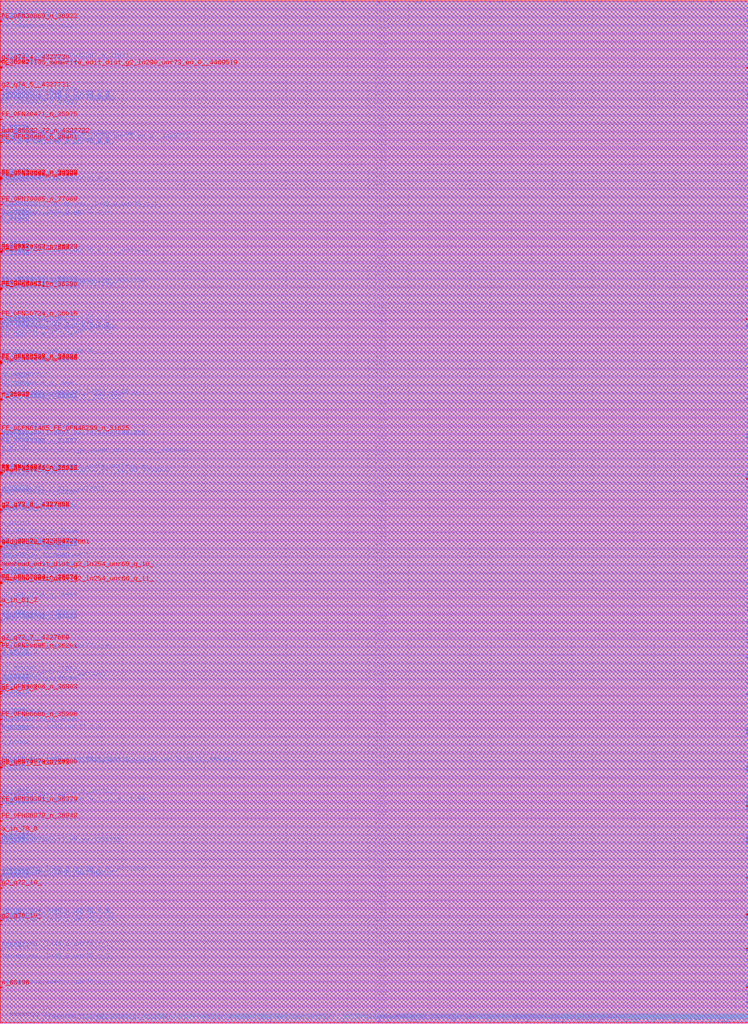
<source format=lef>
VERSION 5.7 ;
BUSBITCHARS "[]" ;
DIVIDERCHAR "/" ;

MACRO h4
   CLASS BLOCK ;
   SIZE 166.8 BY 240 ;
   ORIGIN 0 0 ;
   SYMMETRY X Y R90 ;
   PIN FE_OCPN57649_FE_OFN47241_n_6273_bar
      DIRECTION OUTPUT ;
      PORT 
         LAYER metal3 ;
             RECT 0 132.95 0.51 133.05 ;
      END
   END FE_OCPN57649_FE_OFN47241_n_6273_bar

   PIN FE_OCPN61274_n_33700_bar
      DIRECTION OUTPUT ;
      PORT 
         LAYER metal3 ;
             RECT 166.29 17.15 166.8 17.25 ;
      END
   END FE_OCPN61274_n_33700_bar

   PIN FE_OCPN61430_n_31308
      DIRECTION OUTPUT ;
      PORT 
         LAYER metal3 ;
             RECT 0 236.35 0.51 236.45 ;
      END
   END FE_OCPN61430_n_31308

   PIN FE_OCPN61542_FE_OFN47238_mux_k_ln251_z_5__4323813_bar
      DIRECTION OUTPUT ;
      PORT 
         LAYER metal3 ;
             RECT 0 144.95 0.51 145.05 ;
      END
   END FE_OCPN61542_FE_OFN47238_mux_k_ln251_z_5__4323813_bar

   PIN FE_OCPN61544_n_35219
      DIRECTION OUTPUT ;
      PORT 
         LAYER metal3 ;
             RECT 0 120.55 0.51 120.65 ;
      END
   END FE_OCPN61544_n_35219

   PIN FE_OCPN61546_n_35219
      DIRECTION OUTPUT ;
      PORT 
         LAYER metal5 ;
             RECT 0 72.5 0.255 72.7 ;
      END
   END FE_OCPN61546_n_35219

   PIN FE_OCPN62339_n_65283
      DIRECTION OUTPUT ;
      PORT 
         LAYER metal3 ;
             RECT 0 161.95 0.51 162.05 ;
      END
   END FE_OCPN62339_n_65283

   PIN FE_OCPN63165_n_34645
      DIRECTION OUTPUT ;
      PORT 
         LAYER metal3 ;
             RECT 0 75.95 0.51 76.05 ;
      END
   END FE_OCPN63165_n_34645

   PIN FE_OCPN63166_n_34645
      DIRECTION OUTPUT ;
      PORT 
         LAYER metal5 ;
             RECT 0 66.15 0.51 66.25 ;
      END
   END FE_OCPN63166_n_34645

   PIN FE_OCPN63167_n_34645
      DIRECTION OUTPUT ;
      PORT 
         LAYER metal3 ;
             RECT 0 97.15 0.51 97.25 ;
      END
   END FE_OCPN63167_n_34645

   PIN FE_OCPN63170_n_34645
      DIRECTION OUTPUT ;
      PORT 
         LAYER metal3 ;
             RECT 0 74.95 0.51 75.05 ;
      END
   END FE_OCPN63170_n_34645

   PIN FE_OCPN63172_n_34609
      DIRECTION OUTPUT ;
      PORT 
         LAYER metal3 ;
             RECT 0 49.15 0.51 49.25 ;
      END
   END FE_OCPN63172_n_34609

   PIN FE_OCPN63184_n_34610
      DIRECTION OUTPUT ;
      PORT 
         LAYER metal3 ;
             RECT 0 109.55 0.51 109.65 ;
      END
   END FE_OCPN63184_n_34610

   PIN FE_OCPN63185_n_34610
      DIRECTION OUTPUT ;
      PORT 
         LAYER metal3 ;
             RECT 0 68.95 0.51 69.05 ;
      END
   END FE_OCPN63185_n_34610

   PIN FE_OCPN63189_FE_OFN47238_mux_k_ln251_z_5__4323813_bar
      DIRECTION OUTPUT ;
      PORT 
         LAYER metal3 ;
             RECT 0 80.75 0.51 80.85 ;
      END
   END FE_OCPN63189_FE_OFN47238_mux_k_ln251_z_5__4323813_bar

   PIN FE_OCPN63285_n_35466
      DIRECTION OUTPUT ;
      PORT 
         LAYER metal3 ;
             RECT 0 108.35 0.51 108.45 ;
      END
   END FE_OCPN63285_n_35466

   PIN FE_OCPN63376_FE_OFN38554_n_42605
      DIRECTION OUTPUT ;
      PORT 
         LAYER metal3 ;
             RECT 0 188.55 0.51 188.65 ;
      END
   END FE_OCPN63376_FE_OFN38554_n_42605

   PIN FE_OCPN63733_n_34650
      DIRECTION OUTPUT ;
      PORT 
         LAYER metal5 ;
             RECT 0 68.95 0.51 69.05 ;
      END
   END FE_OCPN63733_n_34650

   PIN FE_OCPN63744_n_34677
      DIRECTION OUTPUT ;
      PORT 
         LAYER metal3 ;
             RECT 0 102.95 0.51 103.05 ;
      END
   END FE_OCPN63744_n_34677

   PIN FE_OFN27591_n_36720
      DIRECTION OUTPUT ;
      PORT 
         LAYER metal5 ;
             RECT 0 207.55 0.51 207.65 ;
      END
   END FE_OFN27591_n_36720

   PIN FE_OFN27671_n_36750
      DIRECTION OUTPUT ;
      PORT 
         LAYER metal5 ;
             RECT 0 222.95 0.51 223.05 ;
      END
   END FE_OFN27671_n_36750

   PIN FE_OFN27677_n_36830
      DIRECTION OUTPUT ;
      PORT 
         LAYER metal5 ;
             RECT 0 225.55 0.51 225.65 ;
      END
   END FE_OFN27677_n_36830

   PIN FE_OFN27695_n_36869
      DIRECTION OUTPUT ;
      PORT 
         LAYER metal3 ;
             RECT 166.29 137.55 166.8 137.65 ;
      END
   END FE_OFN27695_n_36869

   PIN FE_OFN27737_n_36719
      DIRECTION OUTPUT ;
      PORT 
         LAYER metal5 ;
             RECT 0 214.95 0.51 215.05 ;
      END
   END FE_OFN27737_n_36719

   PIN FE_OFN27793_n_36739
      DIRECTION OUTPUT ;
      PORT 
         LAYER metal5 ;
             RECT 0 226.15 0.51 226.25 ;
      END
   END FE_OFN27793_n_36739

   PIN FE_OFN27858_n_36176
      DIRECTION OUTPUT ;
      PORT 
         LAYER metal3 ;
             RECT 0 236.55 0.51 236.65 ;
      END
   END FE_OFN27858_n_36176

   PIN FE_OFN27943_n_36631
      DIRECTION OUTPUT ;
      PORT 
         LAYER metal2 ;
             RECT 112.05 0 112.15 0.51 ;
      END
   END FE_OFN27943_n_36631

   PIN FE_OFN27945_n_36632
      DIRECTION OUTPUT ;
      PORT 
         LAYER metal4 ;
             RECT 110.65 0 110.75 0.51 ;
      END
   END FE_OFN27945_n_36632

   PIN FE_OFN28066_n_36155
      DIRECTION OUTPUT ;
      PORT 
         LAYER metal2 ;
             RECT 109.05 0 109.15 0.51 ;
      END
   END FE_OFN28066_n_36155

   PIN FE_OFN28109_n_36231
      DIRECTION OUTPUT ;
      PORT 
         LAYER metal3 ;
             RECT 166.29 99.35 166.8 99.45 ;
      END
   END FE_OFN28109_n_36231

   PIN FE_OFN28150_n_36991
      DIRECTION OUTPUT ;
      PORT 
         LAYER metal3 ;
             RECT 166.29 170.95 166.8 171.05 ;
      END
   END FE_OFN28150_n_36991

   PIN FE_OFN28264_n_36480
      DIRECTION OUTPUT ;
      PORT 
         LAYER metal3 ;
             RECT 166.29 152.95 166.8 153.05 ;
      END
   END FE_OFN28264_n_36480

   PIN FE_OFN30064_n_39931
      DIRECTION OUTPUT ;
      PORT 
         LAYER metal3 ;
             RECT 166.29 90.55 166.8 90.65 ;
      END
   END FE_OFN30064_n_39931

   PIN FE_OFN32324_g2_n_3744391
      DIRECTION OUTPUT ;
      PORT 
         LAYER metal3 ;
             RECT 166.29 151.75 166.8 151.85 ;
      END
   END FE_OFN32324_g2_n_3744391

   PIN FE_OFN32385_n_21110
      DIRECTION OUTPUT ;
      PORT 
         LAYER metal3 ;
             RECT 166.29 135.15 166.8 135.25 ;
      END
   END FE_OFN32385_n_21110

   PIN FE_OFN32386_n_21110
      DIRECTION OUTPUT ;
      PORT 
         LAYER metal5 ;
             RECT 0 164.15 0.51 164.25 ;
      END
   END FE_OFN32386_n_21110

   PIN FE_OFN32390_n_59356
      DIRECTION OUTPUT ;
      PORT 
         LAYER metal3 ;
             RECT 0 160.9 0.255 161.1 ;
      END
   END FE_OFN32390_n_59356

   PIN FE_OFN34192_n_82
      DIRECTION OUTPUT ;
      PORT 
         LAYER metal3 ;
             RECT 166.29 138.95 166.8 139.05 ;
      END
   END FE_OFN34192_n_82

   PIN FE_OFN34385_n_7916
      DIRECTION OUTPUT ;
      PORT 
         LAYER metal3 ;
             RECT 0 215.55 0.51 215.65 ;
      END
   END FE_OFN34385_n_7916

   PIN FE_OFN35296_n_5226969_bar
      DIRECTION OUTPUT ;
      PORT 
         LAYER metal3 ;
             RECT 166.29 95.35 166.8 95.45 ;
      END
   END FE_OFN35296_n_5226969_bar

   PIN FE_OFN35387_eq_15876_46_n_18
      DIRECTION OUTPUT ;
      PORT 
         LAYER metal5 ;
             RECT 0 122.95 0.51 123.05 ;
      END
   END FE_OFN35387_eq_15876_46_n_18

   PIN FE_OFN35405_eq_15784_44_n_18
      DIRECTION OUTPUT ;
      PORT 
         LAYER metal2 ;
             RECT 55.65 239.49 55.75 240 ;
      END
   END FE_OFN35405_eq_15784_44_n_18

   PIN FE_OFN35416_eq_15782_44_n_18
      DIRECTION OUTPUT ;
      PORT 
         LAYER metal2 ;
             RECT 20.05 239.49 20.15 240 ;
      END
   END FE_OFN35416_eq_15782_44_n_18

   PIN FE_OFN35557_n_48868
      DIRECTION OUTPUT ;
      PORT 
         LAYER metal3 ;
             RECT 0 173.15 0.51 173.25 ;
      END
   END FE_OFN35557_n_48868

   PIN FE_OFN35566_n_48307
      DIRECTION OUTPUT ;
      PORT 
         LAYER metal3 ;
             RECT 0 143.75 0.51 143.85 ;
      END
   END FE_OFN35566_n_48307

   PIN FE_OFN35724_n_49478
      DIRECTION OUTPUT ;
      PORT 
         LAYER metal4 ;
             RECT 19.25 239.49 19.35 240 ;
      END
   END FE_OFN35724_n_49478

   PIN FE_OFN35827_n_43179
      DIRECTION OUTPUT ;
      PORT 
         LAYER metal3 ;
             RECT 0 38.95 0.51 39.05 ;
      END
   END FE_OFN35827_n_43179

   PIN FE_OFN35833_n_41388
      DIRECTION OUTPUT ;
      PORT 
         LAYER metal3 ;
             RECT 0 17.95 0.51 18.05 ;
      END
   END FE_OFN35833_n_41388

   PIN FE_OFN35980_n_51064
      DIRECTION OUTPUT ;
      PORT 
         LAYER metal3 ;
             RECT 0 183.15 0.51 183.25 ;
      END
   END FE_OFN35980_n_51064

   PIN FE_OFN35982_n_51575
      DIRECTION OUTPUT ;
      PORT 
         LAYER metal5 ;
             RECT 0 180.95 0.51 181.05 ;
      END
   END FE_OFN35982_n_51575

   PIN FE_OFN36039_n_49324
      DIRECTION OUTPUT ;
      PORT 
         LAYER metal3 ;
             RECT 0 176.95 0.51 177.05 ;
      END
   END FE_OFN36039_n_49324

   PIN FE_OFN36056_n_43053
      DIRECTION OUTPUT ;
      PORT 
         LAYER metal2 ;
             RECT 29.05 0 29.15 0.51 ;
      END
   END FE_OFN36056_n_43053

   PIN FE_OFN36062_n_40128
      DIRECTION OUTPUT ;
      PORT 
         LAYER metal3 ;
             RECT 0 35.55 0.51 35.65 ;
      END
   END FE_OFN36062_n_40128

   PIN FE_OFN36065_n_48779
      DIRECTION OUTPUT ;
      PORT 
         LAYER metal3 ;
             RECT 0 153.55 0.51 153.65 ;
      END
   END FE_OFN36065_n_48779

   PIN FE_OFN36096_n_48764
      DIRECTION OUTPUT ;
      PORT 
         LAYER metal2 ;
             RECT 136.65 0 136.75 0.51 ;
      END
   END FE_OFN36096_n_48764

   PIN FE_OFN36240_n_48902
      DIRECTION OUTPUT ;
      PORT 
         LAYER metal3 ;
             RECT 0 151.35 0.51 151.45 ;
      END
   END FE_OFN36240_n_48902

   PIN FE_OFN36242_n_49413
      DIRECTION OUTPUT ;
      PORT 
         LAYER metal3 ;
             RECT 0 143.35 0.51 143.45 ;
      END
   END FE_OFN36242_n_49413

   PIN FE_OFN36289_n_35472
      DIRECTION OUTPUT ;
      PORT 
         LAYER metal3 ;
             RECT 0 59.95 0.51 60.05 ;
      END
   END FE_OFN36289_n_35472

   PIN FE_OFN36290_n_35472
      DIRECTION OUTPUT ;
      PORT 
         LAYER metal3 ;
             RECT 0 53.75 0.51 53.85 ;
      END
   END FE_OFN36290_n_35472

   PIN FE_OFN36305_sub_ln263_unr88_z_4__4328191
      DIRECTION OUTPUT ;
      PORT 
         LAYER metal3 ;
             RECT 0 90.15 0.51 90.25 ;
      END
   END FE_OFN36305_sub_ln263_unr88_z_4__4328191

   PIN FE_OFN36306_sub_ln263_unr88_z_4__4328191
      DIRECTION OUTPUT ;
      PORT 
         LAYER metal3 ;
             RECT 0 90.35 0.51 90.45 ;
      END
   END FE_OFN36306_sub_ln263_unr88_z_4__4328191

   PIN FE_OFN36312_n_41464
      DIRECTION OUTPUT ;
      PORT 
         LAYER metal5 ;
             RECT 0 99.75 0.51 99.85 ;
      END
   END FE_OFN36312_n_41464

   PIN FE_OFN36434_n_51052
      DIRECTION OUTPUT ;
      PORT 
         LAYER metal4 ;
             RECT 20.05 239.49 20.15 240 ;
      END
   END FE_OFN36434_n_51052

   PIN FE_OFN36478_n_39632
      DIRECTION OUTPUT ;
      PORT 
         LAYER metal5 ;
             RECT 0 144.15 0.51 144.25 ;
      END
   END FE_OFN36478_n_39632

   PIN FE_OFN36488_n_35474
      DIRECTION OUTPUT ;
      PORT 
         LAYER metal3 ;
             RECT 0 57.15 0.51 57.25 ;
      END
   END FE_OFN36488_n_35474

   PIN FE_OFN36489_n_35474
      DIRECTION OUTPUT ;
      PORT 
         LAYER metal3 ;
             RECT 0 109.1 0.255 109.3 ;
      END
   END FE_OFN36489_n_35474

   PIN FE_OFN36543_n_49063
      DIRECTION OUTPUT ;
      PORT 
         LAYER metal5 ;
             RECT 0 117.15 0.51 117.25 ;
      END
   END FE_OFN36543_n_49063

   PIN FE_OFN36564_n_48859
      DIRECTION OUTPUT ;
      PORT 
         LAYER metal3 ;
             RECT 0 195.15 0.51 195.25 ;
      END
   END FE_OFN36564_n_48859

   PIN FE_OFN36573_n_48806
      DIRECTION OUTPUT ;
      PORT 
         LAYER metal2 ;
             RECT 124.05 0 124.15 0.51 ;
      END
   END FE_OFN36573_n_48806

   PIN FE_OFN36582_n_34613
      DIRECTION OUTPUT ;
      PORT 
         LAYER metal3 ;
             RECT 0 52.9 0.255 53.1 ;
      END
   END FE_OFN36582_n_34613

   PIN FE_OFN36613_n_49060
      DIRECTION OUTPUT ;
      PORT 
         LAYER metal5 ;
             RECT 0 16.95 0.51 17.05 ;
      END
   END FE_OFN36613_n_49060

   PIN FE_OFN36690_n_34610
      DIRECTION OUTPUT ;
      PORT 
         LAYER metal5 ;
             RECT 0 47.55 0.51 47.65 ;
      END
   END FE_OFN36690_n_34610

   PIN FE_OFN36698_n_43262
      DIRECTION OUTPUT ;
      PORT 
         LAYER metal3 ;
             RECT 0 63.35 0.51 63.45 ;
      END
   END FE_OFN36698_n_43262

   PIN FE_OFN36710_n_39974
      DIRECTION OUTPUT ;
      PORT 
         LAYER metal3 ;
             RECT 0 18.75 0.51 18.85 ;
      END
   END FE_OFN36710_n_39974

   PIN FE_OFN36729_n_35568
      DIRECTION OUTPUT ;
      PORT 
         LAYER metal3 ;
             RECT 0 79.95 0.51 80.05 ;
      END
   END FE_OFN36729_n_35568

   PIN FE_OFN36733_n_35568
      DIRECTION OUTPUT ;
      PORT 
         LAYER metal5 ;
             RECT 0 66.95 0.51 67.05 ;
      END
   END FE_OFN36733_n_35568

   PIN FE_OFN36770_n_40005
      DIRECTION OUTPUT ;
      PORT 
         LAYER metal3 ;
             RECT 0 17.35 0.51 17.45 ;
      END
   END FE_OFN36770_n_40005

   PIN FE_OFN36771_n_41490
      DIRECTION OUTPUT ;
      PORT 
         LAYER metal3 ;
             RECT 0 106.95 0.51 107.05 ;
      END
   END FE_OFN36771_n_41490

   PIN FE_OFN36774_n_39746
      DIRECTION OUTPUT ;
      PORT 
         LAYER metal3 ;
             RECT 0 101.35 0.51 101.45 ;
      END
   END FE_OFN36774_n_39746

   PIN FE_OFN36787_sub_14956_48_n_104
      DIRECTION OUTPUT ;
      PORT 
         LAYER metal3 ;
             RECT 0 28.35 0.51 28.45 ;
      END
   END FE_OFN36787_sub_14956_48_n_104

   PIN FE_OFN37075_sub_15040_54_n_115
      DIRECTION OUTPUT ;
      PORT 
         LAYER metal3 ;
             RECT 0 113.35 0.51 113.45 ;
      END
   END FE_OFN37075_sub_15040_54_n_115

   PIN FE_OFN37708_n_42708
      DIRECTION OUTPUT ;
      PORT 
         LAYER metal3 ;
             RECT 166.29 6.15 166.8 6.25 ;
      END
   END FE_OFN37708_n_42708

   PIN FE_OFN38237_sub_15041_54_n_115
      DIRECTION OUTPUT ;
      PORT 
         LAYER metal5 ;
             RECT 0 125.75 0.51 125.85 ;
      END
   END FE_OFN38237_sub_15041_54_n_115

   PIN FE_OFN38498_n_42702
      DIRECTION OUTPUT ;
      PORT 
         LAYER metal3 ;
             RECT 0 143.95 0.51 144.05 ;
      END
   END FE_OFN38498_n_42702

   PIN FE_OFN38572_n_35480
      DIRECTION OUTPUT ;
      PORT 
         LAYER metal3 ;
             RECT 0 43.9 0.255 44.1 ;
      END
   END FE_OFN38572_n_35480

   PIN FE_OFN41497_sub_15040_54_n_63
      DIRECTION OUTPUT ;
      PORT 
         LAYER metal3 ;
             RECT 0 53.95 0.51 54.05 ;
      END
   END FE_OFN41497_sub_15040_54_n_63

   PIN FE_OFN41895_n_226
      DIRECTION OUTPUT ;
      PORT 
         LAYER metal3 ;
             RECT 166.29 151.95 166.8 152.05 ;
      END
   END FE_OFN41895_n_226

   PIN FE_OFN41977_n_228
      DIRECTION OUTPUT ;
      PORT 
         LAYER metal3 ;
             RECT 166.29 148.75 166.8 148.85 ;
      END
   END FE_OFN41977_n_228

   PIN FE_OFN43137_n_35287
      DIRECTION OUTPUT ;
      PORT 
         LAYER metal3 ;
             RECT 0 200.9 0.255 201.1 ;
      END
   END FE_OFN43137_n_35287

   PIN FE_OFN43147_n_35287
      DIRECTION OUTPUT ;
      PORT 
         LAYER metal3 ;
             RECT 166.545 127.7 166.8 127.9 ;
      END
   END FE_OFN43147_n_35287

   PIN FE_OFN44003_n_35331
      DIRECTION OUTPUT ;
      PORT 
         LAYER metal3 ;
             RECT 166.29 222.95 166.8 223.05 ;
      END
   END FE_OFN44003_n_35331

   PIN FE_OFN46305_n_35331
      DIRECTION OUTPUT ;
      PORT 
         LAYER metal3 ;
             RECT 166.29 127.35 166.8 127.45 ;
      END
   END FE_OFN46305_n_35331

   PIN FE_OFN46746_n_57645
      DIRECTION OUTPUT ;
      PORT 
         LAYER metal5 ;
             RECT 0 198.55 0.51 198.65 ;
      END
   END FE_OFN46746_n_57645

   PIN FE_OFN46835_n_18055
      DIRECTION OUTPUT ;
      PORT 
         LAYER metal3 ;
             RECT 166.545 196.9 166.8 197.1 ;
      END
   END FE_OFN46835_n_18055

   PIN FE_OFN46837_n_5223349_bar
      DIRECTION OUTPUT ;
      PORT 
         LAYER metal3 ;
             RECT 166.545 206.1 166.8 206.3 ;
      END
   END FE_OFN46837_n_5223349_bar

   PIN FE_OFN47466_sub_15040_54_n_63
      DIRECTION OUTPUT ;
      PORT 
         LAYER metal3 ;
             RECT 0 69.35 0.51 69.45 ;
      END
   END FE_OFN47466_sub_15040_54_n_63

   PIN FE_OFN47467_sub_15040_54_n_63
      DIRECTION OUTPUT ;
      PORT 
         LAYER metal3 ;
             RECT 0 71.35 0.51 71.45 ;
      END
   END FE_OFN47467_sub_15040_54_n_63

   PIN FE_OFN47469_sub_15027_54_n_55
      DIRECTION OUTPUT ;
      PORT 
         LAYER metal3 ;
             RECT 0 108.55 0.51 108.65 ;
      END
   END FE_OFN47469_sub_15027_54_n_55

   PIN FE_OFN48512_n_59356
      DIRECTION OUTPUT ;
      PORT 
         LAYER metal3 ;
             RECT 0 72.15 0.51 72.25 ;
      END
   END FE_OFN48512_n_59356

   PIN FE_OFN49008_n_39642
      DIRECTION OUTPUT ;
      PORT 
         LAYER metal3 ;
             RECT 0 47.15 0.51 47.25 ;
      END
   END FE_OFN49008_n_39642

   PIN FE_OFN49020_n_42611
      DIRECTION OUTPUT ;
      PORT 
         LAYER metal3 ;
             RECT 0 148.55 0.51 148.65 ;
      END
   END FE_OFN49020_n_42611

   PIN FE_OFN49964_n_48908
      DIRECTION OUTPUT ;
      PORT 
         LAYER metal3 ;
             RECT 0 225.95 0.51 226.05 ;
      END
   END FE_OFN49964_n_48908

   PIN FE_OFN49999_n_49354
      DIRECTION OUTPUT ;
      PORT 
         LAYER metal3 ;
             RECT 0 173.35 0.51 173.45 ;
      END
   END FE_OFN49999_n_49354

   PIN FE_OFN50041_n_49465
      DIRECTION OUTPUT ;
      PORT 
         LAYER metal5 ;
             RECT 0 126.75 0.51 126.85 ;
      END
   END FE_OFN50041_n_49465

   PIN FE_OFN50111_n_49480
      DIRECTION OUTPUT ;
      PORT 
         LAYER metal5 ;
             RECT 0 153.55 0.51 153.65 ;
      END
   END FE_OFN50111_n_49480

   PIN FE_OFN50218_n_51418
      DIRECTION OUTPUT ;
      PORT 
         LAYER metal3 ;
             RECT 0 153.75 0.51 153.85 ;
      END
   END FE_OFN50218_n_51418

   PIN FE_OFN50523_n_57647
      DIRECTION OUTPUT ;
      PORT 
         LAYER metal5 ;
             RECT 0 225.75 0.51 225.85 ;
      END
   END FE_OFN50523_n_57647

   PIN FE_OFN50623_n_57653
      DIRECTION OUTPUT ;
      PORT 
         LAYER metal5 ;
             RECT 0 150.15 0.51 150.25 ;
      END
   END FE_OFN50623_n_57653

   PIN FE_OFN54179_n_57047
      DIRECTION OUTPUT ;
      PORT 
         LAYER metal4 ;
             RECT 92.05 239.49 92.15 240 ;
      END
   END FE_OFN54179_n_57047

   PIN FE_OFN54264_n_57053
      DIRECTION OUTPUT ;
      PORT 
         LAYER metal2 ;
             RECT 81.45 239.49 81.55 240 ;
      END
   END FE_OFN54264_n_57053

   PIN FE_OFN70124_n_36963
      DIRECTION OUTPUT ;
      PORT 
         LAYER metal5 ;
             RECT 0 235.15 0.51 235.25 ;
      END
   END FE_OFN70124_n_36963

   PIN FE_OFN71221_n_51388
      DIRECTION OUTPUT ;
      PORT 
         LAYER metal5 ;
             RECT 0 126.95 0.51 127.05 ;
      END
   END FE_OFN71221_n_51388

   PIN FE_OFN71870_n_49472
      DIRECTION OUTPUT ;
      PORT 
         LAYER metal3 ;
             RECT 0 222.95 0.51 223.05 ;
      END
   END FE_OFN71870_n_49472

   PIN FE_OFN71874_n_48941
      DIRECTION OUTPUT ;
      PORT 
         LAYER metal3 ;
             RECT 0 198.95 0.51 199.05 ;
      END
   END FE_OFN71874_n_48941

   PIN FE_OFN71876_n_49492
      DIRECTION OUTPUT ;
      PORT 
         LAYER metal3 ;
             RECT 0 210.95 0.51 211.05 ;
      END
   END FE_OFN71876_n_49492

   PIN FE_OFN71880_n_48888
      DIRECTION OUTPUT ;
      PORT 
         LAYER metal4 ;
             RECT 6.65 239.49 6.75 240 ;
      END
   END FE_OFN71880_n_48888

   PIN FE_OFN71884_n_49381
      DIRECTION OUTPUT ;
      PORT 
         LAYER metal2 ;
             RECT 6.65 239.49 6.75 240 ;
      END
   END FE_OFN71884_n_49381

   PIN FE_OFN71898_n_49468
      DIRECTION OUTPUT ;
      PORT 
         LAYER metal3 ;
             RECT 0 193.15 0.51 193.25 ;
      END
   END FE_OFN71898_n_49468

   PIN FE_OFN71900_n_48857
      DIRECTION OUTPUT ;
      PORT 
         LAYER metal3 ;
             RECT 0 171.55 0.51 171.65 ;
      END
   END FE_OFN71900_n_48857

   PIN FE_OFN71903_n_48879
      DIRECTION OUTPUT ;
      PORT 
         LAYER metal3 ;
             RECT 0 193.35 0.51 193.45 ;
      END
   END FE_OFN71903_n_48879

   PIN FE_OFN71950_n_49434
      DIRECTION OUTPUT ;
      PORT 
         LAYER metal3 ;
             RECT 0 173.55 0.51 173.65 ;
      END
   END FE_OFN71950_n_49434

   PIN FE_OFN72307_n_35478
      DIRECTION OUTPUT ;
      PORT 
         LAYER metal5 ;
             RECT 0 108.15 0.51 108.25 ;
      END
   END FE_OFN72307_n_35478

   PIN FE_OFN72308_n_35478
      DIRECTION OUTPUT ;
      PORT 
         LAYER metal3 ;
             RECT 0 71.75 0.51 71.85 ;
      END
   END FE_OFN72308_n_35478

   PIN FE_OFN72343_n_40157
      DIRECTION OUTPUT ;
      PORT 
         LAYER metal3 ;
             RECT 0 127.15 0.51 127.25 ;
      END
   END FE_OFN72343_n_40157

   PIN FE_OFN72353_n_34646
      DIRECTION OUTPUT ;
      PORT 
         LAYER metal3 ;
             RECT 0 54.95 0.51 55.05 ;
      END
   END FE_OFN72353_n_34646

   PIN FE_OFN72354_n_34646
      DIRECTION OUTPUT ;
      PORT 
         LAYER metal5 ;
             RECT 0 66.35 0.51 66.45 ;
      END
   END FE_OFN72354_n_34646

   PIN FE_OFN73017_n_35230
      DIRECTION OUTPUT ;
      PORT 
         LAYER metal3 ;
             RECT 0 98.15 0.51 98.25 ;
      END
   END FE_OFN73017_n_35230

   PIN FE_OFN74845_n_34783
      DIRECTION OUTPUT ;
      PORT 
         LAYER metal5 ;
             RECT 0 46.95 0.51 47.05 ;
      END
   END FE_OFN74845_n_34783

   PIN FE_OFN74988_n_34728
      DIRECTION OUTPUT ;
      PORT 
         LAYER metal2 ;
             RECT 138.25 0 138.35 0.51 ;
      END
   END FE_OFN74988_n_34728

   PIN FE_OFN75036_n_39918
      DIRECTION OUTPUT ;
      PORT 
         LAYER metal3 ;
             RECT 166.29 188.75 166.8 188.85 ;
      END
   END FE_OFN75036_n_39918

   PIN FE_OFN83546_n_36628
      DIRECTION OUTPUT ;
      PORT 
         LAYER metal3 ;
             RECT 0 170.75 0.51 170.85 ;
      END
   END FE_OFN83546_n_36628

   PIN FE_OFN83569_n_36967
      DIRECTION OUTPUT ;
      PORT 
         LAYER metal2 ;
             RECT 28.85 239.49 28.95 240 ;
      END
   END FE_OFN83569_n_36967

   PIN FE_OFN83591_n_36801
      DIRECTION OUTPUT ;
      PORT 
         LAYER metal5 ;
             RECT 0 72.15 0.51 72.25 ;
      END
   END FE_OFN83591_n_36801

   PIN FE_OFN84427_n_48865
      DIRECTION OUTPUT ;
      PORT 
         LAYER metal5 ;
             RECT 0 99.95 0.51 100.05 ;
      END
   END FE_OFN84427_n_48865

   PIN FE_OFN84447_eq_15948_66_n_18
      DIRECTION OUTPUT ;
      PORT 
         LAYER metal2 ;
             RECT 152.45 0 152.55 0.51 ;
      END
   END FE_OFN84447_eq_15948_66_n_18

   PIN FE_OFN84485_n_45279
      DIRECTION OUTPUT ;
      PORT 
         LAYER metal3 ;
             RECT 0 145.15 0.51 145.25 ;
      END
   END FE_OFN84485_n_45279

   PIN FE_OFN84520_n_51062
      DIRECTION OUTPUT ;
      PORT 
         LAYER metal2 ;
             RECT 10.45 239.49 10.55 240 ;
      END
   END FE_OFN84520_n_51062

   PIN FE_OFN84522_n_51648
      DIRECTION OUTPUT ;
      PORT 
         LAYER metal2 ;
             RECT 19.65 239.49 19.75 240 ;
      END
   END FE_OFN84522_n_51648

   PIN FE_OFN84525_n_51588
      DIRECTION OUTPUT ;
      PORT 
         LAYER metal4 ;
             RECT 6.45 239.49 6.55 240 ;
      END
   END FE_OFN84525_n_51588

   PIN FE_OFN84528_n_48932
      DIRECTION OUTPUT ;
      PORT 
         LAYER metal2 ;
             RECT 13.05 239.49 13.15 240 ;
      END
   END FE_OFN84528_n_48932

   PIN FE_OFN84547_n_51122
      DIRECTION OUTPUT ;
      PORT 
         LAYER metal2 ;
             RECT 9.25 239.49 9.35 240 ;
      END
   END FE_OFN84547_n_51122

   PIN FE_OFN84549_n_51605
      DIRECTION OUTPUT ;
      PORT 
         LAYER metal3 ;
             RECT 0 183.35 0.51 183.45 ;
      END
   END FE_OFN84549_n_51605

   PIN FE_OFN84711_n_48951
      DIRECTION OUTPUT ;
      PORT 
         LAYER metal3 ;
             RECT 0 188.95 0.51 189.05 ;
      END
   END FE_OFN84711_n_48951

   PIN FE_OFN84743_n_61607
      DIRECTION OUTPUT ;
      PORT 
         LAYER metal3 ;
             RECT 166.29 167.35 166.8 167.45 ;
      END
   END FE_OFN84743_n_61607

   PIN FE_OFN86863_n_34728
      DIRECTION OUTPUT ;
      PORT 
         LAYER metal5 ;
             RECT 0 45.35 0.51 45.45 ;
      END
   END FE_OFN86863_n_34728

   PIN FE_OFN87003_n_36103
      DIRECTION OUTPUT ;
      PORT 
         LAYER metal3 ;
             RECT 166.29 180.95 166.8 181.05 ;
      END
   END FE_OFN87003_n_36103

   PIN FE_OFN97682_n_36483
      DIRECTION OUTPUT ;
      PORT 
         LAYER metal3 ;
             RECT 166.29 162.95 166.8 163.05 ;
      END
   END FE_OFN97682_n_36483

   PIN FE_OFN97790_n_7079
      DIRECTION OUTPUT ;
      PORT 
         LAYER metal2 ;
             RECT 92.05 239.49 92.15 240 ;
      END
   END FE_OFN97790_n_7079

   PIN FE_OFN98056_n_43238
      DIRECTION OUTPUT ;
      PORT 
         LAYER metal3 ;
             RECT 0 180.15 0.51 180.25 ;
      END
   END FE_OFN98056_n_43238

   PIN FE_OFN98707_n_35230
      DIRECTION OUTPUT ;
      PORT 
         LAYER metal3 ;
             RECT 0 96.95 0.51 97.05 ;
      END
   END FE_OFN98707_n_35230

   PIN FE_RN_1121_0
      DIRECTION OUTPUT ;
      PORT 
         LAYER metal3 ;
             RECT 0 162.15 0.51 162.25 ;
      END
   END FE_RN_1121_0

   PIN FE_RN_1136_0
      DIRECTION OUTPUT ;
      PORT 
         LAYER metal2 ;
             RECT 82.65 0 82.75 0.51 ;
      END
   END FE_RN_1136_0

   PIN FE_RN_1694_0
      DIRECTION OUTPUT ;
      PORT 
         LAYER metal3 ;
             RECT 0 90.55 0.51 90.65 ;
      END
   END FE_RN_1694_0

   PIN add_85566_69_n_36
      DIRECTION OUTPUT ;
      PORT 
         LAYER metal3 ;
             RECT 166.29 191.35 166.8 191.45 ;
      END
   END add_85566_69_n_36

   PIN eq_15818_44_n_18
      DIRECTION OUTPUT ;
      PORT 
         LAYER metal3 ;
             RECT 0 130.35 0.51 130.45 ;
      END
   END eq_15818_44_n_18

   PIN eq_15822_44_n_18
      DIRECTION OUTPUT ;
      PORT 
         LAYER metal5 ;
             RECT 0 100.15 0.51 100.25 ;
      END
   END eq_15822_44_n_18

   PIN eq_15848_46_n_18
      DIRECTION OUTPUT ;
      PORT 
         LAYER metal3 ;
             RECT 0 27.15 0.51 27.25 ;
      END
   END eq_15848_46_n_18

   PIN eq_15858_46_n_18
      DIRECTION OUTPUT ;
      PORT 
         LAYER metal3 ;
             RECT 0 133.55 0.51 133.65 ;
      END
   END eq_15858_46_n_18

   PIN eq_15862_46_n_18
      DIRECTION OUTPUT ;
      PORT 
         LAYER metal5 ;
             RECT 0 136.55 0.51 136.65 ;
      END
   END eq_15862_46_n_18

   PIN eq_15866_46_n_18
      DIRECTION OUTPUT ;
      PORT 
         LAYER metal2 ;
             RECT 102.25 0 102.35 0.51 ;
      END
   END eq_15866_46_n_18

   PIN g2_m_5__3_
      DIRECTION OUTPUT ;
      PORT 
         LAYER metal3 ;
             RECT 0 193.55 0.51 193.65 ;
      END
   END g2_m_5__3_

   PIN memread_edit_dist_g2_ln254_unr6_q_0_
      DIRECTION OUTPUT ;
      PORT 
         LAYER metal2 ;
             RECT 87.05 239.49 87.15 240 ;
      END
   END memread_edit_dist_g2_ln254_unr6_q_0_

   PIN memread_edit_dist_g2_ln254_unr6_q_3_
      DIRECTION OUTPUT ;
      PORT 
         LAYER metal4 ;
             RECT 143.65 239.49 143.75 240 ;
      END
   END memread_edit_dist_g2_ln254_unr6_q_3_

   PIN mux_g_ln477_q_117_
      DIRECTION OUTPUT ;
      PORT 
         LAYER metal3 ;
             RECT 166.29 147.95 166.8 148.05 ;
      END
   END mux_g_ln477_q_117_

   PIN mux_g_ln477_q_128_
      DIRECTION OUTPUT ;
      PORT 
         LAYER metal3 ;
             RECT 166.29 125.95 166.8 126.05 ;
      END
   END mux_g_ln477_q_128_

   PIN n_10566
      DIRECTION OUTPUT ;
      PORT 
         LAYER metal2 ;
             RECT 57.45 239.49 57.55 240 ;
      END
   END n_10566

   PIN n_11993
      DIRECTION OUTPUT ;
      PORT 
         LAYER metal3 ;
             RECT 0 181.95 0.51 182.05 ;
      END
   END n_11993

   PIN n_11994
      DIRECTION OUTPUT ;
      PORT 
         LAYER metal3 ;
             RECT 0 206.55 0.51 206.65 ;
      END
   END n_11994

   PIN n_11995
      DIRECTION OUTPUT ;
      PORT 
         LAYER metal3 ;
             RECT 166.29 204.95 166.8 205.05 ;
      END
   END n_11995

   PIN n_11997
      DIRECTION OUTPUT ;
      PORT 
         LAYER metal3 ;
             RECT 0 197.95 0.51 198.05 ;
      END
   END n_11997

   PIN n_11998
      DIRECTION OUTPUT ;
      PORT 
         LAYER metal3 ;
             RECT 0 212.95 0.51 213.05 ;
      END
   END n_11998

   PIN n_11999
      DIRECTION OUTPUT ;
      PORT 
         LAYER metal3 ;
             RECT 166.29 207.75 166.8 207.85 ;
      END
   END n_11999

   PIN n_12000
      DIRECTION OUTPUT ;
      PORT 
         LAYER metal3 ;
             RECT 0 235.55 0.51 235.65 ;
      END
   END n_12000

   PIN n_12001
      DIRECTION OUTPUT ;
      PORT 
         LAYER metal3 ;
             RECT 166.29 194.95 166.8 195.05 ;
      END
   END n_12001

   PIN n_12002
      DIRECTION OUTPUT ;
      PORT 
         LAYER metal3 ;
             RECT 0 206.75 0.51 206.85 ;
      END
   END n_12002

   PIN n_12003
      DIRECTION OUTPUT ;
      PORT 
         LAYER metal3 ;
             RECT 166.29 224.35 166.8 224.45 ;
      END
   END n_12003

   PIN n_12004
      DIRECTION OUTPUT ;
      PORT 
         LAYER metal3 ;
             RECT 0 207.75 0.51 207.85 ;
      END
   END n_12004

   PIN n_12005
      DIRECTION OUTPUT ;
      PORT 
         LAYER metal5 ;
             RECT 166.29 207.55 166.8 207.65 ;
      END
   END n_12005

   PIN n_12006
      DIRECTION OUTPUT ;
      PORT 
         LAYER metal3 ;
             RECT 0 225.15 0.51 225.25 ;
      END
   END n_12006

   PIN n_12026
      DIRECTION OUTPUT ;
      PORT 
         LAYER metal3 ;
             RECT 0 206.95 0.51 207.05 ;
      END
   END n_12026

   PIN n_12027
      DIRECTION OUTPUT ;
      PORT 
         LAYER metal3 ;
             RECT 0 190.35 0.51 190.45 ;
      END
   END n_12027

   PIN n_12345
      DIRECTION OUTPUT ;
      PORT 
         LAYER metal3 ;
             RECT 166.29 197.95 166.8 198.05 ;
      END
   END n_12345

   PIN n_12353
      DIRECTION OUTPUT ;
      PORT 
         LAYER metal3 ;
             RECT 0 207.35 0.51 207.45 ;
      END
   END n_12353

   PIN n_12926
      DIRECTION OUTPUT ;
      PORT 
         LAYER metal3 ;
             RECT 0 236.75 0.51 236.85 ;
      END
   END n_12926

   PIN n_12932
      DIRECTION OUTPUT ;
      PORT 
         LAYER metal3 ;
             RECT 0 236.95 0.51 237.05 ;
      END
   END n_12932

   PIN n_14365
      DIRECTION OUTPUT ;
      PORT 
         LAYER metal3 ;
             RECT 166.29 192.15 166.8 192.25 ;
      END
   END n_14365

   PIN n_14987
      DIRECTION OUTPUT ;
      PORT 
         LAYER metal3 ;
             RECT 0 237.15 0.51 237.25 ;
      END
   END n_14987

   PIN n_15857
      DIRECTION OUTPUT ;
      PORT 
         LAYER metal3 ;
             RECT 166.29 214.95 166.8 215.05 ;
      END
   END n_15857

   PIN n_15877
      DIRECTION OUTPUT ;
      PORT 
         LAYER metal3 ;
             RECT 166.29 216.15 166.8 216.25 ;
      END
   END n_15877

   PIN n_17531
      DIRECTION OUTPUT ;
      PORT 
         LAYER metal3 ;
             RECT 166.29 206.55 166.8 206.65 ;
      END
   END n_17531

   PIN n_17902
      DIRECTION OUTPUT ;
      PORT 
         LAYER metal3 ;
             RECT 166.29 202.55 166.8 202.65 ;
      END
   END n_17902

   PIN n_18259
      DIRECTION OUTPUT ;
      PORT 
         LAYER metal3 ;
             RECT 166.29 197.35 166.8 197.45 ;
      END
   END n_18259

   PIN n_18380
      DIRECTION OUTPUT ;
      PORT 
         LAYER metal3 ;
             RECT 166.29 206.95 166.8 207.05 ;
      END
   END n_18380

   PIN n_18657
      DIRECTION OUTPUT ;
      PORT 
         LAYER metal3 ;
             RECT 0 214.1 0.255 214.3 ;
      END
   END n_18657

   PIN n_18826
      DIRECTION OUTPUT ;
      PORT 
         LAYER metal2 ;
             RECT 25.85 0 25.95 0.51 ;
      END
   END n_18826

   PIN n_21936
      DIRECTION OUTPUT ;
      PORT 
         LAYER metal3 ;
             RECT 166.29 191.75 166.8 191.85 ;
      END
   END n_21936

   PIN n_2287
      DIRECTION OUTPUT ;
      PORT 
         LAYER metal3 ;
             RECT 0 223.15 0.51 223.25 ;
      END
   END n_2287

   PIN n_25366
      DIRECTION OUTPUT ;
      PORT 
         LAYER metal3 ;
             RECT 0 98.55 0.51 98.65 ;
      END
   END n_25366

   PIN n_25372
      DIRECTION OUTPUT ;
      PORT 
         LAYER metal3 ;
             RECT 0 80.95 0.51 81.05 ;
      END
   END n_25372

   PIN n_31455
      DIRECTION OUTPUT ;
      PORT 
         LAYER metal3 ;
             RECT 166.29 181.15 166.8 181.25 ;
      END
   END n_31455

   PIN n_3429
      DIRECTION OUTPUT ;
      PORT 
         LAYER metal2 ;
             RECT 145.85 239.49 145.95 240 ;
      END
   END n_3429

   PIN n_34414
      DIRECTION OUTPUT ;
      PORT 
         LAYER metal5 ;
             RECT 0 136.15 0.51 136.25 ;
      END
   END n_34414

   PIN n_34611
      DIRECTION OUTPUT ;
      PORT 
         LAYER metal3 ;
             RECT 0 47.5 0.255 47.7 ;
      END
   END n_34611

   PIN n_34613
      DIRECTION OUTPUT ;
      PORT 
         LAYER metal3 ;
             RECT 0 70.9 0.255 71.1 ;
      END
   END n_34613

   PIN n_34614
      DIRECTION OUTPUT ;
      PORT 
         LAYER metal3 ;
             RECT 0 44.9 0.255 45.1 ;
      END
   END n_34614

   PIN n_34647
      DIRECTION OUTPUT ;
      PORT 
         LAYER metal5 ;
             RECT 0 57.3 0.255 57.5 ;
      END
   END n_34647

   PIN n_34648
      DIRECTION OUTPUT ;
      PORT 
         LAYER metal5 ;
             RECT 0 108.7 0.255 108.9 ;
      END
   END n_34648

   PIN n_34649
      DIRECTION OUTPUT ;
      PORT 
         LAYER metal3 ;
             RECT 0 90.75 0.51 90.85 ;
      END
   END n_34649

   PIN n_34684
      DIRECTION OUTPUT ;
      PORT 
         LAYER metal3 ;
             RECT 0 105.95 0.51 106.05 ;
      END
   END n_34684

   PIN n_35083
      DIRECTION OUTPUT ;
      PORT 
         LAYER metal5 ;
             RECT 0 116.75 0.51 116.85 ;
      END
   END n_35083

   PIN n_35219
      DIRECTION OUTPUT ;
      PORT 
         LAYER metal3 ;
             RECT 0 123.15 0.51 123.25 ;
      END
   END n_35219

   PIN n_35229
      DIRECTION OUTPUT ;
      PORT 
         LAYER metal3 ;
             RECT 0 100.9 0.255 101.1 ;
      END
   END n_35229

   PIN n_35231
      DIRECTION OUTPUT ;
      PORT 
         LAYER metal3 ;
             RECT 0 79.3 0.255 79.5 ;
      END
   END n_35231

   PIN n_35232
      DIRECTION OUTPUT ;
      PORT 
         LAYER metal5 ;
             RECT 0 27.3 0.255 27.5 ;
      END
   END n_35232

   PIN n_35448
      DIRECTION OUTPUT ;
      PORT 
         LAYER metal5 ;
             RECT 0 94.75 0.51 94.85 ;
      END
   END n_35448

   PIN n_35471
      DIRECTION OUTPUT ;
      PORT 
         LAYER metal3 ;
             RECT 0 44.3 0.255 44.5 ;
      END
   END n_35471

   PIN n_35472
      DIRECTION OUTPUT ;
      PORT 
         LAYER metal3 ;
             RECT 0 71.55 0.51 71.65 ;
      END
   END n_35472

   PIN n_35475
      DIRECTION OUTPUT ;
      PORT 
         LAYER metal5 ;
             RECT 0 17.15 0.51 17.25 ;
      END
   END n_35475

   PIN n_35476
      DIRECTION OUTPUT ;
      PORT 
         LAYER metal5 ;
             RECT 0 98.95 0.51 99.05 ;
      END
   END n_35476

   PIN n_35477
      DIRECTION OUTPUT ;
      PORT 
         LAYER metal3 ;
             RECT 0 116.1 0.255 116.3 ;
      END
   END n_35477

   PIN n_35479
      DIRECTION OUTPUT ;
      PORT 
         LAYER metal3 ;
             RECT 0 63.55 0.51 63.65 ;
      END
   END n_35479

   PIN n_35507
      DIRECTION OUTPUT ;
      PORT 
         LAYER metal3 ;
             RECT 0 58.75 0.51 58.85 ;
      END
   END n_35507

   PIN n_35515
      DIRECTION OUTPUT ;
      PORT 
         LAYER metal3 ;
             RECT 0 6.95 0.51 7.05 ;
      END
   END n_35515

   PIN n_35563
      DIRECTION OUTPUT ;
      PORT 
         LAYER metal5 ;
             RECT 0 73.3 0.255 73.5 ;
      END
   END n_35563

   PIN n_35567
      DIRECTION OUTPUT ;
      PORT 
         LAYER metal3 ;
             RECT 0 57.5 0.255 57.7 ;
      END
   END n_35567

   PIN n_35590
      DIRECTION OUTPUT ;
      PORT 
         LAYER metal3 ;
             RECT 0 90.95 0.51 91.05 ;
      END
   END n_35590

   PIN n_35722
      DIRECTION OUTPUT ;
      PORT 
         LAYER metal3 ;
             RECT 0 49.95 0.51 50.05 ;
      END
   END n_35722

   PIN n_35728
      DIRECTION OUTPUT ;
      PORT 
         LAYER metal3 ;
             RECT 0 37.35 0.51 37.45 ;
      END
   END n_35728

   PIN n_35774
      DIRECTION OUTPUT ;
      PORT 
         LAYER metal3 ;
             RECT 166.29 59.35 166.8 59.45 ;
      END
   END n_35774

   PIN n_35775
      DIRECTION OUTPUT ;
      PORT 
         LAYER metal3 ;
             RECT 0 80.35 0.51 80.45 ;
      END
   END n_35775

   PIN n_3604
      DIRECTION OUTPUT ;
      PORT 
         LAYER metal2 ;
             RECT 44.85 239.49 44.95 240 ;
      END
   END n_3604

   PIN n_3608
      DIRECTION OUTPUT ;
      PORT 
         LAYER metal2 ;
             RECT 57.65 239.49 57.75 240 ;
      END
   END n_3608

   PIN n_36089
      DIRECTION OUTPUT ;
      PORT 
         LAYER metal3 ;
             RECT 166.29 188.95 166.8 189.05 ;
      END
   END n_36089

   PIN n_3612
      DIRECTION OUTPUT ;
      PORT 
         LAYER metal5 ;
             RECT 0 220.15 0.51 220.25 ;
      END
   END n_3612

   PIN n_36199
      DIRECTION OUTPUT ;
      PORT 
         LAYER metal3 ;
             RECT 166.29 99.55 166.8 99.65 ;
      END
   END n_36199

   PIN n_36776
      DIRECTION OUTPUT ;
      PORT 
         LAYER metal4 ;
             RECT 145.85 0 145.95 0.51 ;
      END
   END n_36776

   PIN n_36959
      DIRECTION OUTPUT ;
      PORT 
         LAYER metal4 ;
             RECT 29.05 239.49 29.15 240 ;
      END
   END n_36959

   PIN n_37013
      DIRECTION OUTPUT ;
      PORT 
         LAYER metal4 ;
             RECT 100.65 239.49 100.75 240 ;
      END
   END n_37013

   PIN n_37017
      DIRECTION OUTPUT ;
      PORT 
         LAYER metal5 ;
             RECT 0 234.95 0.51 235.05 ;
      END
   END n_37017

   PIN n_37026
      DIRECTION OUTPUT ;
      PORT 
         LAYER metal3 ;
             RECT 166.29 168.95 166.8 169.05 ;
      END
   END n_37026

   PIN n_37033
      DIRECTION OUTPUT ;
      PORT 
         LAYER metal3 ;
             RECT 166.29 180.55 166.8 180.65 ;
      END
   END n_37033

   PIN n_39567
      DIRECTION OUTPUT ;
      PORT 
         LAYER metal3 ;
             RECT 0 135.15 0.51 135.25 ;
      END
   END n_39567

   PIN n_39579
      DIRECTION OUTPUT ;
      PORT 
         LAYER metal5 ;
             RECT 0 128.95 0.51 129.05 ;
      END
   END n_39579

   PIN n_39580
      DIRECTION OUTPUT ;
      PORT 
         LAYER metal3 ;
             RECT 0 126.35 0.51 126.45 ;
      END
   END n_39580

   PIN n_39675
      DIRECTION OUTPUT ;
      PORT 
         LAYER metal3 ;
             RECT 0 48.75 0.51 48.85 ;
      END
   END n_39675

   PIN n_39833
      DIRECTION OUTPUT ;
      PORT 
         LAYER metal5 ;
             RECT 0 80.15 0.51 80.25 ;
      END
   END n_39833

   PIN n_39839
      DIRECTION OUTPUT ;
      PORT 
         LAYER metal3 ;
             RECT 0 89.15 0.51 89.25 ;
      END
   END n_39839

   PIN n_39854
      DIRECTION OUTPUT ;
      PORT 
         LAYER metal3 ;
             RECT 166.29 57.15 166.8 57.25 ;
      END
   END n_39854

   PIN n_39882
      DIRECTION OUTPUT ;
      PORT 
         LAYER metal3 ;
             RECT 0 197.55 0.51 197.65 ;
      END
   END n_39882

   PIN n_39911
      DIRECTION OUTPUT ;
      PORT 
         LAYER metal3 ;
             RECT 166.29 158.95 166.8 159.05 ;
      END
   END n_39911

   PIN n_39920
      DIRECTION OUTPUT ;
      PORT 
         LAYER metal3 ;
             RECT 166.29 108.35 166.8 108.45 ;
      END
   END n_39920

   PIN n_39965
      DIRECTION OUTPUT ;
      PORT 
         LAYER metal3 ;
             RECT 0 103.35 0.51 103.45 ;
      END
   END n_39965

   PIN n_40114
      DIRECTION OUTPUT ;
      PORT 
         LAYER metal3 ;
             RECT 0 109.75 0.51 109.85 ;
      END
   END n_40114

   PIN n_41399
      DIRECTION OUTPUT ;
      PORT 
         LAYER metal3 ;
             RECT 0 72.35 0.51 72.45 ;
      END
   END n_41399

   PIN n_41410
      DIRECTION OUTPUT ;
      PORT 
         LAYER metal3 ;
             RECT 0 119.95 0.51 120.05 ;
      END
   END n_41410

   PIN n_41424
      DIRECTION OUTPUT ;
      PORT 
         LAYER metal3 ;
             RECT 0 134.55 0.51 134.65 ;
      END
   END n_41424

   PIN n_42305
      DIRECTION OUTPUT ;
      PORT 
         LAYER metal5 ;
             RECT 0 58.55 0.51 58.65 ;
      END
   END n_42305

   PIN n_42524
      DIRECTION OUTPUT ;
      PORT 
         LAYER metal2 ;
             RECT 100.65 0 100.75 0.51 ;
      END
   END n_42524

   PIN n_42707
      DIRECTION OUTPUT ;
      PORT 
         LAYER metal3 ;
             RECT 166.29 6.35 166.8 6.45 ;
      END
   END n_42707

   PIN n_42987
      DIRECTION OUTPUT ;
      PORT 
         LAYER metal3 ;
             RECT 0 118.95 0.51 119.05 ;
      END
   END n_42987

   PIN n_43058
      DIRECTION OUTPUT ;
      PORT 
         LAYER metal5 ;
             RECT 0 99.15 0.51 99.25 ;
      END
   END n_43058

   PIN n_43098
      DIRECTION OUTPUT ;
      PORT 
         LAYER metal5 ;
             RECT 0 99.35 0.51 99.45 ;
      END
   END n_43098

   PIN n_43116
      DIRECTION OUTPUT ;
      PORT 
         LAYER metal3 ;
             RECT 0 98.75 0.51 98.85 ;
      END
   END n_43116

   PIN n_43142
      DIRECTION OUTPUT ;
      PORT 
         LAYER metal3 ;
             RECT 0 128.95 0.51 129.05 ;
      END
   END n_43142

   PIN n_43174
      DIRECTION OUTPUT ;
      PORT 
         LAYER metal3 ;
             RECT 0 9.75 0.51 9.85 ;
      END
   END n_43174

   PIN n_45172
      DIRECTION OUTPUT ;
      PORT 
         LAYER metal3 ;
             RECT 0 28.15 0.51 28.25 ;
      END
   END n_45172

   PIN n_45277
      DIRECTION OUTPUT ;
      PORT 
         LAYER metal3 ;
             RECT 0 120.15 0.51 120.25 ;
      END
   END n_45277

   PIN n_45524
      DIRECTION OUTPUT ;
      PORT 
         LAYER metal5 ;
             RECT 0 89.55 0.51 89.65 ;
      END
   END n_45524

   PIN n_45825
      DIRECTION OUTPUT ;
      PORT 
         LAYER metal3 ;
             RECT 166.29 18.75 166.8 18.85 ;
      END
   END n_45825

   PIN n_45972
      DIRECTION OUTPUT ;
      PORT 
         LAYER metal3 ;
             RECT 0 58.35 0.51 58.45 ;
      END
   END n_45972

   PIN n_46005
      DIRECTION OUTPUT ;
      PORT 
         LAYER metal5 ;
             RECT 0 80.55 0.51 80.65 ;
      END
   END n_46005

   PIN n_46166
      DIRECTION OUTPUT ;
      PORT 
         LAYER metal3 ;
             RECT 0 35.75 0.51 35.85 ;
      END
   END n_46166

   PIN n_46167
      DIRECTION OUTPUT ;
      PORT 
         LAYER metal3 ;
             RECT 0 35.95 0.51 36.05 ;
      END
   END n_46167

   PIN n_46192
      DIRECTION OUTPUT ;
      PORT 
         LAYER metal2 ;
             RECT 73.45 0 73.55 0.51 ;
      END
   END n_46192

   PIN n_46540
      DIRECTION OUTPUT ;
      PORT 
         LAYER metal3 ;
             RECT 166.29 90.95 166.8 91.05 ;
      END
   END n_46540

   PIN n_46555
      DIRECTION OUTPUT ;
      PORT 
         LAYER metal3 ;
             RECT 166.29 18.95 166.8 19.05 ;
      END
   END n_46555

   PIN n_46557
      DIRECTION OUTPUT ;
      PORT 
         LAYER metal2 ;
             RECT 55.85 0 55.95 0.51 ;
      END
   END n_46557

   PIN n_48369
      DIRECTION OUTPUT ;
      PORT 
         LAYER metal3 ;
             RECT 0 180.35 0.51 180.45 ;
      END
   END n_48369

   PIN n_48630
      DIRECTION OUTPUT ;
      PORT 
         LAYER metal5 ;
             RECT 0 136.35 0.51 136.45 ;
      END
   END n_48630

   PIN n_48760
      DIRECTION OUTPUT ;
      PORT 
         LAYER metal4 ;
             RECT 100.85 0 100.95 0.51 ;
      END
   END n_48760

   PIN n_48784
      DIRECTION OUTPUT ;
      PORT 
         LAYER metal3 ;
             RECT 166.29 19.15 166.8 19.25 ;
      END
   END n_48784

   PIN n_48790
      DIRECTION OUTPUT ;
      PORT 
         LAYER metal3 ;
             RECT 166.29 45.35 166.8 45.45 ;
      END
   END n_48790

   PIN n_48801
      DIRECTION OUTPUT ;
      PORT 
         LAYER metal3 ;
             RECT 166.29 45.55 166.8 45.65 ;
      END
   END n_48801

   PIN n_48882
      DIRECTION OUTPUT ;
      PORT 
         LAYER metal2 ;
             RECT 58.65 0 58.75 0.51 ;
      END
   END n_48882

   PIN n_48894
      DIRECTION OUTPUT ;
      PORT 
         LAYER metal5 ;
             RECT 0 144.55 0.51 144.65 ;
      END
   END n_48894

   PIN n_48907
      DIRECTION OUTPUT ;
      PORT 
         LAYER metal5 ;
             RECT 0 225.95 0.51 226.05 ;
      END
   END n_48907

   PIN n_48913
      DIRECTION OUTPUT ;
      PORT 
         LAYER metal3 ;
             RECT 0 162.35 0.51 162.45 ;
      END
   END n_48913

   PIN n_48927
      DIRECTION OUTPUT ;
      PORT 
         LAYER metal5 ;
             RECT 0 164.35 0.51 164.45 ;
      END
   END n_48927

   PIN n_49353
      DIRECTION OUTPUT ;
      PORT 
         LAYER metal5 ;
             RECT 0 47.75 0.51 47.85 ;
      END
   END n_49353

   PIN n_49364
      DIRECTION OUTPUT ;
      PORT 
         LAYER metal3 ;
             RECT 0 151.55 0.51 151.65 ;
      END
   END n_49364

   PIN n_49837
      DIRECTION OUTPUT ;
      PORT 
         LAYER metal5 ;
             RECT 0 207.35 0.51 207.45 ;
      END
   END n_49837

   PIN n_5042
      DIRECTION OUTPUT ;
      PORT 
         LAYER metal5 ;
             RECT 0 100.95 0.51 101.05 ;
      END
   END n_5042

   PIN n_51039
      DIRECTION OUTPUT ;
      PORT 
         LAYER metal3 ;
             RECT 0 188.75 0.51 188.85 ;
      END
   END n_51039

   PIN n_51043
      DIRECTION OUTPUT ;
      PORT 
         LAYER metal5 ;
             RECT 0 171.75 0.51 171.85 ;
      END
   END n_51043

   PIN n_51046
      DIRECTION OUTPUT ;
      PORT 
         LAYER metal4 ;
             RECT 56.45 239.49 56.55 240 ;
      END
   END n_51046

   PIN n_51219
      DIRECTION OUTPUT ;
      PORT 
         LAYER metal3 ;
             RECT 0 171.35 0.51 171.45 ;
      END
   END n_51219

   PIN n_51577
      DIRECTION OUTPUT ;
      PORT 
         LAYER metal5 ;
             RECT 0 198.75 0.51 198.85 ;
      END
   END n_51577

   PIN n_51584
      DIRECTION OUTPUT ;
      PORT 
         LAYER metal3 ;
             RECT 0 226.15 0.51 226.25 ;
      END
   END n_51584

   PIN n_51600
      DIRECTION OUTPUT ;
      PORT 
         LAYER metal3 ;
             RECT 0 198.15 0.51 198.25 ;
      END
   END n_51600

   PIN n_51640
      DIRECTION OUTPUT ;
      PORT 
         LAYER metal2 ;
             RECT 103.45 239.49 103.55 240 ;
      END
   END n_51640

   PIN n_51655
      DIRECTION OUTPUT ;
      PORT 
         LAYER metal3 ;
             RECT 0 234.75 0.51 234.85 ;
      END
   END n_51655

   PIN n_51678
      DIRECTION OUTPUT ;
      PORT 
         LAYER metal3 ;
             RECT 0 6.75 0.51 6.85 ;
      END
   END n_51678

   PIN n_51711
      DIRECTION OUTPUT ;
      PORT 
         LAYER metal3 ;
             RECT 0 189.15 0.51 189.25 ;
      END
   END n_51711

   PIN n_5226968_bar
      DIRECTION OUTPUT ;
      PORT 
         LAYER metal3 ;
             RECT 166.29 118.95 166.8 119.05 ;
      END
   END n_5226968_bar

   PIN n_58231
      DIRECTION OUTPUT ;
      PORT 
         LAYER metal3 ;
             RECT 166.29 115.35 166.8 115.45 ;
      END
   END n_58231

   PIN n_58248
      DIRECTION OUTPUT ;
      PORT 
         LAYER metal3 ;
             RECT 166.29 117.15 166.8 117.25 ;
      END
   END n_58248

   PIN n_58255
      DIRECTION OUTPUT ;
      PORT 
         LAYER metal3 ;
             RECT 166.29 119.35 166.8 119.45 ;
      END
   END n_58255

   PIN n_58274
      DIRECTION OUTPUT ;
      PORT 
         LAYER metal3 ;
             RECT 166.29 36.75 166.8 36.85 ;
      END
   END n_58274

   PIN n_58468
      DIRECTION OUTPUT ;
      PORT 
         LAYER metal3 ;
             RECT 166.29 99.75 166.8 99.85 ;
      END
   END n_58468

   PIN n_58771
      DIRECTION OUTPUT ;
      PORT 
         LAYER metal3 ;
             RECT 166.29 120.95 166.8 121.05 ;
      END
   END n_58771

   PIN n_60940
      DIRECTION OUTPUT ;
      PORT 
         LAYER metal3 ;
             RECT 0 107.35 0.51 107.45 ;
      END
   END n_60940

   PIN n_61
      DIRECTION OUTPUT ;
      PORT 
         LAYER metal4 ;
             RECT 37.65 239.49 37.75 240 ;
      END
   END n_61

   PIN n_61009
      DIRECTION OUTPUT ;
      PORT 
         LAYER metal3 ;
             RECT 0 143.55 0.51 143.65 ;
      END
   END n_61009

   PIN n_61819
      DIRECTION OUTPUT ;
      PORT 
         LAYER metal5 ;
             RECT 0 99.55 0.51 99.65 ;
      END
   END n_61819

   PIN n_65255
      DIRECTION OUTPUT ;
      PORT 
         LAYER metal3 ;
             RECT 0 37.55 0.51 37.65 ;
      END
   END n_65255

   PIN n_65263
      DIRECTION OUTPUT ;
      PORT 
         LAYER metal2 ;
             RECT 103.45 0 103.55 0.51 ;
      END
   END n_65263

   PIN n_65290
      DIRECTION OUTPUT ;
      PORT 
         LAYER metal4 ;
             RECT 100.45 239.49 100.55 240 ;
      END
   END n_65290

   PIN n_65302
      DIRECTION OUTPUT ;
      PORT 
         LAYER metal4 ;
             RECT 109.65 239.49 109.75 240 ;
      END
   END n_65302

   PIN n_8376
      DIRECTION OUTPUT ;
      PORT 
         LAYER metal3 ;
             RECT 0 202.75 0.51 202.85 ;
      END
   END n_8376

   PIN n_9348
      DIRECTION OUTPUT ;
      PORT 
         LAYER metal3 ;
             RECT 166.29 207.15 166.8 207.25 ;
      END
   END n_9348

   PIN n_9349
      DIRECTION OUTPUT ;
      PORT 
         LAYER metal3 ;
             RECT 166.29 216.35 166.8 216.45 ;
      END
   END n_9349

   PIN n_9350
      DIRECTION OUTPUT ;
      PORT 
         LAYER metal3 ;
             RECT 166.29 212.95 166.8 213.05 ;
      END
   END n_9350

   PIN n_9351
      DIRECTION OUTPUT ;
      PORT 
         LAYER metal3 ;
             RECT 166.29 213.15 166.8 213.25 ;
      END
   END n_9351

   PIN n_9353
      DIRECTION OUTPUT ;
      PORT 
         LAYER metal3 ;
             RECT 166.29 213.95 166.8 214.05 ;
      END
   END n_9353

   PIN sub_14960_49_n_107
      DIRECTION OUTPUT ;
      PORT 
         LAYER metal5 ;
             RECT 0 45.15 0.51 45.25 ;
      END
   END sub_14960_49_n_107

   PIN sub_14970_49_n_107
      DIRECTION OUTPUT ;
      PORT 
         LAYER metal3 ;
             RECT 0 81.15 0.51 81.25 ;
      END
   END sub_14970_49_n_107

   PIN sub_14999_49_n_108
      DIRECTION OUTPUT ;
      PORT 
         LAYER metal5 ;
             RECT 0 116.95 0.51 117.05 ;
      END
   END sub_14999_49_n_108

   PIN sub_15894_74_n_2572416
      DIRECTION OUTPUT ;
      PORT 
         LAYER metal3 ;
             RECT 0 111.15 0.51 111.25 ;
      END
   END sub_15894_74_n_2572416

   PIN sub_ln263_unr104_z_3__4326697
      DIRECTION OUTPUT ;
      PORT 
         LAYER metal3 ;
             RECT 0 108.75 0.51 108.85 ;
      END
   END sub_ln263_unr104_z_3__4326697

   PIN sub_ln263_unr36_z_6_
      DIRECTION OUTPUT ;
      PORT 
         LAYER metal3 ;
             RECT 0 120.35 0.51 120.45 ;
      END
   END sub_ln263_unr36_z_6_

   PIN sub_ln263_unr52_z_6_
      DIRECTION OUTPUT ;
      PORT 
         LAYER metal3 ;
             RECT 0 114.95 0.51 115.05 ;
      END
   END sub_ln263_unr52_z_6_

   PIN ternarymux_ln49_0_unr7_z_0__4472252
      DIRECTION OUTPUT ;
      PORT 
         LAYER metal3 ;
             RECT 166.29 169.95 166.8 170.05 ;
      END
   END ternarymux_ln49_0_unr7_z_0__4472252

   PIN ternarymux_ln49_0_unr7_z_1__4472242
      DIRECTION OUTPUT ;
      PORT 
         LAYER metal3 ;
             RECT 166.29 162.35 166.8 162.45 ;
      END
   END ternarymux_ln49_0_unr7_z_1__4472242

   PIN ternarymux_ln49_0_unr7_z_2__4472244
      DIRECTION OUTPUT ;
      PORT 
         LAYER metal3 ;
             RECT 166.29 171.95 166.8 172.05 ;
      END
   END ternarymux_ln49_0_unr7_z_2__4472244

   PIN FE_OCPN57641_sub_14990_49_n_2572016
      DIRECTION INPUT ;
      PORT 
         LAYER metal3 ;
             RECT 0 93.15 0.51 93.25 ;
      END
   END FE_OCPN57641_sub_14990_49_n_2572016

   PIN FE_OCPN57647_FE_OFN47241_n_6273_bar
      DIRECTION INPUT ;
      PORT 
         LAYER metal3 ;
             RECT 0 133.35 0.51 133.45 ;
      END
   END FE_OCPN57647_FE_OFN47241_n_6273_bar

   PIN FE_OCPN57979_FE_OFN47238_mux_k_ln251_z_5__4323813_bar
      DIRECTION INPUT ;
      PORT 
         LAYER metal3 ;
             RECT 0 130.55 0.51 130.65 ;
      END
   END FE_OCPN57979_FE_OFN47238_mux_k_ln251_z_5__4323813_bar

   PIN FE_OCPN58925_n_35465
      DIRECTION INPUT ;
      PORT 
         LAYER metal3 ;
             RECT 0 141.15 0.51 141.25 ;
      END
   END FE_OCPN58925_n_35465

   PIN FE_OCPN59173_add_15054_37_n_30
      DIRECTION INPUT ;
      PORT 
         LAYER metal5 ;
             RECT 0 80.95 0.51 81.05 ;
      END
   END FE_OCPN59173_add_15054_37_n_30

   PIN FE_OCPN61716_n_25369
      DIRECTION INPUT ;
      PORT 
         LAYER metal3 ;
             RECT 0 107.95 0.51 108.05 ;
      END
   END FE_OCPN61716_n_25369

   PIN FE_OCPN62290_FE_OFN54291_sub_15040_54_n_2572501
      DIRECTION INPUT ;
      PORT 
         LAYER metal3 ;
             RECT 0 80.15 0.51 80.25 ;
      END
   END FE_OCPN62290_FE_OFN54291_sub_15040_54_n_2572501

   PIN FE_OCPN62338_n_65283
      DIRECTION INPUT ;
      PORT 
         LAYER metal3 ;
             RECT 166.29 90.35 166.8 90.45 ;
      END
   END FE_OCPN62338_n_65283

   PIN FE_OCPN63182_n_34649
      DIRECTION INPUT ;
      PORT 
         LAYER metal3 ;
             RECT 0 89.5 0.255 89.7 ;
      END
   END FE_OCPN63182_n_34649

   PIN FE_OCPN63193_n_35226
      DIRECTION INPUT ;
      PORT 
         LAYER metal5 ;
             RECT 0 114.95 0.51 115.05 ;
      END
   END FE_OCPN63193_n_35226

   PIN FE_OCPN63292_sub_15039_54_n_48
      DIRECTION INPUT ;
      PORT 
         LAYER metal3 ;
             RECT 0 91.15 0.51 91.25 ;
      END
   END FE_OCPN63292_sub_15039_54_n_48

   PIN FE_OCPN63324_n_35588
      DIRECTION INPUT ;
      PORT 
         LAYER metal3 ;
             RECT 0 82.95 0.51 83.05 ;
      END
   END FE_OCPN63324_n_35588

   PIN FE_OCPN63391_FE_OFN37146_sub_15016_49_n_98_bar
      DIRECTION INPUT ;
      PORT 
         LAYER metal3 ;
             RECT 0 63.15 0.51 63.25 ;
      END
   END FE_OCPN63391_FE_OFN37146_sub_15016_49_n_98_bar

   PIN FE_OCPN63717_FE_OFN38588_mux_k_ln251_z_6__4323808_bar
      DIRECTION INPUT ;
      PORT 
         LAYER metal5 ;
             RECT 0 126.55 0.51 126.65 ;
      END
   END FE_OCPN63717_FE_OFN38588_mux_k_ln251_z_6__4323808_bar

   PIN FE_OCPN63732_n_34650
      DIRECTION INPUT ;
      PORT 
         LAYER metal3 ;
             RECT 0 69.15 0.51 69.25 ;
      END
   END FE_OCPN63732_n_34650

   PIN FE_OCPN63734_n_34650
      DIRECTION INPUT ;
      PORT 
         LAYER metal3 ;
             RECT 0 49.5 0.255 49.7 ;
      END
   END FE_OCPN63734_n_34650

   PIN FE_OCPN63741_n_34677
      DIRECTION INPUT ;
      PORT 
         LAYER metal3 ;
             RECT 0 88.95 0.51 89.05 ;
      END
   END FE_OCPN63741_n_34677

   PIN FE_OCPN99275_n_31308
      DIRECTION INPUT ;
      PORT 
         LAYER metal2 ;
             RECT 154.85 239.49 154.95 240 ;
      END
   END FE_OCPN99275_n_31308

   PIN FE_OCP_RBN77513_n_58100
      DIRECTION INPUT ;
      PORT 
         LAYER metal3 ;
             RECT 166.29 27.35 166.8 27.45 ;
      END
   END FE_OCP_RBN77513_n_58100

   PIN FE_OFN27525_n_36175
      DIRECTION INPUT ;
      PORT 
         LAYER metal5 ;
             RECT 0 198.35 0.51 198.45 ;
      END
   END FE_OFN27525_n_36175

   PIN FE_OFN27527_n_36461
      DIRECTION INPUT ;
      PORT 
         LAYER metal4 ;
             RECT 118.65 239.49 118.75 240 ;
      END
   END FE_OFN27527_n_36461

   PIN FE_OFN27529_n_36817
      DIRECTION INPUT ;
      PORT 
         LAYER metal5 ;
             RECT 0 180.35 0.51 180.45 ;
      END
   END FE_OFN27529_n_36817

   PIN FE_OFN27719_n_36831
      DIRECTION INPUT ;
      PORT 
         LAYER metal3 ;
             RECT 166.29 134.95 166.8 135.05 ;
      END
   END FE_OFN27719_n_36831

   PIN FE_OFN27721_n_36822
      DIRECTION INPUT ;
      PORT 
         LAYER metal3 ;
             RECT 166.29 115.95 166.8 116.05 ;
      END
   END FE_OFN27721_n_36822

   PIN FE_OFN27723_n_36770
      DIRECTION INPUT ;
      PORT 
         LAYER metal3 ;
             RECT 166.29 131.35 166.8 131.45 ;
      END
   END FE_OFN27723_n_36770

   PIN FE_OFN27736_n_36719
      DIRECTION INPUT ;
      PORT 
         LAYER metal3 ;
             RECT 166.29 207.55 166.8 207.65 ;
      END
   END FE_OFN27736_n_36719

   PIN FE_OFN27941_n_36634
      DIRECTION INPUT ;
      PORT 
         LAYER metal2 ;
             RECT 139.45 239.49 139.55 240 ;
      END
   END FE_OFN27941_n_36634

   PIN FE_OFN27988_n_36594
      DIRECTION INPUT ;
      PORT 
         LAYER metal4 ;
             RECT 136.85 239.49 136.95 240 ;
      END
   END FE_OFN27988_n_36594

   PIN FE_OFN28005_n_36578
      DIRECTION INPUT ;
      PORT 
         LAYER metal4 ;
             RECT 82.85 239.49 82.95 240 ;
      END
   END FE_OFN28005_n_36578

   PIN FE_OFN28007_n_36087
      DIRECTION INPUT ;
      PORT 
         LAYER metal2 ;
             RECT 46.85 239.49 46.95 240 ;
      END
   END FE_OFN28007_n_36087

   PIN FE_OFN28009_n_36576
      DIRECTION INPUT ;
      PORT 
         LAYER metal2 ;
             RECT 46.65 239.49 46.75 240 ;
      END
   END FE_OFN28009_n_36576

   PIN FE_OFN28011_n_36573
      DIRECTION INPUT ;
      PORT 
         LAYER metal4 ;
             RECT 76.65 239.49 76.75 240 ;
      END
   END FE_OFN28011_n_36573

   PIN FE_OFN28149_n_36991
      DIRECTION INPUT ;
      PORT 
         LAYER metal4 ;
             RECT 6.85 239.49 6.95 240 ;
      END
   END FE_OFN28149_n_36991

   PIN FE_OFN28263_n_36480
      DIRECTION INPUT ;
      PORT 
         LAYER metal4 ;
             RECT 19.85 239.49 19.95 240 ;
      END
   END FE_OFN28263_n_36480

   PIN FE_OFN28266_n_37062
      DIRECTION INPUT ;
      PORT 
         LAYER metal5 ;
             RECT 0 153.35 0.51 153.45 ;
      END
   END FE_OFN28266_n_37062

   PIN FE_OFN28302_n_36267
      DIRECTION INPUT ;
      PORT 
         LAYER metal2 ;
             RECT 155.05 239.49 155.15 240 ;
      END
   END FE_OFN28302_n_36267

   PIN FE_OFN29813_n_59339
      DIRECTION INPUT ;
      PORT 
         LAYER metal4 ;
             RECT 99.2 239.745 99.4 240 ;
      END
   END FE_OFN29813_n_59339

   PIN FE_OFN30059_n_34783
      DIRECTION INPUT ;
      PORT 
         LAYER metal3 ;
             RECT 166.29 108.15 166.8 108.25 ;
      END
   END FE_OFN30059_n_34783

   PIN FE_OFN30063_n_39931
      DIRECTION INPUT ;
      PORT 
         LAYER metal5 ;
             RECT 0 180.55 0.51 180.65 ;
      END
   END FE_OFN30063_n_39931

   PIN FE_OFN30374_n_34771
      DIRECTION INPUT ;
      PORT 
         LAYER metal4 ;
             RECT 145.8 239.745 146 240 ;
      END
   END FE_OFN30374_n_34771

   PIN FE_OFN30391_n_34771
      DIRECTION INPUT ;
      PORT 
         LAYER metal3 ;
             RECT 166.545 147.3 166.8 147.5 ;
      END
   END FE_OFN30391_n_34771

   PIN FE_OFN30393_n_34771
      DIRECTION INPUT ;
      PORT 
         LAYER metal4 ;
             RECT 108.6 239.745 108.8 240 ;
      END
   END FE_OFN30393_n_34771

   PIN FE_OFN30500_n_34778
      DIRECTION INPUT ;
      PORT 
         LAYER metal3 ;
             RECT 166.545 128.1 166.8 128.3 ;
      END
   END FE_OFN30500_n_34778

   PIN FE_OFN30777_n_34754
      DIRECTION INPUT ;
      PORT 
         LAYER metal4 ;
             RECT 118 239.745 118.2 240 ;
      END
   END FE_OFN30777_n_34754

   PIN FE_OFN33694_n_871
      DIRECTION INPUT ;
      PORT 
         LAYER metal4 ;
             RECT 64.85 239.49 64.95 240 ;
      END
   END FE_OFN33694_n_871

   PIN FE_OFN33863_n_71
      DIRECTION INPUT ;
      PORT 
         LAYER metal3 ;
             RECT 0 236.15 0.51 236.25 ;
      END
   END FE_OFN33863_n_71

   PIN FE_OFN33942_n_93
      DIRECTION INPUT ;
      PORT 
         LAYER metal2 ;
             RECT 19.85 239.49 19.95 240 ;
      END
   END FE_OFN33942_n_93

   PIN FE_OFN34078_n_87
      DIRECTION INPUT ;
      PORT 
         LAYER metal4 ;
             RECT 28.85 239.49 28.95 240 ;
      END
   END FE_OFN34078_n_87

   PIN FE_OFN34099_n_86
      DIRECTION INPUT ;
      PORT 
         LAYER metal2 ;
             RECT 77.85 239.49 77.95 240 ;
      END
   END FE_OFN34099_n_86

   PIN FE_OFN34189_n_82
      DIRECTION INPUT ;
      PORT 
         LAYER metal3 ;
             RECT 0 138.95 0.51 139.05 ;
      END
   END FE_OFN34189_n_82

   PIN FE_OFN34490_n_224
      DIRECTION INPUT ;
      PORT 
         LAYER metal3 ;
             RECT 0 158.95 0.51 159.05 ;
      END
   END FE_OFN34490_n_224

   PIN FE_OFN34615_n_223
      DIRECTION INPUT ;
      PORT 
         LAYER metal3 ;
             RECT 166.545 126.9 166.8 127.1 ;
      END
   END FE_OFN34615_n_223

   PIN FE_OFN35134_n_61599
      DIRECTION INPUT ;
      PORT 
         LAYER metal3 ;
             RECT 0 170.95 0.51 171.05 ;
      END
   END FE_OFN35134_n_61599

   PIN FE_OFN35392_n_43250
      DIRECTION INPUT ;
      PORT 
         LAYER metal3 ;
             RECT 0 116.95 0.51 117.05 ;
      END
   END FE_OFN35392_n_43250

   PIN FE_OFN35421_eq_15766_42_n_18
      DIRECTION INPUT ;
      PORT 
         LAYER metal4 ;
             RECT 65.05 0 65.15 0.51 ;
      END
   END FE_OFN35421_eq_15766_42_n_18

   PIN FE_OFN35722_n_49478
      DIRECTION INPUT ;
      PORT 
         LAYER metal2 ;
             RECT 22.25 0 22.35 0.51 ;
      END
   END FE_OFN35722_n_49478

   PIN FE_OFN35745_n_60966
      DIRECTION INPUT ;
      PORT 
         LAYER metal2 ;
             RECT 39.05 0 39.15 0.51 ;
      END
   END FE_OFN35745_n_60966

   PIN FE_OFN36439_n_43089
      DIRECTION INPUT ;
      PORT 
         LAYER metal3 ;
             RECT 0 9.95 0.51 10.05 ;
      END
   END FE_OFN36439_n_43089

   PIN FE_OFN36449_n_39997
      DIRECTION INPUT ;
      PORT 
         LAYER metal5 ;
             RECT 0 58.75 0.51 58.85 ;
      END
   END FE_OFN36449_n_39997

   PIN FE_OFN36464_n_43125
      DIRECTION INPUT ;
      PORT 
         LAYER metal2 ;
             RECT 73.05 0 73.15 0.51 ;
      END
   END FE_OFN36464_n_43125

   PIN FE_OFN36476_n_39651
      DIRECTION INPUT ;
      PORT 
         LAYER metal3 ;
             RECT 0 17.15 0.51 17.25 ;
      END
   END FE_OFN36476_n_39651

   PIN FE_OFN36503_n_48575
      DIRECTION INPUT ;
      PORT 
         LAYER metal3 ;
             RECT 166.29 16.95 166.8 17.05 ;
      END
   END FE_OFN36503_n_48575

   PIN FE_OFN36505_n_43150
      DIRECTION INPUT ;
      PORT 
         LAYER metal2 ;
             RECT 48.25 0 48.35 0.51 ;
      END
   END FE_OFN36505_n_43150

   PIN FE_OFN36515_n_45481
      DIRECTION INPUT ;
      PORT 
         LAYER metal3 ;
             RECT 0 14.95 0.51 15.05 ;
      END
   END FE_OFN36515_n_45481

   PIN FE_OFN36569_n_34614
      DIRECTION INPUT ;
      PORT 
         LAYER metal3 ;
             RECT 0 50.95 0.51 51.05 ;
      END
   END FE_OFN36569_n_34614

   PIN FE_OFN36584_n_51062
      DIRECTION INPUT ;
      PORT 
         LAYER metal2 ;
             RECT 11.25 0 11.35 0.51 ;
      END
   END FE_OFN36584_n_51062

   PIN FE_OFN36712_n_35722
      DIRECTION INPUT ;
      PORT 
         LAYER metal3 ;
             RECT 0 48.95 0.51 49.05 ;
      END
   END FE_OFN36712_n_35722

   PIN FE_OFN36738_n_45529
      DIRECTION INPUT ;
      PORT 
         LAYER metal3 ;
             RECT 0 6.15 0.51 6.25 ;
      END
   END FE_OFN36738_n_45529

   PIN FE_OFN36754_n_35564
      DIRECTION INPUT ;
      PORT 
         LAYER metal5 ;
             RECT 0 72.95 0.51 73.05 ;
      END
   END FE_OFN36754_n_35564

   PIN FE_OFN36782_n_43330
      DIRECTION INPUT ;
      PORT 
         LAYER metal2 ;
             RECT 28.85 0 28.95 0.51 ;
      END
   END FE_OFN36782_n_43330

   PIN FE_OFN36821_n_48932
      DIRECTION INPUT ;
      PORT 
         LAYER metal2 ;
             RECT 11.05 0 11.15 0.51 ;
      END
   END FE_OFN36821_n_48932

   PIN FE_OFN37107_n_39853
      DIRECTION INPUT ;
      PORT 
         LAYER metal3 ;
             RECT 166.29 19.35 166.8 19.45 ;
      END
   END FE_OFN37107_n_39853

   PIN FE_OFN37260_n_45839
      DIRECTION INPUT ;
      PORT 
         LAYER metal3 ;
             RECT 0 26.95 0.51 27.05 ;
      END
   END FE_OFN37260_n_45839

   PIN FE_OFN37689_n_45290
      DIRECTION INPUT ;
      PORT 
         LAYER metal2 ;
             RECT 100.85 0 100.95 0.51 ;
      END
   END FE_OFN37689_n_45290

   PIN FE_OFN37713_n_45400
      DIRECTION INPUT ;
      PORT 
         LAYER metal2 ;
             RECT 74.85 0 74.95 0.51 ;
      END
   END FE_OFN37713_n_45400

   PIN FE_OFN37718_n_39688
      DIRECTION INPUT ;
      PORT 
         LAYER metal3 ;
             RECT 0 36.95 0.51 37.05 ;
      END
   END FE_OFN37718_n_39688

   PIN FE_OFN38279_sub_15035_54_n_74
      DIRECTION INPUT ;
      PORT 
         LAYER metal5 ;
             RECT 0 80.35 0.51 80.45 ;
      END
   END FE_OFN38279_sub_15035_54_n_74

   PIN FE_OFN38497_n_42702
      DIRECTION INPUT ;
      PORT 
         LAYER metal3 ;
             RECT 0 56.95 0.51 57.05 ;
      END
   END FE_OFN38497_n_42702

   PIN FE_OFN40808_n_35230
      DIRECTION INPUT ;
      PORT 
         LAYER metal5 ;
             RECT 0 94.3 0.255 94.5 ;
      END
   END FE_OFN40808_n_35230

   PIN FE_OFN40809_n_35230
      DIRECTION INPUT ;
      PORT 
         LAYER metal3 ;
             RECT 0 91.35 0.51 91.45 ;
      END
   END FE_OFN40809_n_35230

   PIN FE_OFN41487_sub_15027_54_n_55
      DIRECTION INPUT ;
      PORT 
         LAYER metal3 ;
             RECT 0 129.95 0.51 130.05 ;
      END
   END FE_OFN41487_sub_15027_54_n_55

   PIN FE_OFN41911_n_227
      DIRECTION INPUT ;
      PORT 
         LAYER metal3 ;
             RECT 0 235.95 0.51 236.05 ;
      END
   END FE_OFN41911_n_227

   PIN FE_OFN41974_n_228
      DIRECTION INPUT ;
      PORT 
         LAYER metal3 ;
             RECT 0 148.75 0.51 148.85 ;
      END
   END FE_OFN41974_n_228

   PIN FE_OFN41984_n_228
      DIRECTION INPUT ;
      PORT 
         LAYER metal3 ;
             RECT 166.29 152.75 166.8 152.85 ;
      END
   END FE_OFN41984_n_228

   PIN FE_OFN42379_n_44
      DIRECTION INPUT ;
      PORT 
         LAYER metal2 ;
             RECT 64.85 239.49 64.95 240 ;
      END
   END FE_OFN42379_n_44

   PIN FE_OFN42673_n_16
      DIRECTION INPUT ;
      PORT 
         LAYER metal2 ;
             RECT 136.85 239.49 136.95 240 ;
      END
   END FE_OFN42673_n_16

   PIN FE_OFN42800_n_11
      DIRECTION INPUT ;
      PORT 
         LAYER metal2 ;
             RECT 100.25 239.49 100.35 240 ;
      END
   END FE_OFN42800_n_11

   PIN FE_OFN42823_n_10
      DIRECTION INPUT ;
      PORT 
         LAYER metal2 ;
             RECT 117.45 239.49 117.55 240 ;
      END
   END FE_OFN42823_n_10

   PIN FE_OFN43021_n_35315
      DIRECTION INPUT ;
      PORT 
         LAYER metal3 ;
             RECT 166.29 235.15 166.8 235.25 ;
      END
   END FE_OFN43021_n_35315

   PIN FE_OFN43045_n_35324
      DIRECTION INPUT ;
      PORT 
         LAYER metal3 ;
             RECT 166.545 146.9 166.8 147.1 ;
      END
   END FE_OFN43045_n_35324

   PIN FE_OFN43227_n_35284
      DIRECTION INPUT ;
      PORT 
         LAYER metal2 ;
             RECT 100.05 239.49 100.15 240 ;
      END
   END FE_OFN43227_n_35284

   PIN FE_OFN43246_n_35279
      DIRECTION INPUT ;
      PORT 
         LAYER metal2 ;
             RECT 109.65 239.49 109.75 240 ;
      END
   END FE_OFN43246_n_35279

   PIN FE_OFN43814_n_67218
      DIRECTION INPUT ;
      PORT 
         LAYER metal4 ;
             RECT 38 239.745 38.2 240 ;
      END
   END FE_OFN43814_n_67218

   PIN FE_OFN47463_sub_14941_55_n_80
      DIRECTION INPUT ;
      PORT 
         LAYER metal5 ;
             RECT 0 80.75 0.51 80.85 ;
      END
   END FE_OFN47463_sub_14941_55_n_80

   PIN FE_OFN47468_sub_15027_54_n_55
      DIRECTION INPUT ;
      PORT 
         LAYER metal3 ;
             RECT 0 125.15 0.51 125.25 ;
      END
   END FE_OFN47468_sub_15027_54_n_55

   PIN FE_OFN48046_sub_14960_49_n_142
      DIRECTION INPUT ;
      PORT 
         LAYER metal3 ;
             RECT 0 37.15 0.51 37.25 ;
      END
   END FE_OFN48046_sub_14960_49_n_142

   PIN FE_OFN48509_n_59356
      DIRECTION INPUT ;
      PORT 
         LAYER metal3 ;
             RECT 166.29 78.95 166.8 79.05 ;
      END
   END FE_OFN48509_n_59356

   PIN FE_OFN49847_n_77
      DIRECTION INPUT ;
      PORT 
         LAYER metal2 ;
             RECT 88.85 239.49 88.95 240 ;
      END
   END FE_OFN49847_n_77

   PIN FE_OFN49963_n_48908
      DIRECTION INPUT ;
      PORT 
         LAYER metal3 ;
             RECT 0 215.15 0.51 215.25 ;
      END
   END FE_OFN49963_n_48908

   PIN FE_OFN50044_n_49472
      DIRECTION INPUT ;
      PORT 
         LAYER metal3 ;
             RECT 0 198.55 0.51 198.65 ;
      END
   END FE_OFN50044_n_49472

   PIN FE_OFN50045_n_51588
      DIRECTION INPUT ;
      PORT 
         LAYER metal5 ;
             RECT 0 18.55 0.51 18.65 ;
      END
   END FE_OFN50045_n_51588

   PIN FE_OFN50048_n_51648
      DIRECTION INPUT ;
      PORT 
         LAYER metal2 ;
             RECT 19.85 0 19.95 0.51 ;
      END
   END FE_OFN50048_n_51648

   PIN FE_OFN50217_n_51418
      DIRECTION INPUT ;
      PORT 
         LAYER metal2 ;
             RECT 64.85 0 64.95 0.51 ;
      END
   END FE_OFN50217_n_51418

   PIN FE_OFN50653_n_58010
      DIRECTION INPUT ;
      PORT 
         LAYER metal3 ;
             RECT 166.29 18.55 166.8 18.65 ;
      END
   END FE_OFN50653_n_58010

   PIN FE_OFN50871_n_35287
      DIRECTION INPUT ;
      PORT 
         LAYER metal3 ;
             RECT 166.545 150.9 166.8 151.1 ;
      END
   END FE_OFN50871_n_35287

   PIN FE_OFN54182_n_57313
      DIRECTION INPUT ;
      PORT 
         LAYER metal2 ;
             RECT 141.85 0 141.95 0.51 ;
      END
   END FE_OFN54182_n_57313

   PIN FE_OFN54227_n_57317
      DIRECTION INPUT ;
      PORT 
         LAYER metal3 ;
             RECT 166.29 27.15 166.8 27.25 ;
      END
   END FE_OFN54227_n_57317

   PIN FE_OFN54578_n_21110
      DIRECTION INPUT ;
      PORT 
         LAYER metal3 ;
             RECT 166.29 148.55 166.8 148.65 ;
      END
   END FE_OFN54578_n_21110

   PIN FE_OFN64099_n_55937
      DIRECTION INPUT ;
      PORT 
         LAYER metal3 ;
             RECT 0 152.75 0.51 152.85 ;
      END
   END FE_OFN64099_n_55937

   PIN FE_OFN71220_n_51388
      DIRECTION INPUT ;
      PORT 
         LAYER metal2 ;
             RECT 136.25 0 136.35 0.51 ;
      END
   END FE_OFN71220_n_51388

   PIN FE_OFN71873_n_48941
      DIRECTION INPUT ;
      PORT 
         LAYER metal3 ;
             RECT 0 180.55 0.51 180.65 ;
      END
   END FE_OFN71873_n_48941

   PIN FE_OFN71875_n_49492
      DIRECTION INPUT ;
      PORT 
         LAYER metal3 ;
             RECT 0 189.55 0.51 189.65 ;
      END
   END FE_OFN71875_n_49492

   PIN FE_OFN71879_n_48888
      DIRECTION INPUT ;
      PORT 
         LAYER metal3 ;
             RECT 0 189.35 0.51 189.45 ;
      END
   END FE_OFN71879_n_48888

   PIN FE_OFN71883_n_49381
      DIRECTION INPUT ;
      PORT 
         LAYER metal3 ;
             RECT 0 198.35 0.51 198.45 ;
      END
   END FE_OFN71883_n_49381

   PIN FE_OFN71949_n_49434
      DIRECTION INPUT ;
      PORT 
         LAYER metal3 ;
             RECT 0 172.95 0.51 173.05 ;
      END
   END FE_OFN71949_n_49434

   PIN FE_OFN72112_n_45317
      DIRECTION INPUT ;
      PORT 
         LAYER metal3 ;
             RECT 166.29 6.55 166.8 6.65 ;
      END
   END FE_OFN72112_n_45317

   PIN FE_OFN72158_n_43112
      DIRECTION INPUT ;
      PORT 
         LAYER metal2 ;
             RECT 65.85 0 65.95 0.51 ;
      END
   END FE_OFN72158_n_43112

   PIN FE_OFN72170_n_42489
      DIRECTION INPUT ;
      PORT 
         LAYER metal3 ;
             RECT 166.29 48.95 166.8 49.05 ;
      END
   END FE_OFN72170_n_42489

   PIN FE_OFN72809_sub_14939_54_n_87
      DIRECTION INPUT ;
      PORT 
         LAYER metal3 ;
             RECT 0 59.75 0.51 59.85 ;
      END
   END FE_OFN72809_sub_14939_54_n_87

   PIN FE_OFN73560_n_50
      DIRECTION INPUT ;
      PORT 
         LAYER metal2 ;
             RECT 123.85 239.49 123.95 240 ;
      END
   END FE_OFN73560_n_50

   PIN FE_OFN73816_n_234
      DIRECTION INPUT ;
      PORT 
         LAYER metal4 ;
             RECT 91.85 239.49 91.95 240 ;
      END
   END FE_OFN73816_n_234

   PIN FE_OFN74055_ternarymux_ln49_0_unr7_z_3__4472243
      DIRECTION INPUT ;
      PORT 
         LAYER metal3 ;
             RECT 166.29 197.75 166.8 197.85 ;
      END
   END FE_OFN74055_ternarymux_ln49_0_unr7_z_3__4472243

   PIN FE_OFN74157_n_883
      DIRECTION INPUT ;
      PORT 
         LAYER metal3 ;
             RECT 0 171.15 0.51 171.25 ;
      END
   END FE_OFN74157_n_883

   PIN FE_OFN74165_n_876
      DIRECTION INPUT ;
      PORT 
         LAYER metal2 ;
             RECT 36.65 0 36.75 0.51 ;
      END
   END FE_OFN74165_n_876

   PIN FE_OFN74186_n_875
      DIRECTION INPUT ;
      PORT 
         LAYER metal2 ;
             RECT 28.65 0 28.75 0.51 ;
      END
   END FE_OFN74186_n_875

   PIN FE_OFN74237_n_223
      DIRECTION INPUT ;
      PORT 
         LAYER metal3 ;
             RECT 0 226.5 0.255 226.7 ;
      END
   END FE_OFN74237_n_223

   PIN FE_OFN74738_n_526
      DIRECTION INPUT ;
      PORT 
         LAYER metal2 ;
             RECT 37.85 239.49 37.95 240 ;
      END
   END FE_OFN74738_n_526

   PIN FE_OFN74885_n_34782
      DIRECTION INPUT ;
      PORT 
         LAYER metal2 ;
             RECT 126.45 239.49 126.55 240 ;
      END
   END FE_OFN74885_n_34782

   PIN FE_OFN74896_n_34780
      DIRECTION INPUT ;
      PORT 
         LAYER metal3 ;
             RECT 166.29 137.15 166.8 137.25 ;
      END
   END FE_OFN74896_n_34780

   PIN FE_OFN74982_n_34728
      DIRECTION INPUT ;
      PORT 
         LAYER metal3 ;
             RECT 166.29 171.75 166.8 171.85 ;
      END
   END FE_OFN74982_n_34728

   PIN FE_OFN75096_n_34784
      DIRECTION INPUT ;
      PORT 
         LAYER metal4 ;
             RECT 28.65 239.49 28.75 240 ;
      END
   END FE_OFN75096_n_34784

   PIN FE_OFN75341_n_35324
      DIRECTION INPUT ;
      PORT 
         LAYER metal4 ;
             RECT 100.85 239.49 100.95 240 ;
      END
   END FE_OFN75341_n_35324

   PIN FE_OFN75380_n_35283
      DIRECTION INPUT ;
      PORT 
         LAYER metal2 ;
             RECT 91.65 239.49 91.75 240 ;
      END
   END FE_OFN75380_n_35283

   PIN FE_OFN75718_FE_OCPN56136_n_35331
      DIRECTION INPUT ;
      PORT 
         LAYER metal3 ;
             RECT 0 126.95 0.51 127.05 ;
      END
   END FE_OFN75718_FE_OCPN56136_n_35331

   PIN FE_OFN75726_n_35331
      DIRECTION INPUT ;
      PORT 
         LAYER metal5 ;
             RECT 0 223.15 0.51 223.25 ;
      END
   END FE_OFN75726_n_35331

   PIN FE_OFN79437_n_57254
      DIRECTION INPUT ;
      PORT 
         LAYER metal4 ;
             RECT 127.85 0 127.95 0.51 ;
      END
   END FE_OFN79437_n_57254

   PIN FE_OFN83573_n_36956
      DIRECTION INPUT ;
      PORT 
         LAYER metal3 ;
             RECT 166.29 144.95 166.8 145.05 ;
      END
   END FE_OFN83573_n_36956

   PIN FE_OFN84709_n_43175
      DIRECTION INPUT ;
      PORT 
         LAYER metal3 ;
             RECT 0 125.75 0.51 125.85 ;
      END
   END FE_OFN84709_n_43175

   PIN FE_OFN84938_n_7043
      DIRECTION INPUT ;
      PORT 
         LAYER metal3 ;
             RECT 0 163.35 0.51 163.45 ;
      END
   END FE_OFN84938_n_7043

   PIN FE_OFN85149_n_222
      DIRECTION INPUT ;
      PORT 
         LAYER metal2 ;
             RECT 73.65 239.49 73.75 240 ;
      END
   END FE_OFN85149_n_222

   PIN FE_OFN85189_n_226
      DIRECTION INPUT ;
      PORT 
         LAYER metal3 ;
             RECT 166.29 112.75 166.8 112.85 ;
      END
   END FE_OFN85189_n_226

   PIN FE_OFN86333_n_4990
      DIRECTION INPUT ;
      PORT 
         LAYER metal5 ;
             RECT 0 224.95 0.51 225.05 ;
      END
   END FE_OFN86333_n_4990

   PIN FE_OFN86459_n_7776
      DIRECTION INPUT ;
      PORT 
         LAYER metal5 ;
             RECT 0 234.55 0.51 234.65 ;
      END
   END FE_OFN86459_n_7776

   PIN FE_OFN86874_n_34728
      DIRECTION INPUT ;
      PORT 
         LAYER metal3 ;
             RECT 166.29 170.75 166.8 170.85 ;
      END
   END FE_OFN86874_n_34728

   PIN FE_OFN86916_n_34778
      DIRECTION INPUT ;
      PORT 
         LAYER metal3 ;
             RECT 166.545 151.3 166.8 151.5 ;
      END
   END FE_OFN86916_n_34778

   PIN FE_OFN87971_n_35278
      DIRECTION INPUT ;
      PORT 
         LAYER metal2 ;
             RECT 118.65 239.49 118.75 240 ;
      END
   END FE_OFN87971_n_35278

   PIN FE_OFN90264_n_57193
      DIRECTION INPUT ;
      PORT 
         LAYER metal3 ;
             RECT 166.29 72.95 166.8 73.05 ;
      END
   END FE_OFN90264_n_57193

   PIN FE_OFN93509_n_57220
      DIRECTION INPUT ;
      PORT 
         LAYER metal3 ;
             RECT 166.29 106.95 166.8 107.05 ;
      END
   END FE_OFN93509_n_57220

   PIN FE_OFN95954_n_57193
      DIRECTION INPUT ;
      PORT 
         LAYER metal3 ;
             RECT 166.29 81.55 166.8 81.65 ;
      END
   END FE_OFN95954_n_57193

   PIN FE_OFN97666_n_36632
      DIRECTION INPUT ;
      PORT 
         LAYER metal2 ;
             RECT 115.45 239.49 115.55 240 ;
      END
   END FE_OFN97666_n_36632

   PIN FE_OFN97681_n_36483
      DIRECTION INPUT ;
      PORT 
         LAYER metal5 ;
             RECT 0 171.55 0.51 171.65 ;
      END
   END FE_OFN97681_n_36483

   PIN FE_OFN98055_n_43238
      DIRECTION INPUT ;
      PORT 
         LAYER metal3 ;
             RECT 0 107.75 0.51 107.85 ;
      END
   END FE_OFN98055_n_43238

   PIN FE_OFN98229_n_865
      DIRECTION INPUT ;
      PORT 
         LAYER metal3 ;
             RECT 0 161.75 0.51 161.85 ;
      END
   END FE_OFN98229_n_865

   PIN FE_RN_1119_0
      DIRECTION INPUT ;
      PORT 
         LAYER metal3 ;
             RECT 0 144.15 0.51 144.25 ;
      END
   END FE_RN_1119_0

   PIN FE_RN_1120_0
      DIRECTION INPUT ;
      PORT 
         LAYER metal3 ;
             RECT 0 154.95 0.51 155.05 ;
      END
   END FE_RN_1120_0

   PIN b_in_16_2
      DIRECTION INPUT ;
      PORT 
         LAYER metal3 ;
             RECT 166.29 234.95 166.8 235.05 ;
      END
   END b_in_16_2

   PIN b_in_16_3
      DIRECTION INPUT ;
      PORT 
         LAYER metal5 ;
             RECT 166.29 153.55 166.8 153.65 ;
      END
   END b_in_16_3

   PIN b_in_18_1
      DIRECTION INPUT ;
      PORT 
         LAYER metal3 ;
             RECT 166.29 189.75 166.8 189.85 ;
      END
   END b_in_18_1

   PIN b_in_18_2
      DIRECTION INPUT ;
      PORT 
         LAYER metal2 ;
             RECT 110.65 239.49 110.75 240 ;
      END
   END b_in_18_2

   PIN b_in_22_0
      DIRECTION INPUT ;
      PORT 
         LAYER metal5 ;
             RECT 166.29 144.55 166.8 144.65 ;
      END
   END b_in_22_0

   PIN b_in_22_2
      DIRECTION INPUT ;
      PORT 
         LAYER metal5 ;
             RECT 166.29 198.55 166.8 198.65 ;
      END
   END b_in_22_2

   PIN b_in_22_3
      DIRECTION INPUT ;
      PORT 
         LAYER metal3 ;
             RECT 166.29 144.35 166.8 144.45 ;
      END
   END b_in_22_3

   PIN b_in_26_1
      DIRECTION INPUT ;
      PORT 
         LAYER metal5 ;
             RECT 166.29 220.15 166.8 220.25 ;
      END
   END b_in_26_1

   PIN b_in_26_3
      DIRECTION INPUT ;
      PORT 
         LAYER metal5 ;
             RECT 166.29 136.15 166.8 136.25 ;
      END
   END b_in_26_3

   PIN b_in_29_1
      DIRECTION INPUT ;
      PORT 
         LAYER metal5 ;
             RECT 166.29 144.15 166.8 144.25 ;
      END
   END b_in_29_1

   PIN b_in_32_0
      DIRECTION INPUT ;
      PORT 
         LAYER metal5 ;
             RECT 166.29 126.55 166.8 126.65 ;
      END
   END b_in_32_0

   PIN eq_15778_44_n_18
      DIRECTION INPUT ;
      PORT 
         LAYER metal5 ;
             RECT 0 153.75 0.51 153.85 ;
      END
   END eq_15778_44_n_18

   PIN eq_15782_44_n_18
      DIRECTION INPUT ;
      PORT 
         LAYER metal2 ;
             RECT 37.65 0 37.75 0.51 ;
      END
   END eq_15782_44_n_18

   PIN eq_15784_44_n_18
      DIRECTION INPUT ;
      PORT 
         LAYER metal3 ;
             RECT 166.29 140.95 166.8 141.05 ;
      END
   END eq_15784_44_n_18

   PIN g2_q8_2_
      DIRECTION INPUT ;
      PORT 
         LAYER metal3 ;
             RECT 166.29 191.95 166.8 192.05 ;
      END
   END g2_q8_2_

   PIN g2_q8_3_
      DIRECTION INPUT ;
      PORT 
         LAYER metal3 ;
             RECT 166.29 207.35 166.8 207.45 ;
      END
   END g2_q8_3_

   PIN gt_16017_52_n_89
      DIRECTION INPUT ;
      PORT 
         LAYER metal3 ;
             RECT 0 119.75 0.51 119.85 ;
      END
   END gt_16017_52_n_89

   PIN ispd_clk
      DIRECTION INPUT ;
      PORT 
         LAYER metal3 ;
             RECT 0 159.9 0.255 160.1 ;
      END
   END ispd_clk

   PIN memread_edit_dist_g2_ln254_unr7_q_4_
      DIRECTION INPUT ;
      PORT 
         LAYER metal3 ;
             RECT 166.29 180.35 166.8 180.45 ;
      END
   END memread_edit_dist_g2_ln254_unr7_q_4_

   PIN memread_edit_dist_g2_ln254_unr7_q_6_
      DIRECTION INPUT ;
      PORT 
         LAYER metal3 ;
             RECT 166.29 180.75 166.8 180.85 ;
      END
   END memread_edit_dist_g2_ln254_unr7_q_6_

   PIN memread_edit_dist_g2_ln254_unr7_q_7_
      DIRECTION INPUT ;
      PORT 
         LAYER metal3 ;
             RECT 166.29 180.15 166.8 180.25 ;
      END
   END memread_edit_dist_g2_ln254_unr7_q_7_

   PIN memread_edit_dist_g2_ln254_unr8_q_11_
      DIRECTION INPUT ;
      PORT 
         LAYER metal3 ;
             RECT 166.29 137.35 166.8 137.45 ;
      END
   END memread_edit_dist_g2_ln254_unr8_q_11_

   PIN memread_edit_dist_g2_ln254_unr8_q_9_
      DIRECTION INPUT ;
      PORT 
         LAYER metal3 ;
             RECT 166.29 108.55 166.8 108.65 ;
      END
   END memread_edit_dist_g2_ln254_unr8_q_9_

   PIN mux_g_ln477_q_65_
      DIRECTION INPUT ;
      PORT 
         LAYER metal3 ;
             RECT 0 213.55 0.51 213.65 ;
      END
   END mux_g_ln477_q_65_

   PIN mux_k_ln251_z_7__4323810
      DIRECTION INPUT ;
      PORT 
         LAYER metal5 ;
             RECT 0 71.55 0.51 71.65 ;
      END
   END mux_k_ln251_z_7__4323810

   PIN n_11915
      DIRECTION INPUT ;
      PORT 
         LAYER metal3 ;
             RECT 0 235.1 0.255 235.3 ;
      END
   END n_11915

   PIN n_12782
      DIRECTION INPUT ;
      PORT 
         LAYER metal3 ;
             RECT 166.29 197.55 166.8 197.65 ;
      END
   END n_12782

   PIN n_14602
      DIRECTION INPUT ;
      PORT 
         LAYER metal3 ;
             RECT 0 235.75 0.51 235.85 ;
      END
   END n_14602

   PIN n_15146
      DIRECTION INPUT ;
      PORT 
         LAYER metal3 ;
             RECT 166.545 203.7 166.8 203.9 ;
      END
   END n_15146

   PIN n_15147
      DIRECTION INPUT ;
      PORT 
         LAYER metal3 ;
             RECT 166.545 203.3 166.8 203.5 ;
      END
   END n_15147

   PIN n_18127
      DIRECTION INPUT ;
      PORT 
         LAYER metal3 ;
             RECT 166.29 215.95 166.8 216.05 ;
      END
   END n_18127

   PIN n_18128
      DIRECTION INPUT ;
      PORT 
         LAYER metal3 ;
             RECT 166.29 206.75 166.8 206.85 ;
      END
   END n_18128

   PIN n_18558
      DIRECTION INPUT ;
      PORT 
         LAYER metal3 ;
             RECT 0 224.95 0.51 225.05 ;
      END
   END n_18558

   PIN n_18559
      DIRECTION INPUT ;
      PORT 
         LAYER metal3 ;
             RECT 0 203.75 0.51 203.85 ;
      END
   END n_18559

   PIN n_18725
      DIRECTION INPUT ;
      PORT 
         LAYER metal3 ;
             RECT 0 225.75 0.51 225.85 ;
      END
   END n_18725

   PIN n_18732
      DIRECTION INPUT ;
      PORT 
         LAYER metal3 ;
             RECT 0 215.75 0.51 215.85 ;
      END
   END n_18732

   PIN n_18789
      DIRECTION INPUT ;
      PORT 
         LAYER metal3 ;
             RECT 0 197.75 0.51 197.85 ;
      END
   END n_18789

   PIN n_18799
      DIRECTION INPUT ;
      PORT 
         LAYER metal3 ;
             RECT 0 207.15 0.51 207.25 ;
      END
   END n_18799

   PIN n_18800
      DIRECTION INPUT ;
      PORT 
         LAYER metal3 ;
             RECT 0 225.55 0.51 225.65 ;
      END
   END n_18800

   PIN n_18801
      DIRECTION INPUT ;
      PORT 
         LAYER metal3 ;
             RECT 0 203.55 0.51 203.65 ;
      END
   END n_18801

   PIN n_18802
      DIRECTION INPUT ;
      PORT 
         LAYER metal3 ;
             RECT 0 214.95 0.51 215.05 ;
      END
   END n_18802

   PIN n_18803
      DIRECTION INPUT ;
      PORT 
         LAYER metal3 ;
             RECT 0 203.35 0.51 203.45 ;
      END
   END n_18803

   PIN n_18804
      DIRECTION INPUT ;
      PORT 
         LAYER metal3 ;
             RECT 0 213.35 0.51 213.45 ;
      END
   END n_18804

   PIN n_18805
      DIRECTION INPUT ;
      PORT 
         LAYER metal3 ;
             RECT 0 179.95 0.51 180.05 ;
      END
   END n_18805

   PIN n_2103
      DIRECTION INPUT ;
      PORT 
         LAYER metal3 ;
             RECT 166.29 136.95 166.8 137.05 ;
      END
   END n_2103

   PIN n_21081
      DIRECTION INPUT ;
      PORT 
         LAYER metal2 ;
             RECT 20.85 0 20.95 0.51 ;
      END
   END n_21081

   PIN n_21433
      DIRECTION INPUT ;
      PORT 
         LAYER metal5 ;
             RECT 0 142.95 0.51 143.05 ;
      END
   END n_21433

   PIN n_22021
      DIRECTION INPUT ;
      PORT 
         LAYER metal3 ;
             RECT 166.29 191.55 166.8 191.65 ;
      END
   END n_22021

   PIN n_25369
      DIRECTION INPUT ;
      PORT 
         LAYER metal3 ;
             RECT 0 92.95 0.51 93.05 ;
      END
   END n_25369

   PIN n_25529
      DIRECTION INPUT ;
      PORT 
         LAYER metal5 ;
             RECT 0 44.95 0.51 45.05 ;
      END
   END n_25529

   PIN n_31306
      DIRECTION INPUT ;
      PORT 
         LAYER metal3 ;
             RECT 166.545 171.3 166.8 171.5 ;
      END
   END n_31306

   PIN n_3207
      DIRECTION INPUT ;
      PORT 
         LAYER metal3 ;
             RECT 166.29 125.75 166.8 125.85 ;
      END
   END n_3207

   PIN n_34362
      DIRECTION INPUT ;
      PORT 
         LAYER metal3 ;
             RECT 0 124.95 0.51 125.05 ;
      END
   END n_34362

   PIN n_34472
      DIRECTION INPUT ;
      PORT 
         LAYER metal3 ;
             RECT 0 79.75 0.51 79.85 ;
      END
   END n_34472

   PIN n_34609
      DIRECTION INPUT ;
      PORT 
         LAYER metal3 ;
             RECT 0 62.75 0.51 62.85 ;
      END
   END n_34609

   PIN n_34612
      DIRECTION INPUT ;
      PORT 
         LAYER metal5 ;
             RECT 0 89.1 0.255 89.3 ;
      END
   END n_34612

   PIN n_34634
      DIRECTION INPUT ;
      PORT 
         LAYER metal3 ;
             RECT 0 59.55 0.51 59.65 ;
      END
   END n_34634

   PIN n_34645
      DIRECTION INPUT ;
      PORT 
         LAYER metal3 ;
             RECT 0 125.35 0.51 125.45 ;
      END
   END n_34645

   PIN n_34646
      DIRECTION INPUT ;
      PORT 
         LAYER metal5 ;
             RECT 0 84.95 0.51 85.05 ;
      END
   END n_34646

   PIN n_35217
      DIRECTION INPUT ;
      PORT 
         LAYER metal3 ;
             RECT 0 122.95 0.51 123.05 ;
      END
   END n_35217

   PIN n_35218
      DIRECTION INPUT ;
      PORT 
         LAYER metal3 ;
             RECT 0 119.55 0.51 119.65 ;
      END
   END n_35218

   PIN n_35228
      DIRECTION INPUT ;
      PORT 
         LAYER metal5 ;
             RECT 0 53.95 0.51 54.05 ;
      END
   END n_35228

   PIN n_35247
      DIRECTION INPUT ;
      PORT 
         LAYER metal5 ;
             RECT 0 27.7 0.255 27.9 ;
      END
   END n_35247

   PIN n_35259
      DIRECTION INPUT ;
      PORT 
         LAYER metal3 ;
             RECT 0 108.15 0.51 108.25 ;
      END
   END n_35259

   PIN n_35458
      DIRECTION INPUT ;
      PORT 
         LAYER metal5 ;
             RECT 0 108.35 0.51 108.45 ;
      END
   END n_35458

   PIN n_35468
      DIRECTION INPUT ;
      PORT 
         LAYER metal3 ;
             RECT 0 6.55 0.51 6.65 ;
      END
   END n_35468

   PIN n_35499
      DIRECTION INPUT ;
      PORT 
         LAYER metal3 ;
             RECT 0 60.95 0.51 61.05 ;
      END
   END n_35499

   PIN n_35514
      DIRECTION INPUT ;
      PORT 
         LAYER metal3 ;
             RECT 0 17.75 0.51 17.85 ;
      END
   END n_35514

   PIN n_35556
      DIRECTION INPUT ;
      PORT 
         LAYER metal5 ;
             RECT 0 109.15 0.51 109.25 ;
      END
   END n_35556

   PIN n_35613
      DIRECTION INPUT ;
      PORT 
         LAYER metal3 ;
             RECT 0 18.55 0.51 18.65 ;
      END
   END n_35613

   PIN n_35675
      DIRECTION INPUT ;
      PORT 
         LAYER metal3 ;
             RECT 0 110.95 0.51 111.05 ;
      END
   END n_35675

   PIN n_3606
      DIRECTION INPUT ;
      PORT 
         LAYER metal3 ;
             RECT 0 161.55 0.51 161.65 ;
      END
   END n_3606

   PIN n_3607
      DIRECTION INPUT ;
      PORT 
         LAYER metal3 ;
             RECT 0 36.15 0.51 36.25 ;
      END
   END n_3607

   PIN n_3610
      DIRECTION INPUT ;
      PORT 
         LAYER metal2 ;
             RECT 66.65 0 66.75 0.51 ;
      END
   END n_3610

   PIN n_36155
      DIRECTION INPUT ;
      PORT 
         LAYER metal2 ;
             RECT 75.05 239.49 75.15 240 ;
      END
   END n_36155

   PIN n_36176
      DIRECTION INPUT ;
      PORT 
         LAYER metal2 ;
             RECT 41.85 239.49 41.95 240 ;
      END
   END n_36176

   PIN n_36231
      DIRECTION INPUT ;
      PORT 
         LAYER metal2 ;
             RECT 43.85 239.49 43.95 240 ;
      END
   END n_36231

   PIN n_36631
      DIRECTION INPUT ;
      PORT 
         LAYER metal2 ;
             RECT 111.45 239.49 111.55 240 ;
      END
   END n_36631

   PIN n_36739
      DIRECTION INPUT ;
      PORT 
         LAYER metal2 ;
             RECT 136.65 239.49 136.75 240 ;
      END
   END n_36739

   PIN n_36801
      DIRECTION INPUT ;
      PORT 
         LAYER metal3 ;
             RECT 166.29 104.95 166.8 105.05 ;
      END
   END n_36801

   PIN n_39564
      DIRECTION INPUT ;
      PORT 
         LAYER metal3 ;
             RECT 0 59.35 0.51 59.45 ;
      END
   END n_39564

   PIN n_39617
      DIRECTION INPUT ;
      PORT 
         LAYER metal5 ;
             RECT 0 126.35 0.51 126.45 ;
      END
   END n_39617

   PIN n_39641
      DIRECTION INPUT ;
      PORT 
         LAYER metal3 ;
             RECT 0 16.95 0.51 17.05 ;
      END
   END n_39641

   PIN n_39644
      DIRECTION INPUT ;
      PORT 
         LAYER metal3 ;
             RECT 0 6.35 0.51 6.45 ;
      END
   END n_39644

   PIN n_39646
      DIRECTION INPUT ;
      PORT 
         LAYER metal3 ;
             RECT 0 83.15 0.51 83.25 ;
      END
   END n_39646

   PIN n_39648
      DIRECTION INPUT ;
      PORT 
         LAYER metal3 ;
             RECT 0 17.55 0.51 17.65 ;
      END
   END n_39648

   PIN n_39682
      DIRECTION INPUT ;
      PORT 
         LAYER metal5 ;
             RECT 0 44.75 0.51 44.85 ;
      END
   END n_39682

   PIN n_39687
      DIRECTION INPUT ;
      PORT 
         LAYER metal3 ;
             RECT 0 27.5 0.255 27.7 ;
      END
   END n_39687

   PIN n_39918
      DIRECTION INPUT ;
      PORT 
         LAYER metal2 ;
             RECT 133.65 239.49 133.75 240 ;
      END
   END n_39918

   PIN n_40005
      DIRECTION INPUT ;
      PORT 
         LAYER metal3 ;
             RECT 0 62.95 0.51 63.05 ;
      END
   END n_40005

   PIN n_40121
      DIRECTION INPUT ;
      PORT 
         LAYER metal3 ;
             RECT 0 58.55 0.51 58.65 ;
      END
   END n_40121

   PIN n_40134
      DIRECTION INPUT ;
      PORT 
         LAYER metal3 ;
             RECT 0 53.35 0.51 53.45 ;
      END
   END n_40134

   PIN n_40243
      DIRECTION INPUT ;
      PORT 
         LAYER metal3 ;
             RECT 0 89.95 0.51 90.05 ;
      END
   END n_40243

   PIN n_41327
      DIRECTION INPUT ;
      PORT 
         LAYER metal3 ;
             RECT 0 46.95 0.51 47.05 ;
      END
   END n_41327

   PIN n_42466
      DIRECTION INPUT ;
      PORT 
         LAYER metal5 ;
             RECT 0 71.75 0.51 71.85 ;
      END
   END n_42466

   PIN n_42535
      DIRECTION INPUT ;
      PORT 
         LAYER metal3 ;
             RECT 0 71.95 0.51 72.05 ;
      END
   END n_42535

   PIN n_42576
      DIRECTION INPUT ;
      PORT 
         LAYER metal3 ;
             RECT 0 152.55 0.51 152.65 ;
      END
   END n_42576

   PIN n_43051
      DIRECTION INPUT ;
      PORT 
         LAYER metal3 ;
             RECT 0 39.35 0.51 39.45 ;
      END
   END n_43051

   PIN n_43053
      DIRECTION INPUT ;
      PORT 
         LAYER metal2 ;
             RECT 86.85 0 86.95 0.51 ;
      END
   END n_43053

   PIN n_43108
      DIRECTION INPUT ;
      PORT 
         LAYER metal3 ;
             RECT 0 153.35 0.51 153.45 ;
      END
   END n_43108

   PIN n_43183
      DIRECTION INPUT ;
      PORT 
         LAYER metal3 ;
             RECT 0 125.55 0.51 125.65 ;
      END
   END n_43183

   PIN n_43245
      DIRECTION INPUT ;
      PORT 
         LAYER metal2 ;
             RECT 70.05 0 70.15 0.51 ;
      END
   END n_43245

   PIN n_43247
      DIRECTION INPUT ;
      PORT 
         LAYER metal5 ;
             RECT 0 125.95 0.51 126.05 ;
      END
   END n_43247

   PIN n_43262
      DIRECTION INPUT ;
      PORT 
         LAYER metal3 ;
             RECT 0 80.55 0.51 80.65 ;
      END
   END n_43262

   PIN n_45279
      DIRECTION INPUT ;
      PORT 
         LAYER metal3 ;
             RECT 0 143.15 0.51 143.25 ;
      END
   END n_45279

   PIN n_45298
      DIRECTION INPUT ;
      PORT 
         LAYER metal2 ;
             RECT 73.65 0 73.75 0.51 ;
      END
   END n_45298

   PIN n_45350
      DIRECTION INPUT ;
      PORT 
         LAYER metal5 ;
             RECT 0 26.95 0.51 27.05 ;
      END
   END n_45350

   PIN n_45382
      DIRECTION INPUT ;
      PORT 
         LAYER metal3 ;
             RECT 0 142.95 0.51 143.05 ;
      END
   END n_45382

   PIN n_45483
      DIRECTION INPUT ;
      PORT 
         LAYER metal3 ;
             RECT 166.29 56.95 166.8 57.05 ;
      END
   END n_45483

   PIN n_45488
      DIRECTION INPUT ;
      PORT 
         LAYER metal5 ;
             RECT 0 56.95 0.51 57.05 ;
      END
   END n_45488

   PIN n_46118
      DIRECTION INPUT ;
      PORT 
         LAYER metal2 ;
             RECT 64.65 0 64.75 0.51 ;
      END
   END n_46118

   PIN n_46120
      DIRECTION INPUT ;
      PORT 
         LAYER metal3 ;
             RECT 0 153.15 0.51 153.25 ;
      END
   END n_46120

   PIN n_46121
      DIRECTION INPUT ;
      PORT 
         LAYER metal3 ;
             RECT 0 146.95 0.51 147.05 ;
      END
   END n_46121

   PIN n_46176
      DIRECTION INPUT ;
      PORT 
         LAYER metal5 ;
             RECT 0 117.75 0.51 117.85 ;
      END
   END n_46176

   PIN n_46186
      DIRECTION INPUT ;
      PORT 
         LAYER metal3 ;
             RECT 0 139.15 0.51 139.25 ;
      END
   END n_46186

   PIN n_468
      DIRECTION INPUT ;
      PORT 
         LAYER metal3 ;
             RECT 166.29 166.75 166.8 166.85 ;
      END
   END n_468

   PIN n_48346
      DIRECTION INPUT ;
      PORT 
         LAYER metal3 ;
             RECT 0 133.15 0.51 133.25 ;
      END
   END n_48346

   PIN n_48398
      DIRECTION INPUT ;
      PORT 
         LAYER metal3 ;
             RECT 0 130.75 0.51 130.85 ;
      END
   END n_48398

   PIN n_48568
      DIRECTION INPUT ;
      PORT 
         LAYER metal3 ;
             RECT 0 152.95 0.51 153.05 ;
      END
   END n_48568

   PIN n_48648
      DIRECTION INPUT ;
      PORT 
         LAYER metal3 ;
             RECT 0 119.35 0.51 119.45 ;
      END
   END n_48648

   PIN n_48764
      DIRECTION INPUT ;
      PORT 
         LAYER metal5 ;
             RECT 0 71.95 0.51 72.05 ;
      END
   END n_48764

   PIN n_48806
      DIRECTION INPUT ;
      PORT 
         LAYER metal5 ;
             RECT 0 126.15 0.51 126.25 ;
      END
   END n_48806

   PIN n_48859
      DIRECTION INPUT ;
      PORT 
         LAYER metal3 ;
             RECT 0 194.95 0.51 195.05 ;
      END
   END n_48859

   PIN n_48865
      DIRECTION INPUT ;
      PORT 
         LAYER metal3 ;
             RECT 0 53.55 0.51 53.65 ;
      END
   END n_48865

   PIN n_48868
      DIRECTION INPUT ;
      PORT 
         LAYER metal3 ;
             RECT 0 163.15 0.51 163.25 ;
      END
   END n_48868

   PIN n_48879
      DIRECTION INPUT ;
      PORT 
         LAYER metal3 ;
             RECT 0 134.95 0.51 135.05 ;
      END
   END n_48879

   PIN n_48902
      DIRECTION INPUT ;
      PORT 
         LAYER metal3 ;
             RECT 0 151.15 0.51 151.25 ;
      END
   END n_48902

   PIN n_48951
      DIRECTION INPUT ;
      PORT 
         LAYER metal3 ;
             RECT 0 107.55 0.51 107.65 ;
      END
   END n_48951

   PIN n_49060
      DIRECTION INPUT ;
      PORT 
         LAYER metal3 ;
             RECT 0 27.95 0.51 28.05 ;
      END
   END n_49060

   PIN n_49063
      DIRECTION INPUT ;
      PORT 
         LAYER metal3 ;
             RECT 0 39.15 0.51 39.25 ;
      END
   END n_49063

   PIN n_49214
      DIRECTION INPUT ;
      PORT 
         LAYER metal3 ;
             RECT 0 134.75 0.51 134.85 ;
      END
   END n_49214

   PIN n_49324
      DIRECTION INPUT ;
      PORT 
         LAYER metal3 ;
             RECT 0 107.15 0.51 107.25 ;
      END
   END n_49324

   PIN n_49413
      DIRECTION INPUT ;
      PORT 
         LAYER metal3 ;
             RECT 0 116.75 0.51 116.85 ;
      END
   END n_49413

   PIN n_49468
      DIRECTION INPUT ;
      PORT 
         LAYER metal3 ;
             RECT 0 164.95 0.51 165.05 ;
      END
   END n_49468

   PIN n_49480
      DIRECTION INPUT ;
      PORT 
         LAYER metal3 ;
             RECT 0 40.75 0.51 40.85 ;
      END
   END n_49480

   PIN n_4992
      DIRECTION INPUT ;
      PORT 
         LAYER metal2 ;
             RECT 85.45 239.49 85.55 240 ;
      END
   END n_4992

   PIN n_4999
      DIRECTION INPUT ;
      PORT 
         LAYER metal3 ;
             RECT 0 192.95 0.51 193.05 ;
      END
   END n_4999

   PIN n_51064
      DIRECTION INPUT ;
      PORT 
         LAYER metal3 ;
             RECT 0 182.95 0.51 183.05 ;
      END
   END n_51064

   PIN n_51122
      DIRECTION INPUT ;
      PORT 
         LAYER metal3 ;
             RECT 0 99.15 0.51 99.25 ;
      END
   END n_51122

   PIN n_51575
      DIRECTION INPUT ;
      PORT 
         LAYER metal3 ;
             RECT 0 9.55 0.51 9.65 ;
      END
   END n_51575

   PIN n_51605
      DIRECTION INPUT ;
      PORT 
         LAYER metal3 ;
             RECT 0 98.95 0.51 99.05 ;
      END
   END n_51605

   PIN n_5223120_bar
      DIRECTION INPUT ;
      PORT 
         LAYER metal3 ;
             RECT 0 150.95 0.51 151.05 ;
      END
   END n_5223120_bar

   PIN n_5226969_bar
      DIRECTION INPUT ;
      PORT 
         LAYER metal3 ;
             RECT 0 116.55 0.51 116.65 ;
      END
   END n_5226969_bar

   PIN n_55934
      DIRECTION INPUT ;
      PORT 
         LAYER metal5 ;
             RECT 0 153.15 0.51 153.25 ;
      END
   END n_55934

   PIN n_55936
      DIRECTION INPUT ;
      PORT 
         LAYER metal3 ;
             RECT 0 140.95 0.51 141.05 ;
      END
   END n_55936

   PIN n_56252
      DIRECTION INPUT ;
      PORT 
         LAYER metal5 ;
             RECT 0 144.35 0.51 144.45 ;
      END
   END n_56252

   PIN n_57047
      DIRECTION INPUT ;
      PORT 
         LAYER metal2 ;
             RECT 77.45 0 77.55 0.51 ;
      END
   END n_57047

   PIN n_57053
      DIRECTION INPUT ;
      PORT 
         LAYER metal5 ;
             RECT 0 38.15 0.51 38.25 ;
      END
   END n_57053

   PIN n_57311
      DIRECTION INPUT ;
      PORT 
         LAYER metal3 ;
             RECT 166.29 36.95 166.8 37.05 ;
      END
   END n_57311

   PIN n_57315
      DIRECTION INPUT ;
      PORT 
         LAYER metal3 ;
             RECT 166.29 26.95 166.8 27.05 ;
      END
   END n_57315

   PIN n_57327
      DIRECTION INPUT ;
      PORT 
         LAYER metal3 ;
             RECT 166.29 27.55 166.8 27.65 ;
      END
   END n_57327

   PIN n_57353
      DIRECTION INPUT ;
      PORT 
         LAYER metal4 ;
             RECT 82.85 0 82.95 0.51 ;
      END
   END n_57353

   PIN n_57645
      DIRECTION INPUT ;
      PORT 
         LAYER metal4 ;
             RECT 46.85 0 46.95 0.51 ;
      END
   END n_57645

   PIN n_57647
      DIRECTION INPUT ;
      PORT 
         LAYER metal2 ;
             RECT 79.45 0 79.55 0.51 ;
      END
   END n_57647

   PIN n_57653
      DIRECTION INPUT ;
      PORT 
         LAYER metal4 ;
             RECT 64.85 0 64.95 0.51 ;
      END
   END n_57653

   PIN n_58064
      DIRECTION INPUT ;
      PORT 
         LAYER metal3 ;
             RECT 166.29 72.55 166.8 72.65 ;
      END
   END n_58064

   PIN n_58080
      DIRECTION INPUT ;
      PORT 
         LAYER metal2 ;
             RECT 10.85 0 10.95 0.51 ;
      END
   END n_58080

   PIN n_58240
      DIRECTION INPUT ;
      PORT 
         LAYER metal5 ;
             RECT 0 192.15 0.51 192.25 ;
      END
   END n_58240

   PIN n_58241
      DIRECTION INPUT ;
      PORT 
         LAYER metal5 ;
             RECT 0 171.35 0.51 171.45 ;
      END
   END n_58241

   PIN n_58283
      DIRECTION INPUT ;
      PORT 
         LAYER metal2 ;
             RECT 108.65 0 108.75 0.51 ;
      END
   END n_58283

   PIN n_58284
      DIRECTION INPUT ;
      PORT 
         LAYER metal2 ;
             RECT 112.45 0 112.55 0.51 ;
      END
   END n_58284

   PIN n_58286
      DIRECTION INPUT ;
      PORT 
         LAYER metal2 ;
             RECT 102.65 239.49 102.75 240 ;
      END
   END n_58286

   PIN n_58527
      DIRECTION INPUT ;
      PORT 
         LAYER metal3 ;
             RECT 166.29 134.75 166.8 134.85 ;
      END
   END n_58527

   PIN n_58659
      DIRECTION INPUT ;
      PORT 
         LAYER metal2 ;
             RECT 120.65 0 120.75 0.51 ;
      END
   END n_58659

   PIN n_58718
      DIRECTION INPUT ;
      PORT 
         LAYER metal2 ;
             RECT 127.65 239.49 127.75 240 ;
      END
   END n_58718

   PIN n_58790
      DIRECTION INPUT ;
      PORT 
         LAYER metal4 ;
             RECT 22.65 0 22.75 0.51 ;
      END
   END n_58790

   PIN n_58825
      DIRECTION INPUT ;
      PORT 
         LAYER metal3 ;
             RECT 0 179.75 0.51 179.85 ;
      END
   END n_58825

   PIN n_60890
      DIRECTION INPUT ;
      PORT 
         LAYER metal3 ;
             RECT 166.29 202.75 166.8 202.85 ;
      END
   END n_60890

   PIN n_61607
      DIRECTION INPUT ;
      PORT 
         LAYER metal3 ;
             RECT 0 162.95 0.51 163.05 ;
      END
   END n_61607

   PIN n_61644
      DIRECTION INPUT ;
      PORT 
         LAYER metal3 ;
             RECT 0 119.15 0.51 119.25 ;
      END
   END n_61644

   PIN n_61668
      DIRECTION INPUT ;
      PORT 
         LAYER metal3 ;
             RECT 0 161.35 0.51 161.45 ;
      END
   END n_61668

   PIN n_6483
      DIRECTION INPUT ;
      PORT 
         LAYER metal2 ;
             RECT 37.65 239.49 37.75 240 ;
      END
   END n_6483

   PIN n_65339
      DIRECTION INPUT ;
      PORT 
         LAYER metal3 ;
             RECT 166.545 190.9 166.8 191.1 ;
      END
   END n_65339

   PIN n_67179
      DIRECTION INPUT ;
      PORT 
         LAYER metal3 ;
             RECT 166.29 225.55 166.8 225.65 ;
      END
   END n_67179

   PIN n_7530
      DIRECTION INPUT ;
      PORT 
         LAYER metal3 ;
             RECT 0 213.75 0.51 213.85 ;
      END
   END n_7530

   PIN n_7532
      DIRECTION INPUT ;
      PORT 
         LAYER metal3 ;
             RECT 0 207.55 0.51 207.65 ;
      END
   END n_7532

   PIN n_7534
      DIRECTION INPUT ;
      PORT 
         LAYER metal3 ;
             RECT 0 213.15 0.51 213.25 ;
      END
   END n_7534

   PIN n_7535
      DIRECTION INPUT ;
      PORT 
         LAYER metal3 ;
             RECT 0 223.95 0.51 224.05 ;
      END
   END n_7535

   PIN n_7538
      DIRECTION INPUT ;
      PORT 
         LAYER metal3 ;
             RECT 0 234.55 0.51 234.65 ;
      END
   END n_7538

   PIN n_8012
      DIRECTION INPUT ;
      PORT 
         LAYER metal3 ;
             RECT 0 237.35 0.51 237.45 ;
      END
   END n_8012

   PIN n_8483
      DIRECTION INPUT ;
      PORT 
         LAYER metal2 ;
             RECT 110.05 239.49 110.15 240 ;
      END
   END n_8483

   PIN sub_14999_49_n_82
      DIRECTION INPUT ;
      PORT 
         LAYER metal3 ;
             RECT 0 58.15 0.51 58.25 ;
      END
   END sub_14999_49_n_82

   PIN sub_15028_54_n_56
      DIRECTION INPUT ;
      PORT 
         LAYER metal3 ;
             RECT 0 136.95 0.51 137.05 ;
      END
   END sub_15028_54_n_56

   PIN sub_15040_54_n_63
      DIRECTION INPUT ;
      PORT 
         LAYER metal3 ;
             RECT 0 78.95 0.51 79.05 ;
      END
   END sub_15040_54_n_63

   PIN ternarymux_ln49_0_unr5_z_7__4471875
      DIRECTION INPUT ;
      PORT 
         LAYER metal3 ;
             RECT 0 225.35 0.51 225.45 ;
      END
   END ternarymux_ln49_0_unr5_z_7__4471875

   PIN ternarymux_ln49_0_unr7_z_3__4472243
      DIRECTION INPUT ;
      PORT 
         LAYER metal3 ;
             RECT 166.29 202.35 166.8 202.45 ;
      END
   END ternarymux_ln49_0_unr7_z_3__4472243

   PIN vss
      DIRECTION INOUT ;
      USE GROUND ;
      SHAPE ABUTMENT ;
      PORT 
         LAYER metal1 ;
             RECT 0 -0.255 166.8 0.255 ;
      END
      PORT 
         LAYER metal1 ;
             RECT 0 3.745 166.8 4.255 ;
      END
      PORT 
         LAYER metal1 ;
             RECT 0 7.745 166.8 8.255 ;
      END
      PORT 
         LAYER metal1 ;
             RECT 0 11.745 166.8 12.255 ;
      END
      PORT 
         LAYER metal1 ;
             RECT 0 15.745 166.8 16.255 ;
      END
      PORT 
         LAYER metal1 ;
             RECT 0 19.745 166.8 20.255 ;
      END
      PORT 
         LAYER metal1 ;
             RECT 0 23.745 166.8 24.255 ;
      END
      PORT 
         LAYER metal1 ;
             RECT 0 27.745 166.8 28.255 ;
      END
      PORT 
         LAYER metal1 ;
             RECT 0 31.745 166.8 32.255 ;
      END
      PORT 
         LAYER metal1 ;
             RECT 0 35.745 166.8 36.255 ;
      END
      PORT 
         LAYER metal1 ;
             RECT 0 39.745 166.8 40.255 ;
      END
      PORT 
         LAYER metal1 ;
             RECT 0 43.745 166.8 44.255 ;
      END
      PORT 
         LAYER metal1 ;
             RECT 0 47.745 166.8 48.255 ;
      END
      PORT 
         LAYER metal1 ;
             RECT 0 51.745 166.8 52.255 ;
      END
      PORT 
         LAYER metal1 ;
             RECT 0 55.745 166.8 56.255 ;
      END
      PORT 
         LAYER metal1 ;
             RECT 0 59.745 166.8 60.255 ;
      END
      PORT 
         LAYER metal1 ;
             RECT 0 63.745 166.8 64.255 ;
      END
      PORT 
         LAYER metal1 ;
             RECT 0 67.745 166.8 68.255 ;
      END
      PORT 
         LAYER metal1 ;
             RECT 0 71.745 166.8 72.255 ;
      END
      PORT 
         LAYER metal1 ;
             RECT 0 75.745 166.8 76.255 ;
      END
      PORT 
         LAYER metal1 ;
             RECT 0 79.745 166.8 80.255 ;
      END
      PORT 
         LAYER metal1 ;
             RECT 0 83.745 166.8 84.255 ;
      END
      PORT 
         LAYER metal1 ;
             RECT 0 87.745 166.8 88.255 ;
      END
      PORT 
         LAYER metal1 ;
             RECT 0 91.745 166.8 92.255 ;
      END
      PORT 
         LAYER metal1 ;
             RECT 0 95.745 166.8 96.255 ;
      END
      PORT 
         LAYER metal1 ;
             RECT 0 99.745 166.8 100.255 ;
      END
      PORT 
         LAYER metal1 ;
             RECT 0 103.745 166.8 104.255 ;
      END
      PORT 
         LAYER metal1 ;
             RECT 0 107.745 166.8 108.255 ;
      END
      PORT 
         LAYER metal1 ;
             RECT 0 111.745 166.8 112.255 ;
      END
      PORT 
         LAYER metal1 ;
             RECT 0 115.745 166.8 116.255 ;
      END
      PORT 
         LAYER metal1 ;
             RECT 0 119.745 166.8 120.255 ;
      END
      PORT 
         LAYER metal1 ;
             RECT 0 123.745 166.8 124.255 ;
      END
      PORT 
         LAYER metal1 ;
             RECT 0 127.745 166.8 128.255 ;
      END
      PORT 
         LAYER metal1 ;
             RECT 0 131.745 166.8 132.255 ;
      END
      PORT 
         LAYER metal1 ;
             RECT 0 135.745 166.8 136.255 ;
      END
      PORT 
         LAYER metal1 ;
             RECT 0 139.745 166.8 140.255 ;
      END
      PORT 
         LAYER metal1 ;
             RECT 0 143.745 166.8 144.255 ;
      END
      PORT 
         LAYER metal1 ;
             RECT 0 147.745 166.8 148.255 ;
      END
      PORT 
         LAYER metal1 ;
             RECT 0 151.745 166.8 152.255 ;
      END
      PORT 
         LAYER metal1 ;
             RECT 0 155.745 166.8 156.255 ;
      END
      PORT 
         LAYER metal1 ;
             RECT 0 159.745 166.8 160.255 ;
      END
      PORT 
         LAYER metal1 ;
             RECT 0 163.745 166.8 164.255 ;
      END
      PORT 
         LAYER metal1 ;
             RECT 0 167.745 166.8 168.255 ;
      END
      PORT 
         LAYER metal1 ;
             RECT 0 171.745 166.8 172.255 ;
      END
      PORT 
         LAYER metal1 ;
             RECT 0 175.745 166.8 176.255 ;
      END
      PORT 
         LAYER metal1 ;
             RECT 0 179.745 166.8 180.255 ;
      END
      PORT 
         LAYER metal1 ;
             RECT 0 183.745 166.8 184.255 ;
      END
      PORT 
         LAYER metal1 ;
             RECT 0 187.745 166.8 188.255 ;
      END
      PORT 
         LAYER metal1 ;
             RECT 0 191.745 166.8 192.255 ;
      END
      PORT 
         LAYER metal1 ;
             RECT 0 195.745 166.8 196.255 ;
      END
      PORT 
         LAYER metal1 ;
             RECT 0 199.745 166.8 200.255 ;
      END
      PORT 
         LAYER metal1 ;
             RECT 0 203.745 166.8 204.255 ;
      END
      PORT 
         LAYER metal1 ;
             RECT 0 207.745 166.8 208.255 ;
      END
      PORT 
         LAYER metal1 ;
             RECT 0 211.745 166.8 212.255 ;
      END
      PORT 
         LAYER metal1 ;
             RECT 0 215.745 166.8 216.255 ;
      END
      PORT 
         LAYER metal1 ;
             RECT 0 219.745 166.8 220.255 ;
      END
      PORT 
         LAYER metal1 ;
             RECT 0 223.745 166.8 224.255 ;
      END
      PORT 
         LAYER metal1 ;
             RECT 0 227.745 166.8 228.255 ;
      END
      PORT 
         LAYER metal1 ;
             RECT 0 231.745 166.8 232.255 ;
      END
      PORT 
         LAYER metal1 ;
             RECT 0 235.745 166.8 236.255 ;
      END
      PORT 
         LAYER metal1 ;
             RECT 0 239.745 166.8 240.255 ;
      END
   END vss

   PIN vdd
      DIRECTION INOUT ;
      USE POWER ;
      PORT 
         LAYER metal1 ;
             RECT 0 1.745 166.8 2.255 ;
      END
      PORT 
         LAYER metal1 ;
             RECT 0 5.745 166.8 6.255 ;
      END
      PORT 
         LAYER metal1 ;
             RECT 0 9.745 166.8 10.255 ;
      END
      PORT 
         LAYER metal1 ;
             RECT 0 13.745 166.8 14.255 ;
      END
      PORT 
         LAYER metal1 ;
             RECT 0 17.745 166.8 18.255 ;
      END
      PORT 
         LAYER metal1 ;
             RECT 0 21.745 166.8 22.255 ;
      END
      PORT 
         LAYER metal1 ;
             RECT 0 25.745 166.8 26.255 ;
      END
      PORT 
         LAYER metal1 ;
             RECT 0 29.745 166.8 30.255 ;
      END
      PORT 
         LAYER metal1 ;
             RECT 0 33.745 166.8 34.255 ;
      END
      PORT 
         LAYER metal1 ;
             RECT 0 37.745 166.8 38.255 ;
      END
      PORT 
         LAYER metal1 ;
             RECT 0 41.745 166.8 42.255 ;
      END
      PORT 
         LAYER metal1 ;
             RECT 0 45.745 166.8 46.255 ;
      END
      PORT 
         LAYER metal1 ;
             RECT 0 49.745 166.8 50.255 ;
      END
      PORT 
         LAYER metal1 ;
             RECT 0 53.745 166.8 54.255 ;
      END
      PORT 
         LAYER metal1 ;
             RECT 0 57.745 166.8 58.255 ;
      END
      PORT 
         LAYER metal1 ;
             RECT 0 61.745 166.8 62.255 ;
      END
      PORT 
         LAYER metal1 ;
             RECT 0 65.745 166.8 66.255 ;
      END
      PORT 
         LAYER metal1 ;
             RECT 0 69.745 166.8 70.255 ;
      END
      PORT 
         LAYER metal1 ;
             RECT 0 73.745 166.8 74.255 ;
      END
      PORT 
         LAYER metal1 ;
             RECT 0 77.745 166.8 78.255 ;
      END
      PORT 
         LAYER metal1 ;
             RECT 0 81.745 166.8 82.255 ;
      END
      PORT 
         LAYER metal1 ;
             RECT 0 85.745 166.8 86.255 ;
      END
      PORT 
         LAYER metal1 ;
             RECT 0 89.745 166.8 90.255 ;
      END
      PORT 
         LAYER metal1 ;
             RECT 0 93.745 166.8 94.255 ;
      END
      PORT 
         LAYER metal1 ;
             RECT 0 97.745 166.8 98.255 ;
      END
      PORT 
         LAYER metal1 ;
             RECT 0 101.745 166.8 102.255 ;
      END
      PORT 
         LAYER metal1 ;
             RECT 0 105.745 166.8 106.255 ;
      END
      PORT 
         LAYER metal1 ;
             RECT 0 109.745 166.8 110.255 ;
      END
      PORT 
         LAYER metal1 ;
             RECT 0 113.745 166.8 114.255 ;
      END
      PORT 
         LAYER metal1 ;
             RECT 0 117.745 166.8 118.255 ;
      END
      PORT 
         LAYER metal1 ;
             RECT 0 121.745 166.8 122.255 ;
      END
      PORT 
         LAYER metal1 ;
             RECT 0 125.745 166.8 126.255 ;
      END
      PORT 
         LAYER metal1 ;
             RECT 0 129.745 166.8 130.255 ;
      END
      PORT 
         LAYER metal1 ;
             RECT 0 133.745 166.8 134.255 ;
      END
      PORT 
         LAYER metal1 ;
             RECT 0 137.745 166.8 138.255 ;
      END
      PORT 
         LAYER metal1 ;
             RECT 0 141.745 166.8 142.255 ;
      END
      PORT 
         LAYER metal1 ;
             RECT 0 145.745 166.8 146.255 ;
      END
      PORT 
         LAYER metal1 ;
             RECT 0 149.745 166.8 150.255 ;
      END
      PORT 
         LAYER metal1 ;
             RECT 0 153.745 166.8 154.255 ;
      END
      PORT 
         LAYER metal1 ;
             RECT 0 157.745 166.8 158.255 ;
      END
      PORT 
         LAYER metal1 ;
             RECT 0 161.745 166.8 162.255 ;
      END
      PORT 
         LAYER metal1 ;
             RECT 0 165.745 166.8 166.255 ;
      END
      PORT 
         LAYER metal1 ;
             RECT 0 169.745 166.8 170.255 ;
      END
      PORT 
         LAYER metal1 ;
             RECT 0 173.745 166.8 174.255 ;
      END
      PORT 
         LAYER metal1 ;
             RECT 0 177.745 166.8 178.255 ;
      END
      PORT 
         LAYER metal1 ;
             RECT 0 181.745 166.8 182.255 ;
      END
      PORT 
         LAYER metal1 ;
             RECT 0 185.745 166.8 186.255 ;
      END
      PORT 
         LAYER metal1 ;
             RECT 0 189.745 166.8 190.255 ;
      END
      PORT 
         LAYER metal1 ;
             RECT 0 193.745 166.8 194.255 ;
      END
      PORT 
         LAYER metal1 ;
             RECT 0 197.745 166.8 198.255 ;
      END
      PORT 
         LAYER metal1 ;
             RECT 0 201.745 166.8 202.255 ;
      END
      PORT 
         LAYER metal1 ;
             RECT 0 205.745 166.8 206.255 ;
      END
      PORT 
         LAYER metal1 ;
             RECT 0 209.745 166.8 210.255 ;
      END
      PORT 
         LAYER metal1 ;
             RECT 0 213.745 166.8 214.255 ;
      END
      PORT 
         LAYER metal1 ;
             RECT 0 217.745 166.8 218.255 ;
      END
      PORT 
         LAYER metal1 ;
             RECT 0 221.745 166.8 222.255 ;
      END
      PORT 
         LAYER metal1 ;
             RECT 0 225.745 166.8 226.255 ;
      END
      PORT 
         LAYER metal1 ;
             RECT 0 229.745 166.8 230.255 ;
      END
      PORT 
         LAYER metal1 ;
             RECT 0 233.745 166.8 234.255 ;
      END
      PORT 
         LAYER metal1 ;
             RECT 0 237.745 166.8 238.255 ;
      END
   END vdd

   OBS
      LAYER metal1 ;
         RECT 0 0 166.8 240 ;
   END
   OBS
      LAYER metal2 ;
         RECT 0 0 166.8 240 ;
   END
   OBS
      LAYER metal3 ;
         RECT 0 0 166.8 240 ;
   END
   OBS
      LAYER metal4 ;
         RECT 0 0 166.8 240 ;
   END
   OBS
      LAYER metal5 ;
         RECT 0 0 166.8 240 ;
   END
END h4

MACRO h5
   CLASS BLOCK ;
   SIZE 166.8 BY 106 ;
   ORIGIN 0 0 ;
   SYMMETRY X Y R90 ;
   PIN FE_OFN37857_n_42354
      DIRECTION OUTPUT ;
      PORT 
         LAYER metal3 ;
             RECT 0 79.35 0.51 79.45 ;
      END
   END FE_OFN37857_n_42354

   PIN FE_OFN38247_n_35860
      DIRECTION OUTPUT ;
      PORT 
         LAYER metal3 ;
             RECT 166.29 66.35 166.8 66.45 ;
      END
   END FE_OFN38247_n_35860

   PIN FE_OFN38253_n_35857
      DIRECTION OUTPUT ;
      PORT 
         LAYER metal3 ;
             RECT 166.545 56.3 166.8 56.5 ;
      END
   END FE_OFN38253_n_35857

   PIN FE_OFN52040_n_35867
      DIRECTION OUTPUT ;
      PORT 
         LAYER metal3 ;
             RECT 166.29 78.95 166.8 79.05 ;
      END
   END FE_OFN52040_n_35867

   PIN FE_OFN52045_n_35865
      DIRECTION OUTPUT ;
      PORT 
         LAYER metal3 ;
             RECT 166.545 65.1 166.8 65.3 ;
      END
   END FE_OFN52045_n_35865

   PIN FE_OFN52558_n_35866
      DIRECTION OUTPUT ;
      PORT 
         LAYER metal3 ;
             RECT 166.29 47.55 166.8 47.65 ;
      END
   END FE_OFN52558_n_35866

   PIN FE_OFN53041_n_35859
      DIRECTION OUTPUT ;
      PORT 
         LAYER metal3 ;
             RECT 166.29 65.95 166.8 66.05 ;
      END
   END FE_OFN53041_n_35859

   PIN FE_OFN53042_n_35859
      DIRECTION OUTPUT ;
      PORT 
         LAYER metal3 ;
             RECT 166.29 79.15 166.8 79.25 ;
      END
   END FE_OFN53042_n_35859

   PIN FE_OFN54030_n_50641
      DIRECTION OUTPUT ;
      PORT 
         LAYER metal3 ;
             RECT 166.29 28.95 166.8 29.05 ;
      END
   END FE_OFN54030_n_50641

   PIN FE_OFN54849_n_35866
      DIRECTION OUTPUT ;
      PORT 
         LAYER metal3 ;
             RECT 166.29 66.55 166.8 66.65 ;
      END
   END FE_OFN54849_n_35866

   PIN FE_OFN69501_n_50570
      DIRECTION OUTPUT ;
      PORT 
         LAYER metal3 ;
             RECT 166.29 84.75 166.8 84.85 ;
      END
   END FE_OFN69501_n_50570

   PIN FE_OFN69852_n_50569
      DIRECTION OUTPUT ;
      PORT 
         LAYER metal3 ;
             RECT 166.29 84.95 166.8 85.05 ;
      END
   END FE_OFN69852_n_50569

   PIN FE_OFN72698_n_34489
      DIRECTION OUTPUT ;
      PORT 
         LAYER metal2 ;
             RECT 4.05 105.49 4.15 106 ;
      END
   END FE_OFN72698_n_34489

   PIN FE_OFN87330_n_42357
      DIRECTION OUTPUT ;
      PORT 
         LAYER metal2 ;
             RECT 44.05 105.49 44.15 106 ;
      END
   END FE_OFN87330_n_42357

   PIN FE_OFN87336_n_42354
      DIRECTION OUTPUT ;
      PORT 
         LAYER metal3 ;
             RECT 0 84.5 0.255 84.7 ;
      END
   END FE_OFN87336_n_42354

   PIN FE_OFN89085_n_34489
      DIRECTION OUTPUT ;
      PORT 
         LAYER metal3 ;
             RECT 0 42.95 0.51 43.05 ;
      END
   END FE_OFN89085_n_34489

   PIN FE_OFN89086_n_34489
      DIRECTION OUTPUT ;
      PORT 
         LAYER metal3 ;
             RECT 0 54.95 0.51 55.05 ;
      END
   END FE_OFN89086_n_34489

   PIN FE_OFN90160_n_57651
      DIRECTION OUTPUT ;
      PORT 
         LAYER metal2 ;
             RECT 61.05 105.49 61.15 106 ;
      END
   END FE_OFN90160_n_57651

   PIN FE_OFN97083_n_50558
      DIRECTION OUTPUT ;
      PORT 
         LAYER metal3 ;
             RECT 166.29 67.35 166.8 67.45 ;
      END
   END FE_OFN97083_n_50558

   PIN FE_RN_1854_0
      DIRECTION OUTPUT ;
      PORT 
         LAYER metal3 ;
             RECT 166.29 38.95 166.8 39.05 ;
      END
   END FE_RN_1854_0

   PIN FE_RN_2772_0
      DIRECTION OUTPUT ;
      PORT 
         LAYER metal3 ;
             RECT 166.29 84.55 166.8 84.65 ;
      END
   END FE_RN_2772_0

   PIN n_35857
      DIRECTION OUTPUT ;
      PORT 
         LAYER metal3 ;
             RECT 166.545 65.5 166.8 65.7 ;
      END
   END n_35857

   PIN n_35859
      DIRECTION OUTPUT ;
      PORT 
         LAYER metal3 ;
             RECT 166.545 61.7 166.8 61.9 ;
      END
   END n_35859

   PIN n_35860
      DIRECTION OUTPUT ;
      PORT 
         LAYER metal3 ;
             RECT 166.545 74.7 166.8 74.9 ;
      END
   END n_35860

   PIN n_35861
      DIRECTION OUTPUT ;
      PORT 
         LAYER metal3 ;
             RECT 166.545 46.5 166.8 46.7 ;
      END
   END n_35861

   PIN n_42357
      DIRECTION OUTPUT ;
      PORT 
         LAYER metal3 ;
             RECT 0 97.15 0.51 97.25 ;
      END
   END n_42357

   PIN n_49961
      DIRECTION OUTPUT ;
      PORT 
         LAYER metal2 ;
             RECT 49.05 105.49 49.15 106 ;
      END
   END n_49961

   PIN n_49962
      DIRECTION OUTPUT ;
      PORT 
         LAYER metal2 ;
             RECT 38.25 105.49 38.35 106 ;
      END
   END n_49962

   PIN n_50542
      DIRECTION OUTPUT ;
      PORT 
         LAYER metal3 ;
             RECT 166.29 85.15 166.8 85.25 ;
      END
   END n_50542

   PIN n_50543
      DIRECTION OUTPUT ;
      PORT 
         LAYER metal3 ;
             RECT 166.29 98.35 166.8 98.45 ;
      END
   END n_50543

   PIN n_50544
      DIRECTION OUTPUT ;
      PORT 
         LAYER metal3 ;
             RECT 166.29 85.35 166.8 85.45 ;
      END
   END n_50544

   PIN n_50552
      DIRECTION OUTPUT ;
      PORT 
         LAYER metal3 ;
             RECT 166.29 45.95 166.8 46.05 ;
      END
   END n_50552

   PIN n_50559
      DIRECTION OUTPUT ;
      PORT 
         LAYER metal3 ;
             RECT 166.29 85.55 166.8 85.65 ;
      END
   END n_50559

   PIN n_50561
      DIRECTION OUTPUT ;
      PORT 
         LAYER metal3 ;
             RECT 166.29 75.15 166.8 75.25 ;
      END
   END n_50561

   PIN n_50565
      DIRECTION OUTPUT ;
      PORT 
         LAYER metal3 ;
             RECT 166.29 97.95 166.8 98.05 ;
      END
   END n_50565

   PIN n_50566
      DIRECTION OUTPUT ;
      PORT 
         LAYER metal3 ;
             RECT 166.29 85.75 166.8 85.85 ;
      END
   END n_50566

   PIN n_50571
      DIRECTION OUTPUT ;
      PORT 
         LAYER metal3 ;
             RECT 166.29 98.15 166.8 98.25 ;
      END
   END n_50571

   PIN n_50588
      DIRECTION OUTPUT ;
      PORT 
         LAYER metal3 ;
             RECT 166.29 85.95 166.8 86.05 ;
      END
   END n_50588

   PIN n_50664
      DIRECTION OUTPUT ;
      PORT 
         LAYER metal3 ;
             RECT 166.29 97.55 166.8 97.65 ;
      END
   END n_50664

   PIN n_50670
      DIRECTION OUTPUT ;
      PORT 
         LAYER metal2 ;
             RECT 55.25 105.49 55.35 106 ;
      END
   END n_50670

   PIN n_50675
      DIRECTION OUTPUT ;
      PORT 
         LAYER metal3 ;
             RECT 166.29 42.95 166.8 43.05 ;
      END
   END n_50675

   PIN n_50676
      DIRECTION OUTPUT ;
      PORT 
         LAYER metal3 ;
             RECT 166.29 27.35 166.8 27.45 ;
      END
   END n_50676

   PIN n_50685
      DIRECTION OUTPUT ;
      PORT 
         LAYER metal3 ;
             RECT 166.29 9.75 166.8 9.85 ;
      END
   END n_50685

   PIN n_50688
      DIRECTION OUTPUT ;
      PORT 
         LAYER metal2 ;
             RECT 147.05 105.49 147.15 106 ;
      END
   END n_50688

   PIN n_50692
      DIRECTION OUTPUT ;
      PORT 
         LAYER metal3 ;
             RECT 166.29 9.95 166.8 10.05 ;
      END
   END n_50692

   PIN n_50693
      DIRECTION OUTPUT ;
      PORT 
         LAYER metal2 ;
             RECT 80.45 105.49 80.55 106 ;
      END
   END n_50693

   PIN n_50695
      DIRECTION OUTPUT ;
      PORT 
         LAYER metal2 ;
             RECT 135.85 105.49 135.95 106 ;
      END
   END n_50695

   PIN n_50696
      DIRECTION OUTPUT ;
      PORT 
         LAYER metal2 ;
             RECT 17.85 105.49 17.95 106 ;
      END
   END n_50696

   PIN n_50698
      DIRECTION OUTPUT ;
      PORT 
         LAYER metal2 ;
             RECT 83.25 105.49 83.35 106 ;
      END
   END n_50698

   PIN n_50699
      DIRECTION OUTPUT ;
      PORT 
         LAYER metal3 ;
             RECT 166.29 63.15 166.8 63.25 ;
      END
   END n_50699

   PIN n_50700
      DIRECTION OUTPUT ;
      PORT 
         LAYER metal2 ;
             RECT 160.25 105.49 160.35 106 ;
      END
   END n_50700

   PIN n_50701
      DIRECTION OUTPUT ;
      PORT 
         LAYER metal3 ;
             RECT 166.29 10.15 166.8 10.25 ;
      END
   END n_50701

   PIN n_50702
      DIRECTION OUTPUT ;
      PORT 
         LAYER metal2 ;
             RECT 92.85 105.49 92.95 106 ;
      END
   END n_50702

   PIN n_50703
      DIRECTION OUTPUT ;
      PORT 
         LAYER metal2 ;
             RECT 93.85 105.49 93.95 106 ;
      END
   END n_50703

   PIN n_50704
      DIRECTION OUTPUT ;
      PORT 
         LAYER metal2 ;
             RECT 53.65 105.49 53.75 106 ;
      END
   END n_50704

   PIN n_50705
      DIRECTION OUTPUT ;
      PORT 
         LAYER metal3 ;
             RECT 166.29 27.55 166.8 27.65 ;
      END
   END n_50705

   PIN n_50706
      DIRECTION OUTPUT ;
      PORT 
         LAYER metal3 ;
             RECT 166.29 10.35 166.8 10.45 ;
      END
   END n_50706

   PIN n_50708
      DIRECTION OUTPUT ;
      PORT 
         LAYER metal2 ;
             RECT 66.65 105.49 66.75 106 ;
      END
   END n_50708

   PIN n_50709
      DIRECTION OUTPUT ;
      PORT 
         LAYER metal2 ;
             RECT 106.65 105.49 106.75 106 ;
      END
   END n_50709

   PIN n_50711
      DIRECTION OUTPUT ;
      PORT 
         LAYER metal3 ;
             RECT 166.29 46.15 166.8 46.25 ;
      END
   END n_50711

   PIN n_50712
      DIRECTION OUTPUT ;
      PORT 
         LAYER metal2 ;
             RECT 22.25 105.49 22.35 106 ;
      END
   END n_50712

   PIN n_52622
      DIRECTION OUTPUT ;
      PORT 
         LAYER metal2 ;
             RECT 161.65 105.49 161.75 106 ;
      END
   END n_52622

   PIN n_52631
      DIRECTION OUTPUT ;
      PORT 
         LAYER metal2 ;
             RECT 10.45 105.49 10.55 106 ;
      END
   END n_52631

   PIN n_52632
      DIRECTION OUTPUT ;
      PORT 
         LAYER metal2 ;
             RECT 122.65 105.49 122.75 106 ;
      END
   END n_52632

   PIN n_52633
      DIRECTION OUTPUT ;
      PORT 
         LAYER metal2 ;
             RECT 110.05 105.49 110.15 106 ;
      END
   END n_52633

   PIN n_52634
      DIRECTION OUTPUT ;
      PORT 
         LAYER metal2 ;
             RECT 48.05 105.49 48.15 106 ;
      END
   END n_52634

   PIN n_52635
      DIRECTION OUTPUT ;
      PORT 
         LAYER metal2 ;
             RECT 129.05 105.49 129.15 106 ;
      END
   END n_52635

   PIN n_52639
      DIRECTION OUTPUT ;
      PORT 
         LAYER metal2 ;
             RECT 136.05 105.49 136.15 106 ;
      END
   END n_52639

   PIN n_52641
      DIRECTION OUTPUT ;
      PORT 
         LAYER metal2 ;
             RECT 120.25 105.49 120.35 106 ;
      END
   END n_52641

   PIN n_52661
      DIRECTION OUTPUT ;
      PORT 
         LAYER metal2 ;
             RECT 76.05 105.49 76.15 106 ;
      END
   END n_52661

   PIN n_62553
      DIRECTION OUTPUT ;
      PORT 
         LAYER metal2 ;
             RECT 19.65 105.49 19.75 106 ;
      END
   END n_62553

   PIN n_62555
      DIRECTION OUTPUT ;
      PORT 
         LAYER metal2 ;
             RECT 63.25 105.49 63.35 106 ;
      END
   END n_62555

   PIN n_62557
      DIRECTION OUTPUT ;
      PORT 
         LAYER metal3 ;
             RECT 166.29 79.75 166.8 79.85 ;
      END
   END n_62557

   PIN n_62559
      DIRECTION OUTPUT ;
      PORT 
         LAYER metal2 ;
             RECT 6.65 105.49 6.75 106 ;
      END
   END n_62559

   PIN n_62567
      DIRECTION OUTPUT ;
      PORT 
         LAYER metal2 ;
             RECT 101.65 105.49 101.75 106 ;
      END
   END n_62567

   PIN n_62579
      DIRECTION OUTPUT ;
      PORT 
         LAYER metal2 ;
             RECT 28.85 105.49 28.95 106 ;
      END
   END n_62579

   PIN n_62581
      DIRECTION OUTPUT ;
      PORT 
         LAYER metal2 ;
             RECT 31.05 105.49 31.15 106 ;
      END
   END n_62581

   PIN n_62582
      DIRECTION OUTPUT ;
      PORT 
         LAYER metal2 ;
             RECT 82.25 105.49 82.35 106 ;
      END
   END n_62582

   PIN FE_OFN49462_n_35858
      DIRECTION INPUT ;
      PORT 
         LAYER metal3 ;
             RECT 166.29 56.95 166.8 57.05 ;
      END
   END FE_OFN49462_n_35858

   PIN FE_OFN49464_n_35858
      DIRECTION INPUT ;
      PORT 
         LAYER metal3 ;
             RECT 166.29 46.95 166.8 47.05 ;
      END
   END FE_OFN49464_n_35858

   PIN FE_OFN49465_n_35858
      DIRECTION INPUT ;
      PORT 
         LAYER metal3 ;
             RECT 166.29 26.95 166.8 27.05 ;
      END
   END FE_OFN49465_n_35858

   PIN FE_OFN49995_n_42354
      DIRECTION INPUT ;
      PORT 
         LAYER metal2 ;
             RECT 55.45 105.49 55.55 106 ;
      END
   END FE_OFN49995_n_42354

   PIN FE_OFN52037_n_35867
      DIRECTION INPUT ;
      PORT 
         LAYER metal3 ;
             RECT 166.545 44.9 166.8 45.1 ;
      END
   END FE_OFN52037_n_35867

   PIN FE_OFN52042_n_35865
      DIRECTION INPUT ;
      PORT 
         LAYER metal3 ;
             RECT 166.29 47.35 166.8 47.45 ;
      END
   END FE_OFN52042_n_35865

   PIN FE_OFN52416_n_35863
      DIRECTION INPUT ;
      PORT 
         LAYER metal3 ;
             RECT 166.545 9.3 166.8 9.5 ;
      END
   END FE_OFN52416_n_35863

   PIN FE_OFN52418_n_35863
      DIRECTION INPUT ;
      PORT 
         LAYER metal3 ;
             RECT 166.29 61.35 166.8 61.45 ;
      END
   END FE_OFN52418_n_35863

   PIN FE_OFN54846_n_35866
      DIRECTION INPUT ;
      PORT 
         LAYER metal3 ;
             RECT 166.29 66.15 166.8 66.25 ;
      END
   END FE_OFN54846_n_35866

   PIN FE_OFN69978_n_46751
      DIRECTION INPUT ;
      PORT 
         LAYER metal3 ;
             RECT 0 78.95 0.51 79.05 ;
      END
   END FE_OFN69978_n_46751

   PIN FE_OFN79654_n_47488
      DIRECTION INPUT ;
      PORT 
         LAYER metal2 ;
             RECT 116.25 105.49 116.35 106 ;
      END
   END FE_OFN79654_n_47488

   PIN FE_OFN87240_n_42521
      DIRECTION INPUT ;
      PORT 
         LAYER metal3 ;
             RECT 166.29 86.15 166.8 86.25 ;
      END
   END FE_OFN87240_n_42521

   PIN FE_OFN87249_n_35860
      DIRECTION INPUT ;
      PORT 
         LAYER metal3 ;
             RECT 166.29 67.15 166.8 67.25 ;
      END
   END FE_OFN87249_n_35860

   PIN FE_OFN87331_n_42357
      DIRECTION INPUT ;
      PORT 
         LAYER metal2 ;
             RECT 44.25 105.49 44.35 106 ;
      END
   END FE_OFN87331_n_42357

   PIN FE_OFN90096_n_47429
      DIRECTION INPUT ;
      PORT 
         LAYER metal2 ;
             RECT 118.25 0 118.35 0.51 ;
      END
   END FE_OFN90096_n_47429

   PIN FE_OFN90159_n_57651
      DIRECTION INPUT ;
      PORT 
         LAYER metal2 ;
             RECT 107.05 105.49 107.15 106 ;
      END
   END FE_OFN90159_n_57651

   PIN FE_OFN95252_n_47584
      DIRECTION INPUT ;
      PORT 
         LAYER metal3 ;
             RECT 0 96.95 0.51 97.05 ;
      END
   END FE_OFN95252_n_47584

   PIN FE_RN_1856_0
      DIRECTION INPUT ;
      PORT 
         LAYER metal3 ;
             RECT 166.29 39.35 166.8 39.45 ;
      END
   END FE_RN_1856_0

   PIN FE_RN_5578_0
      DIRECTION INPUT ;
      PORT 
         LAYER metal3 ;
             RECT 166.29 62.95 166.8 63.05 ;
      END
   END FE_RN_5578_0

   PIN n_34489
      DIRECTION INPUT ;
      PORT 
         LAYER metal3 ;
             RECT 0 22.75 0.51 22.85 ;
      END
   END n_34489

   PIN n_35863
      DIRECTION INPUT ;
      PORT 
         LAYER metal3 ;
             RECT 166.29 8.95 166.8 9.05 ;
      END
   END n_35863

   PIN n_35865
      DIRECTION INPUT ;
      PORT 
         LAYER metal3 ;
             RECT 166.29 45.35 166.8 45.45 ;
      END
   END n_35865

   PIN n_42516
      DIRECTION INPUT ;
      PORT 
         LAYER metal3 ;
             RECT 166.545 78.5 166.8 78.7 ;
      END
   END n_42516

   PIN n_42517
      DIRECTION INPUT ;
      PORT 
         LAYER metal3 ;
             RECT 166.545 60.3 166.8 60.5 ;
      END
   END n_42517

   PIN n_42518
      DIRECTION INPUT ;
      PORT 
         LAYER metal3 ;
             RECT 166.545 96.5 166.8 96.7 ;
      END
   END n_42518

   PIN n_42520
      DIRECTION INPUT ;
      PORT 
         LAYER metal3 ;
             RECT 166.29 97.35 166.8 97.45 ;
      END
   END n_42520

   PIN n_42522
      DIRECTION INPUT ;
      PORT 
         LAYER metal3 ;
             RECT 166.545 96.9 166.8 97.1 ;
      END
   END n_42522

   PIN n_46750
      DIRECTION INPUT ;
      PORT 
         LAYER metal3 ;
             RECT 0 84.95 0.51 85.05 ;
      END
   END n_46750

   PIN n_46752
      DIRECTION INPUT ;
      PORT 
         LAYER metal3 ;
             RECT 0 75.15 0.51 75.25 ;
      END
   END n_46752

   PIN n_46753
      DIRECTION INPUT ;
      PORT 
         LAYER metal3 ;
             RECT 0 66.55 0.51 66.65 ;
      END
   END n_46753

   PIN n_47344
      DIRECTION INPUT ;
      PORT 
         LAYER metal3 ;
             RECT 0 25.35 0.51 25.45 ;
      END
   END n_47344

   PIN n_47346
      DIRECTION INPUT ;
      PORT 
         LAYER metal3 ;
             RECT 0 48.55 0.51 48.65 ;
      END
   END n_47346

   PIN n_47348
      DIRECTION INPUT ;
      PORT 
         LAYER metal3 ;
             RECT 0 48.35 0.51 48.45 ;
      END
   END n_47348

   PIN n_47357
      DIRECTION INPUT ;
      PORT 
         LAYER metal3 ;
             RECT 166.29 66.95 166.8 67.05 ;
      END
   END n_47357

   PIN n_47360
      DIRECTION INPUT ;
      PORT 
         LAYER metal3 ;
             RECT 166.29 79.55 166.8 79.65 ;
      END
   END n_47360

   PIN n_47361
      DIRECTION INPUT ;
      PORT 
         LAYER metal3 ;
             RECT 0 9.55 0.51 9.65 ;
      END
   END n_47361

   PIN n_47365
      DIRECTION INPUT ;
      PORT 
         LAYER metal3 ;
             RECT 0 30.55 0.51 30.65 ;
      END
   END n_47365

   PIN n_47366
      DIRECTION INPUT ;
      PORT 
         LAYER metal3 ;
             RECT 0 79.15 0.51 79.25 ;
      END
   END n_47366

   PIN n_47369
      DIRECTION INPUT ;
      PORT 
         LAYER metal3 ;
             RECT 0 45.15 0.51 45.25 ;
      END
   END n_47369

   PIN n_47370
      DIRECTION INPUT ;
      PORT 
         LAYER metal3 ;
             RECT 166.29 61.15 166.8 61.25 ;
      END
   END n_47370

   PIN n_47371
      DIRECTION INPUT ;
      PORT 
         LAYER metal3 ;
             RECT 0 22.55 0.51 22.65 ;
      END
   END n_47371

   PIN n_47372
      DIRECTION INPUT ;
      PORT 
         LAYER metal3 ;
             RECT 0 9.75 0.51 9.85 ;
      END
   END n_47372

   PIN n_47373
      DIRECTION INPUT ;
      PORT 
         LAYER metal3 ;
             RECT 0 25.15 0.51 25.25 ;
      END
   END n_47373

   PIN n_47374
      DIRECTION INPUT ;
      PORT 
         LAYER metal3 ;
             RECT 0 61.35 0.51 61.45 ;
      END
   END n_47374

   PIN n_47375
      DIRECTION INPUT ;
      PORT 
         LAYER metal3 ;
             RECT 0 22.35 0.51 22.45 ;
      END
   END n_47375

   PIN n_47376
      DIRECTION INPUT ;
      PORT 
         LAYER metal3 ;
             RECT 0 27.35 0.51 27.45 ;
      END
   END n_47376

   PIN n_47377
      DIRECTION INPUT ;
      PORT 
         LAYER metal3 ;
             RECT 0 27.15 0.51 27.25 ;
      END
   END n_47377

   PIN n_47378
      DIRECTION INPUT ;
      PORT 
         LAYER metal3 ;
             RECT 0 48.15 0.51 48.25 ;
      END
   END n_47378

   PIN n_47379
      DIRECTION INPUT ;
      PORT 
         LAYER metal3 ;
             RECT 0 39.55 0.51 39.65 ;
      END
   END n_47379

   PIN n_47380
      DIRECTION INPUT ;
      PORT 
         LAYER metal3 ;
             RECT 0 9.35 0.51 9.45 ;
      END
   END n_47380

   PIN n_47383
      DIRECTION INPUT ;
      PORT 
         LAYER metal3 ;
             RECT 0 61.15 0.51 61.25 ;
      END
   END n_47383

   PIN n_47384
      DIRECTION INPUT ;
      PORT 
         LAYER metal3 ;
             RECT 0 39.95 0.51 40.05 ;
      END
   END n_47384

   PIN n_47385
      DIRECTION INPUT ;
      PORT 
         LAYER metal3 ;
             RECT 0 66.75 0.51 66.85 ;
      END
   END n_47385

   PIN n_47386
      DIRECTION INPUT ;
      PORT 
         LAYER metal3 ;
             RECT 0 75.35 0.51 75.45 ;
      END
   END n_47386

   PIN n_47389
      DIRECTION INPUT ;
      PORT 
         LAYER metal3 ;
             RECT 0 30.35 0.51 30.45 ;
      END
   END n_47389

   PIN n_47390
      DIRECTION INPUT ;
      PORT 
         LAYER metal3 ;
             RECT 0 44.95 0.51 45.05 ;
      END
   END n_47390

   PIN n_47391
      DIRECTION INPUT ;
      PORT 
         LAYER metal3 ;
             RECT 0 22.15 0.51 22.25 ;
      END
   END n_47391

   PIN n_47416
      DIRECTION INPUT ;
      PORT 
         LAYER metal5 ;
             RECT 0 46.95 0.51 47.05 ;
      END
   END n_47416

   PIN n_47419
      DIRECTION INPUT ;
      PORT 
         LAYER metal3 ;
             RECT 0 46.95 0.51 47.05 ;
      END
   END n_47419

   PIN n_47427
      DIRECTION INPUT ;
      PORT 
         LAYER metal3 ;
             RECT 0 21.75 0.51 21.85 ;
      END
   END n_47427

   PIN n_47431
      DIRECTION INPUT ;
      PORT 
         LAYER metal3 ;
             RECT 0 30.15 0.51 30.25 ;
      END
   END n_47431

   PIN n_47437
      DIRECTION INPUT ;
      PORT 
         LAYER metal3 ;
             RECT 166.29 45.75 166.8 45.85 ;
      END
   END n_47437

   PIN n_47438
      DIRECTION INPUT ;
      PORT 
         LAYER metal3 ;
             RECT 166.29 45.55 166.8 45.65 ;
      END
   END n_47438

   PIN n_47441
      DIRECTION INPUT ;
      PORT 
         LAYER metal3 ;
             RECT 0 39.35 0.51 39.45 ;
      END
   END n_47441

   PIN n_47442
      DIRECTION INPUT ;
      PORT 
         LAYER metal3 ;
             RECT 0 39.75 0.51 39.85 ;
      END
   END n_47442

   PIN n_47445
      DIRECTION INPUT ;
      PORT 
         LAYER metal3 ;
             RECT 0 21.95 0.51 22.05 ;
      END
   END n_47445

   PIN n_47472
      DIRECTION INPUT ;
      PORT 
         LAYER metal3 ;
             RECT 0 12.55 0.51 12.65 ;
      END
   END n_47472

   PIN n_47489
      DIRECTION INPUT ;
      PORT 
         LAYER metal3 ;
             RECT 0 26.95 0.51 27.05 ;
      END
   END n_47489

   PIN n_47507
      DIRECTION INPUT ;
      PORT 
         LAYER metal3 ;
             RECT 0 60.95 0.51 61.05 ;
      END
   END n_47507

   PIN n_47510
      DIRECTION INPUT ;
      PORT 
         LAYER metal3 ;
             RECT 0 57.15 0.51 57.25 ;
      END
   END n_47510

   PIN n_47557
      DIRECTION INPUT ;
      PORT 
         LAYER metal3 ;
             RECT 0 21.55 0.51 21.65 ;
      END
   END n_47557

   PIN n_47573
      DIRECTION INPUT ;
      PORT 
         LAYER metal3 ;
             RECT 0 39.15 0.51 39.25 ;
      END
   END n_47573

   PIN n_47577
      DIRECTION INPUT ;
      PORT 
         LAYER metal3 ;
             RECT 0 9.15 0.51 9.25 ;
      END
   END n_47577

   PIN n_47580
      DIRECTION INPUT ;
      PORT 
         LAYER metal3 ;
             RECT 0 24.95 0.51 25.05 ;
      END
   END n_47580

   PIN n_47581
      DIRECTION INPUT ;
      PORT 
         LAYER metal3 ;
             RECT 0 8.95 0.51 9.05 ;
      END
   END n_47581

   PIN n_47587
      DIRECTION INPUT ;
      PORT 
         LAYER metal2 ;
             RECT 148.65 105.49 148.75 106 ;
      END
   END n_47587

   PIN n_47589
      DIRECTION INPUT ;
      PORT 
         LAYER metal3 ;
             RECT 166.29 66.75 166.8 66.85 ;
      END
   END n_47589

   PIN n_47591
      DIRECTION INPUT ;
      PORT 
         LAYER metal3 ;
             RECT 166.29 97.75 166.8 97.85 ;
      END
   END n_47591

   PIN n_50557
      DIRECTION INPUT ;
      PORT 
         LAYER metal3 ;
             RECT 166.29 27.15 166.8 27.25 ;
      END
   END n_50557

   PIN n_50558
      DIRECTION INPUT ;
      PORT 
         LAYER metal3 ;
             RECT 166.29 47.15 166.8 47.25 ;
      END
   END n_50558

   PIN n_50569
      DIRECTION INPUT ;
      PORT 
         LAYER metal3 ;
             RECT 166.29 56.75 166.8 56.85 ;
      END
   END n_50569

   PIN n_50589
      DIRECTION INPUT ;
      PORT 
         LAYER metal3 ;
             RECT 166.29 60.95 166.8 61.05 ;
      END
   END n_50589

   PIN n_50591
      DIRECTION INPUT ;
      PORT 
         LAYER metal3 ;
             RECT 166.29 47.75 166.8 47.85 ;
      END
   END n_50591

   PIN n_50662
      DIRECTION INPUT ;
      PORT 
         LAYER metal3 ;
             RECT 166.29 60.75 166.8 60.85 ;
      END
   END n_50662

   PIN n_50667
      DIRECTION INPUT ;
      PORT 
         LAYER metal3 ;
             RECT 166.29 79.35 166.8 79.45 ;
      END
   END n_50667

   PIN vss
      DIRECTION INOUT ;
      USE GROUND ;
      PORT 
         LAYER metal1 ;
             RECT 0 -0.255 166.8 0.255 ;
      END
      PORT 
         LAYER metal1 ;
             RECT 0 3.745 166.8 4.255 ;
      END
      PORT 
         LAYER metal1 ;
             RECT 0 7.745 166.8 8.255 ;
      END
      PORT 
         LAYER metal1 ;
             RECT 0 11.745 166.8 12.255 ;
      END
      PORT 
         LAYER metal1 ;
             RECT 0 15.745 166.8 16.255 ;
      END
      PORT 
         LAYER metal1 ;
             RECT 0 19.745 166.8 20.255 ;
      END
      PORT 
         LAYER metal1 ;
             RECT 0 23.745 166.8 24.255 ;
      END
      PORT 
         LAYER metal1 ;
             RECT 0 27.745 166.8 28.255 ;
      END
      PORT 
         LAYER metal1 ;
             RECT 0 31.745 166.8 32.255 ;
      END
      PORT 
         LAYER metal1 ;
             RECT 0 35.745 166.8 36.255 ;
      END
      PORT 
         LAYER metal1 ;
             RECT 0 39.745 166.8 40.255 ;
      END
      PORT 
         LAYER metal1 ;
             RECT 0 43.745 166.8 44.255 ;
      END
      PORT 
         LAYER metal1 ;
             RECT 0 47.745 166.8 48.255 ;
      END
      PORT 
         LAYER metal1 ;
             RECT 0 51.745 166.8 52.255 ;
      END
      PORT 
         LAYER metal1 ;
             RECT 0 55.745 166.8 56.255 ;
      END
      PORT 
         LAYER metal1 ;
             RECT 0 59.745 166.8 60.255 ;
      END
      PORT 
         LAYER metal1 ;
             RECT 0 63.745 166.8 64.255 ;
      END
      PORT 
         LAYER metal1 ;
             RECT 0 67.745 166.8 68.255 ;
      END
      PORT 
         LAYER metal1 ;
             RECT 0 71.745 166.8 72.255 ;
      END
      PORT 
         LAYER metal1 ;
             RECT 0 75.745 166.8 76.255 ;
      END
      PORT 
         LAYER metal1 ;
             RECT 0 79.745 166.8 80.255 ;
      END
      PORT 
         LAYER metal1 ;
             RECT 0 83.745 166.8 84.255 ;
      END
      PORT 
         LAYER metal1 ;
             RECT 0 87.745 166.8 88.255 ;
      END
      PORT 
         LAYER metal1 ;
             RECT 0 91.745 166.8 92.255 ;
      END
      PORT 
         LAYER metal1 ;
             RECT 0 95.745 166.8 96.255 ;
      END
      PORT 
         LAYER metal1 ;
             RECT 0 99.745 166.8 100.255 ;
      END
      PORT 
         LAYER metal1 ;
             RECT 0 103.745 166.8 104.255 ;
      END
   END vss

   PIN vdd
      DIRECTION INOUT ;
      USE POWER ;
      PORT 
         LAYER metal1 ;
             RECT 0 1.745 166.8 2.255 ;
      END
      PORT 
         LAYER metal1 ;
             RECT 0 5.745 166.8 6.255 ;
      END
      PORT 
         LAYER metal1 ;
             RECT 0 9.745 166.8 10.255 ;
      END
      PORT 
         LAYER metal1 ;
             RECT 0 13.745 166.8 14.255 ;
      END
      PORT 
         LAYER metal1 ;
             RECT 0 17.745 166.8 18.255 ;
      END
      PORT 
         LAYER metal1 ;
             RECT 0 21.745 166.8 22.255 ;
      END
      PORT 
         LAYER metal1 ;
             RECT 0 25.745 166.8 26.255 ;
      END
      PORT 
         LAYER metal1 ;
             RECT 0 29.745 166.8 30.255 ;
      END
      PORT 
         LAYER metal1 ;
             RECT 0 33.745 166.8 34.255 ;
      END
      PORT 
         LAYER metal1 ;
             RECT 0 37.745 166.8 38.255 ;
      END
      PORT 
         LAYER metal1 ;
             RECT 0 41.745 166.8 42.255 ;
      END
      PORT 
         LAYER metal1 ;
             RECT 0 45.745 166.8 46.255 ;
      END
      PORT 
         LAYER metal1 ;
             RECT 0 49.745 166.8 50.255 ;
      END
      PORT 
         LAYER metal1 ;
             RECT 0 53.745 166.8 54.255 ;
      END
      PORT 
         LAYER metal1 ;
             RECT 0 57.745 166.8 58.255 ;
      END
      PORT 
         LAYER metal1 ;
             RECT 0 61.745 166.8 62.255 ;
      END
      PORT 
         LAYER metal1 ;
             RECT 0 65.745 166.8 66.255 ;
      END
      PORT 
         LAYER metal1 ;
             RECT 0 69.745 166.8 70.255 ;
      END
      PORT 
         LAYER metal1 ;
             RECT 0 73.745 166.8 74.255 ;
      END
      PORT 
         LAYER metal1 ;
             RECT 0 77.745 166.8 78.255 ;
      END
      PORT 
         LAYER metal1 ;
             RECT 0 81.745 166.8 82.255 ;
      END
      PORT 
         LAYER metal1 ;
             RECT 0 85.745 166.8 86.255 ;
      END
      PORT 
         LAYER metal1 ;
             RECT 0 89.745 166.8 90.255 ;
      END
      PORT 
         LAYER metal1 ;
             RECT 0 93.745 166.8 94.255 ;
      END
      PORT 
         LAYER metal1 ;
             RECT 0 97.745 166.8 98.255 ;
      END
      PORT 
         LAYER metal1 ;
             RECT 0 101.745 166.8 102.255 ;
      END
      PORT 
         LAYER metal1 ;
             RECT 0 105.745 166.8 106.255 ;
      END
   END vdd

   OBS
      LAYER metal1 ;
         RECT 0 0 166.8 106 ;
   END
   OBS
      LAYER metal2 ;
         RECT 0 0 166.8 106 ;
   END
   OBS
      LAYER metal3 ;
         RECT 0 0 166.8 106 ;
   END
   OBS
      LAYER metal4 ;
         RECT 0 0 166.8 106 ;
   END
   OBS
      LAYER metal5 ;
         RECT 0 0 166.8 106 ;
   END
END h5

MACRO h6
   CLASS BLOCK ;
   SIZE 161.4 BY 186 ;
   ORIGIN 0 0 ;
   SYMMETRY X Y R90 ;
   PIN FE_OCPN58665_n_40293
      DIRECTION OUTPUT ;
      PORT 
         LAYER metal4 ;
             RECT 23.45 185.49 23.55 186 ;
      END
   END FE_OCPN58665_n_40293

   PIN FE_OCPN58699_n_40977
      DIRECTION OUTPUT ;
      PORT 
         LAYER metal3 ;
             RECT 0 95.75 0.51 95.85 ;
      END
   END FE_OCPN58699_n_40977

   PIN FE_OCPN59731_n_40871
      DIRECTION OUTPUT ;
      PORT 
         LAYER metal3 ;
             RECT 0 95.95 0.51 96.05 ;
      END
   END FE_OCPN59731_n_40871

   PIN FE_OCPN59829_FE_OFN27411_n_40407
      DIRECTION OUTPUT ;
      PORT 
         LAYER metal3 ;
             RECT 160.89 141.55 161.4 141.65 ;
      END
   END FE_OCPN59829_FE_OFN27411_n_40407

   PIN FE_OCPN60004_n_40991
      DIRECTION OUTPUT ;
      PORT 
         LAYER metal3 ;
             RECT 0 91.55 0.51 91.65 ;
      END
   END FE_OCPN60004_n_40991

   PIN FE_OCPN60013_n_40453
      DIRECTION OUTPUT ;
      PORT 
         LAYER metal2 ;
             RECT 149.45 185.49 149.55 186 ;
      END
   END FE_OCPN60013_n_40453

   PIN FE_OCPN60445_n_40884
      DIRECTION OUTPUT ;
      PORT 
         LAYER metal3 ;
             RECT 0 93.75 0.51 93.85 ;
      END
   END FE_OCPN60445_n_40884

   PIN FE_OCPN60817_FE_OFN50247_n_40462
      DIRECTION OUTPUT ;
      PORT 
         LAYER metal3 ;
             RECT 160.89 77.15 161.4 77.25 ;
      END
   END FE_OCPN60817_FE_OFN50247_n_40462

   PIN FE_OCPN60825_n_40739
      DIRECTION OUTPUT ;
      PORT 
         LAYER metal3 ;
             RECT 0 107.15 0.51 107.25 ;
      END
   END FE_OCPN60825_n_40739

   PIN FE_OCPN60829_n_40773
      DIRECTION OUTPUT ;
      PORT 
         LAYER metal3 ;
             RECT 160.89 134.95 161.4 135.05 ;
      END
   END FE_OCPN60829_n_40773

   PIN FE_OCPN60889_n_40624
      DIRECTION OUTPUT ;
      PORT 
         LAYER metal3 ;
             RECT 160.89 96.55 161.4 96.65 ;
      END
   END FE_OCPN60889_n_40624

   PIN FE_OCPN60892_n_40626
      DIRECTION OUTPUT ;
      PORT 
         LAYER metal3 ;
             RECT 160.89 92.95 161.4 93.05 ;
      END
   END FE_OCPN60892_n_40626

   PIN FE_OCPN60896_n_40916
      DIRECTION OUTPUT ;
      PORT 
         LAYER metal3 ;
             RECT 0 122.75 0.51 122.85 ;
      END
   END FE_OCPN60896_n_40916

   PIN FE_OCPN61157_n_40452
      DIRECTION OUTPUT ;
      PORT 
         LAYER metal3 ;
             RECT 0 94.95 0.51 95.05 ;
      END
   END FE_OCPN61157_n_40452

   PIN FE_OCPN61165_n_40736
      DIRECTION OUTPUT ;
      PORT 
         LAYER metal3 ;
             RECT 0 114.95 0.51 115.05 ;
      END
   END FE_OCPN61165_n_40736

   PIN FE_OCPN61186_n_40442
      DIRECTION OUTPUT ;
      PORT 
         LAYER metal3 ;
             RECT 160.89 96.35 161.4 96.45 ;
      END
   END FE_OCPN61186_n_40442

   PIN FE_OCPN61190_n_40385
      DIRECTION OUTPUT ;
      PORT 
         LAYER metal3 ;
             RECT 0 104.35 0.51 104.45 ;
      END
   END FE_OCPN61190_n_40385

   PIN FE_OCPN61194_n_40543
      DIRECTION OUTPUT ;
      PORT 
         LAYER metal3 ;
             RECT 0 95.15 0.51 95.25 ;
      END
   END FE_OCPN61194_n_40543

   PIN FE_OCPN61198_FE_OFN4340_n_40574
      DIRECTION OUTPUT ;
      PORT 
         LAYER metal2 ;
             RECT 67.85 185.49 67.95 186 ;
      END
   END FE_OCPN61198_FE_OFN4340_n_40574

   PIN FE_OCPN61200_FE_OFN26050_n_40461
      DIRECTION OUTPUT ;
      PORT 
         LAYER metal3 ;
             RECT 160.89 150.55 161.4 150.65 ;
      END
   END FE_OCPN61200_FE_OFN26050_n_40461

   PIN FE_OCPN61205_n_40748
      DIRECTION OUTPUT ;
      PORT 
         LAYER metal3 ;
             RECT 0 96.15 0.51 96.25 ;
      END
   END FE_OCPN61205_n_40748

   PIN FE_OCPN61340_n_40638
      DIRECTION OUTPUT ;
      PORT 
         LAYER metal4 ;
             RECT 113.45 185.49 113.55 186 ;
      END
   END FE_OCPN61340_n_40638

   PIN FE_OCPN61708_n_40671
      DIRECTION OUTPUT ;
      PORT 
         LAYER metal3 ;
             RECT 0 168.95 0.51 169.05 ;
      END
   END FE_OCPN61708_n_40671

   PIN FE_OCPN62299_FE_OFN53822_n_40455
      DIRECTION OUTPUT ;
      PORT 
         LAYER metal3 ;
             RECT 0 114.55 0.51 114.65 ;
      END
   END FE_OCPN62299_FE_OFN53822_n_40455

   PIN FE_OCPN62464_n_40460
      DIRECTION OUTPUT ;
      PORT 
         LAYER metal3 ;
             RECT 0 63.95 0.51 64.05 ;
      END
   END FE_OCPN62464_n_40460

   PIN FE_OCPN62757_n_40522
      DIRECTION OUTPUT ;
      PORT 
         LAYER metal3 ;
             RECT 0 150.15 0.51 150.25 ;
      END
   END FE_OCPN62757_n_40522

   PIN FE_OCPN62762_n_40389
      DIRECTION OUTPUT ;
      PORT 
         LAYER metal3 ;
             RECT 160.89 162.95 161.4 163.05 ;
      END
   END FE_OCPN62762_n_40389

   PIN FE_OCPN62778_n_40539
      DIRECTION OUTPUT ;
      PORT 
         LAYER metal3 ;
             RECT 0 167.95 0.51 168.05 ;
      END
   END FE_OCPN62778_n_40539

   PIN FE_OCPN63314_n_40689
      DIRECTION OUTPUT ;
      PORT 
         LAYER metal3 ;
             RECT 0 35.75 0.51 35.85 ;
      END
   END FE_OCPN63314_n_40689

   PIN FE_OCPN63402_n_40695
      DIRECTION OUTPUT ;
      PORT 
         LAYER metal2 ;
             RECT 77.05 185.49 77.15 186 ;
      END
   END FE_OCPN63402_n_40695

   PIN FE_OCPN63686_n_40655
      DIRECTION OUTPUT ;
      PORT 
         LAYER metal2 ;
             RECT 68.25 185.49 68.35 186 ;
      END
   END FE_OCPN63686_n_40655

   PIN FE_OCPN63879_n_40667
      DIRECTION OUTPUT ;
      PORT 
         LAYER metal2 ;
             RECT 100.25 185.49 100.35 186 ;
      END
   END FE_OCPN63879_n_40667

   PIN FE_OCPN76175_n_40685
      DIRECTION OUTPUT ;
      PORT 
         LAYER metal2 ;
             RECT 31.85 185.49 31.95 186 ;
      END
   END FE_OCPN76175_n_40685

   PIN FE_OCPN76176_n_40685
      DIRECTION OUTPUT ;
      PORT 
         LAYER metal2 ;
             RECT 131.45 185.49 131.55 186 ;
      END
   END FE_OCPN76176_n_40685

   PIN FE_OCPN76225_n_40728
      DIRECTION OUTPUT ;
      PORT 
         LAYER metal3 ;
             RECT 0 49.55 0.51 49.65 ;
      END
   END FE_OCPN76225_n_40728

   PIN FE_OCPN76871_n_40344
      DIRECTION OUTPUT ;
      PORT 
         LAYER metal3 ;
             RECT 0 140.15 0.51 140.25 ;
      END
   END FE_OCPN76871_n_40344

   PIN FE_OCPN76899_n_40732
      DIRECTION OUTPUT ;
      PORT 
         LAYER metal3 ;
             RECT 0 21.15 0.51 21.25 ;
      END
   END FE_OCPN76899_n_40732

   PIN FE_OCPN77057_n_40646
      DIRECTION OUTPUT ;
      PORT 
         LAYER metal3 ;
             RECT 0 64.75 0.51 64.85 ;
      END
   END FE_OCPN77057_n_40646

   PIN FE_OCPN77058_n_40646
      DIRECTION OUTPUT ;
      PORT 
         LAYER metal3 ;
             RECT 0 77.55 0.51 77.65 ;
      END
   END FE_OCPN77058_n_40646

   PIN FE_OCPN78169_n_40634
      DIRECTION OUTPUT ;
      PORT 
         LAYER metal2 ;
             RECT 104.25 185.49 104.35 186 ;
      END
   END FE_OCPN78169_n_40634

   PIN FE_OCPN78237_FE_OFN3733_n_40730
      DIRECTION OUTPUT ;
      PORT 
         LAYER metal3 ;
             RECT 0 50.75 0.51 50.85 ;
      END
   END FE_OCPN78237_FE_OFN3733_n_40730

   PIN FE_OCPN95535_n_40744
      DIRECTION OUTPUT ;
      PORT 
         LAYER metal3 ;
             RECT 160.89 132.35 161.4 132.45 ;
      END
   END FE_OCPN95535_n_40744

   PIN FE_OCPN95538_FE_OFN90000_n_40684
      DIRECTION OUTPUT ;
      PORT 
         LAYER metal3 ;
             RECT 0 59.55 0.51 59.65 ;
      END
   END FE_OCPN95538_FE_OFN90000_n_40684

   PIN FE_OCPN95613_FE_OFN89862_n_40309
      DIRECTION OUTPUT ;
      PORT 
         LAYER metal3 ;
             RECT 160.89 123.15 161.4 123.25 ;
      END
   END FE_OCPN95613_FE_OFN89862_n_40309

   PIN FE_OCPN95619_n_40607
      DIRECTION OUTPUT ;
      PORT 
         LAYER metal3 ;
             RECT 160.89 148.95 161.4 149.05 ;
      END
   END FE_OCPN95619_n_40607

   PIN FE_OCPN95761_n_40465
      DIRECTION OUTPUT ;
      PORT 
         LAYER metal4 ;
             RECT 122.25 185.49 122.35 186 ;
      END
   END FE_OCPN95761_n_40465

   PIN FE_OCPN95853_FE_OFN90041_n_40381
      DIRECTION OUTPUT ;
      PORT 
         LAYER metal5 ;
             RECT 160.89 178.95 161.4 179.05 ;
      END
   END FE_OCPN95853_FE_OFN90041_n_40381

   PIN FE_OCP_DRV_N76452_FE_OFN67430_n_40505
      DIRECTION OUTPUT ;
      PORT 
         LAYER metal3 ;
             RECT 0 86.55 0.51 86.65 ;
      END
   END FE_OCP_DRV_N76452_FE_OFN67430_n_40505

   PIN FE_OCP_DRV_N76464_FE_OFN66917_n_40672
      DIRECTION OUTPUT ;
      PORT 
         LAYER metal3 ;
             RECT 160.89 141.75 161.4 141.85 ;
      END
   END FE_OCP_DRV_N76464_FE_OFN66917_n_40672

   PIN FE_OCP_DRV_N78200_FE_OFN37047_n_35919
      DIRECTION OUTPUT ;
      PORT 
         LAYER metal3 ;
             RECT 0 35.15 0.51 35.25 ;
      END
   END FE_OCP_DRV_N78200_FE_OFN37047_n_35919

   PIN FE_OFN3336_n_57614
      DIRECTION OUTPUT ;
      PORT 
         LAYER metal2 ;
             RECT 6.25 185.49 6.35 186 ;
      END
   END FE_OFN3336_n_57614

   PIN FE_OFN35849_n_52031
      DIRECTION OUTPUT ;
      PORT 
         LAYER metal2 ;
             RECT 59.85 185.49 59.95 186 ;
      END
   END FE_OFN35849_n_52031

   PIN FE_OFN35858_n_52027
      DIRECTION OUTPUT ;
      PORT 
         LAYER metal2 ;
             RECT 69.85 185.49 69.95 186 ;
      END
   END FE_OFN35858_n_52027

   PIN FE_OFN35873_n_52030
      DIRECTION OUTPUT ;
      PORT 
         LAYER metal2 ;
             RECT 41.05 185.49 41.15 186 ;
      END
   END FE_OFN35873_n_52030

   PIN FE_OFN35875_n_52030
      DIRECTION OUTPUT ;
      PORT 
         LAYER metal2 ;
             RECT 15.25 185.49 15.35 186 ;
      END
   END FE_OFN35875_n_52030

   PIN FE_OFN35909_n_52083
      DIRECTION OUTPUT ;
      PORT 
         LAYER metal3 ;
             RECT 0 42.35 0.51 42.45 ;
      END
   END FE_OFN35909_n_52083

   PIN FE_OFN35925_n_52086
      DIRECTION OUTPUT ;
      PORT 
         LAYER metal5 ;
             RECT 0 62.95 0.51 63.05 ;
      END
   END FE_OFN35925_n_52086

   PIN FE_OFN35933_n_52028
      DIRECTION OUTPUT ;
      PORT 
         LAYER metal2 ;
             RECT 112.65 185.49 112.75 186 ;
      END
   END FE_OFN35933_n_52028

   PIN FE_OFN35937_n_52028
      DIRECTION OUTPUT ;
      PORT 
         LAYER metal4 ;
             RECT 17.2 185.745 17.4 186 ;
      END
   END FE_OFN35937_n_52028

   PIN FE_OFN36907_n_35904
      DIRECTION OUTPUT ;
      PORT 
         LAYER metal3 ;
             RECT 0 148.95 0.51 149.05 ;
      END
   END FE_OFN36907_n_35904

   PIN FE_OFN36908_n_35904
      DIRECTION OUTPUT ;
      PORT 
         LAYER metal4 ;
             RECT 59.8 185.745 60 186 ;
      END
   END FE_OFN36908_n_35904

   PIN FE_OFN36982_n_45345
      DIRECTION OUTPUT ;
      PORT 
         LAYER metal2 ;
             RECT 41.85 185.49 41.95 186 ;
      END
   END FE_OFN36982_n_45345

   PIN FE_OFN37047_n_35919
      DIRECTION OUTPUT ;
      PORT 
         LAYER metal3 ;
             RECT 0 41.75 0.51 41.85 ;
      END
   END FE_OFN37047_n_35919

   PIN FE_OFN4914_n_56419
      DIRECTION OUTPUT ;
      PORT 
         LAYER metal3 ;
             RECT 0 141.75 0.51 141.85 ;
      END
   END FE_OFN4914_n_56419

   PIN FE_OFN50279_n_52028
      DIRECTION OUTPUT ;
      PORT 
         LAYER metal5 ;
             RECT 0 76.95 0.51 77.05 ;
      END
   END FE_OFN50279_n_52028

   PIN FE_OFN50280_n_52028
      DIRECTION OUTPUT ;
      PORT 
         LAYER metal3 ;
             RECT 0 132.55 0.51 132.65 ;
      END
   END FE_OFN50280_n_52028

   PIN FE_OFN50334_n_52030
      DIRECTION OUTPUT ;
      PORT 
         LAYER metal2 ;
             RECT 60.05 185.49 60.15 186 ;
      END
   END FE_OFN50334_n_52030

   PIN FE_OFN50335_n_52030
      DIRECTION OUTPUT ;
      PORT 
         LAYER metal3 ;
             RECT 0 86.15 0.51 86.25 ;
      END
   END FE_OFN50335_n_52030

   PIN FE_OFN53021_n_40337
      DIRECTION OUTPUT ;
      PORT 
         LAYER metal3 ;
             RECT 0 121.75 0.51 121.85 ;
      END
   END FE_OFN53021_n_40337

   PIN FE_OFN53588_n_40797
      DIRECTION OUTPUT ;
      PORT 
         LAYER metal3 ;
             RECT 160.89 60.55 161.4 60.65 ;
      END
   END FE_OFN53588_n_40797

   PIN FE_OFN53589_n_40797
      DIRECTION OUTPUT ;
      PORT 
         LAYER metal3 ;
             RECT 0 69.75 0.51 69.85 ;
      END
   END FE_OFN53589_n_40797

   PIN FE_OFN53785_n_52084
      DIRECTION OUTPUT ;
      PORT 
         LAYER metal3 ;
             RECT 0 50.35 0.51 50.45 ;
      END
   END FE_OFN53785_n_52084

   PIN FE_OFN53787_n_52080
      DIRECTION OUTPUT ;
      PORT 
         LAYER metal2 ;
             RECT 27.05 185.49 27.15 186 ;
      END
   END FE_OFN53787_n_52080

   PIN FE_OFN53788_n_52080
      DIRECTION OUTPUT ;
      PORT 
         LAYER metal3 ;
             RECT 0 141.95 0.51 142.05 ;
      END
   END FE_OFN53788_n_52080

   PIN FE_OFN53789_n_52080
      DIRECTION OUTPUT ;
      PORT 
         LAYER metal2 ;
             RECT 40.45 185.49 40.55 186 ;
      END
   END FE_OFN53789_n_52080

   PIN FE_OFN53790_n_52080
      DIRECTION OUTPUT ;
      PORT 
         LAYER metal3 ;
             RECT 0 96.75 0.51 96.85 ;
      END
   END FE_OFN53790_n_52080

   PIN FE_OFN53791_n_52027
      DIRECTION OUTPUT ;
      PORT 
         LAYER metal3 ;
             RECT 0 43.75 0.51 43.85 ;
      END
   END FE_OFN53791_n_52027

   PIN FE_OFN53792_n_52027
      DIRECTION OUTPUT ;
      PORT 
         LAYER metal2 ;
             RECT 77.45 185.49 77.55 186 ;
      END
   END FE_OFN53792_n_52027

   PIN FE_OFN53795_n_52027
      DIRECTION OUTPUT ;
      PORT 
         LAYER metal2 ;
             RECT 42.05 185.49 42.15 186 ;
      END
   END FE_OFN53795_n_52027

   PIN FE_OFN53796_n_52087
      DIRECTION OUTPUT ;
      PORT 
         LAYER metal3 ;
             RECT 0 85.95 0.51 86.05 ;
      END
   END FE_OFN53796_n_52087

   PIN FE_OFN53797_n_52087
      DIRECTION OUTPUT ;
      PORT 
         LAYER metal4 ;
             RECT 41.6 185.745 41.8 186 ;
      END
   END FE_OFN53797_n_52087

   PIN FE_OFN53798_n_52087
      DIRECTION OUTPUT ;
      PORT 
         LAYER metal2 ;
             RECT 41.25 185.49 41.35 186 ;
      END
   END FE_OFN53798_n_52087

   PIN FE_OFN53806_n_52029
      DIRECTION OUTPUT ;
      PORT 
         LAYER metal2 ;
             RECT 17.85 185.49 17.95 186 ;
      END
   END FE_OFN53806_n_52029

   PIN FE_OFN53807_n_52029
      DIRECTION OUTPUT ;
      PORT 
         LAYER metal3 ;
             RECT 0 105.95 0.51 106.05 ;
      END
   END FE_OFN53807_n_52029

   PIN FE_OFN53808_n_52029
      DIRECTION OUTPUT ;
      PORT 
         LAYER metal4 ;
             RECT 77.8 185.745 78 186 ;
      END
   END FE_OFN53808_n_52029

   PIN FE_OFN53810_n_52029
      DIRECTION OUTPUT ;
      PORT 
         LAYER metal4 ;
             RECT 120.05 185.49 120.15 186 ;
      END
   END FE_OFN53810_n_52029

   PIN FE_OFN53813_n_52029
      DIRECTION OUTPUT ;
      PORT 
         LAYER metal3 ;
             RECT 0 107.35 0.51 107.45 ;
      END
   END FE_OFN53813_n_52029

   PIN FE_OFN53847_n_52031
      DIRECTION OUTPUT ;
      PORT 
         LAYER metal2 ;
             RECT 32.85 185.49 32.95 186 ;
      END
   END FE_OFN53847_n_52031

   PIN FE_OFN53848_n_52031
      DIRECTION OUTPUT ;
      PORT 
         LAYER metal3 ;
             RECT 0 62.95 0.51 63.05 ;
      END
   END FE_OFN53848_n_52031

   PIN FE_OFN53852_n_52081
      DIRECTION OUTPUT ;
      PORT 
         LAYER metal3 ;
             RECT 0 168.55 0.51 168.65 ;
      END
   END FE_OFN53852_n_52081

   PIN FE_OFN53929_n_52024
      DIRECTION OUTPUT ;
      PORT 
         LAYER metal3 ;
             RECT 0 142.55 0.51 142.65 ;
      END
   END FE_OFN53929_n_52024

   PIN FE_OFN53930_n_52024
      DIRECTION OUTPUT ;
      PORT 
         LAYER metal2 ;
             RECT 14.85 185.49 14.95 186 ;
      END
   END FE_OFN53930_n_52024

   PIN FE_OFN53951_n_40618
      DIRECTION OUTPUT ;
      PORT 
         LAYER metal3 ;
             RECT 160.89 76.95 161.4 77.05 ;
      END
   END FE_OFN53951_n_40618

   PIN FE_OFN53970_n_40476
      DIRECTION OUTPUT ;
      PORT 
         LAYER metal3 ;
             RECT 0 49.75 0.51 49.85 ;
      END
   END FE_OFN53970_n_40476

   PIN FE_OFN53975_n_52082
      DIRECTION OUTPUT ;
      PORT 
         LAYER metal3 ;
             RECT 0 93.95 0.51 94.05 ;
      END
   END FE_OFN53975_n_52082

   PIN FE_OFN53976_n_52082
      DIRECTION OUTPUT ;
      PORT 
         LAYER metal3 ;
             RECT 0 122.95 0.51 123.05 ;
      END
   END FE_OFN53976_n_52082

   PIN FE_OFN54053_n_53997
      DIRECTION OUTPUT ;
      PORT 
         LAYER metal3 ;
             RECT 0 7.75 0.51 7.85 ;
      END
   END FE_OFN54053_n_53997

   PIN FE_OFN55531_n_45338
      DIRECTION OUTPUT ;
      PORT 
         LAYER metal2 ;
             RECT 32.45 185.49 32.55 186 ;
      END
   END FE_OFN55531_n_45338

   PIN FE_OFN55721_n_52025
      DIRECTION OUTPUT ;
      PORT 
         LAYER metal2 ;
             RECT 129.45 185.49 129.55 186 ;
      END
   END FE_OFN55721_n_52025

   PIN FE_OFN55722_n_52025
      DIRECTION OUTPUT ;
      PORT 
         LAYER metal3 ;
             RECT 0 77.95 0.51 78.05 ;
      END
   END FE_OFN55722_n_52025

   PIN FE_OFN55723_n_52025
      DIRECTION OUTPUT ;
      PORT 
         LAYER metal3 ;
             RECT 0 158.75 0.51 158.85 ;
      END
   END FE_OFN55723_n_52025

   PIN FE_OFN55724_n_52025
      DIRECTION OUTPUT ;
      PORT 
         LAYER metal2 ;
             RECT 49.85 185.49 49.95 186 ;
      END
   END FE_OFN55724_n_52025

   PIN FE_OFN55763_n_52086
      DIRECTION OUTPUT ;
      PORT 
         LAYER metal2 ;
             RECT 23.25 185.49 23.35 186 ;
      END
   END FE_OFN55763_n_52086

   PIN FE_OFN55765_n_52086
      DIRECTION OUTPUT ;
      PORT 
         LAYER metal4 ;
             RECT 59.4 185.745 59.6 186 ;
      END
   END FE_OFN55765_n_52086

   PIN FE_OFN55829_n_52085
      DIRECTION OUTPUT ;
      PORT 
         LAYER metal2 ;
             RECT 6.65 185.49 6.75 186 ;
      END
   END FE_OFN55829_n_52085

   PIN FE_OFN55830_n_52085
      DIRECTION OUTPUT ;
      PORT 
         LAYER metal2 ;
             RECT 42.25 185.49 42.35 186 ;
      END
   END FE_OFN55830_n_52085

   PIN FE_OFN55832_n_52085
      DIRECTION OUTPUT ;
      PORT 
         LAYER metal3 ;
             RECT 0 51.75 0.51 51.85 ;
      END
   END FE_OFN55832_n_52085

   PIN FE_OFN64709_n_40441
      DIRECTION OUTPUT ;
      PORT 
         LAYER metal2 ;
             RECT 149.65 185.49 149.75 186 ;
      END
   END FE_OFN64709_n_40441

   PIN FE_OFN64798_n_40578
      DIRECTION OUTPUT ;
      PORT 
         LAYER metal2 ;
             RECT 66.85 185.49 66.95 186 ;
      END
   END FE_OFN64798_n_40578

   PIN FE_OFN64923_n_40587
      DIRECTION OUTPUT ;
      PORT 
         LAYER metal2 ;
             RECT 77.25 185.49 77.35 186 ;
      END
   END FE_OFN64923_n_40587

   PIN FE_OFN67632_n_40380
      DIRECTION OUTPUT ;
      PORT 
         LAYER metal3 ;
             RECT 0 69.95 0.51 70.05 ;
      END
   END FE_OFN67632_n_40380

   PIN FE_OFN67675_n_41246
      DIRECTION OUTPUT ;
      PORT 
         LAYER metal3 ;
             RECT 0 41.95 0.51 42.05 ;
      END
   END FE_OFN67675_n_41246

   PIN FE_OFN68512_n_40584
      DIRECTION OUTPUT ;
      PORT 
         LAYER metal2 ;
             RECT 59.05 185.49 59.15 186 ;
      END
   END FE_OFN68512_n_40584

   PIN FE_OFN68513_n_40584
      DIRECTION OUTPUT ;
      PORT 
         LAYER metal3 ;
             RECT 0 64.15 0.51 64.25 ;
      END
   END FE_OFN68513_n_40584

   PIN FE_OFN68659_n_41001
      DIRECTION OUTPUT ;
      PORT 
         LAYER metal3 ;
             RECT 0 177.75 0.51 177.85 ;
      END
   END FE_OFN68659_n_41001

   PIN FE_OFN68752_n_40468
      DIRECTION OUTPUT ;
      PORT 
         LAYER metal2 ;
             RECT 59.25 185.49 59.35 186 ;
      END
   END FE_OFN68752_n_40468

   PIN FE_OFN69011_n_40742
      DIRECTION OUTPUT ;
      PORT 
         LAYER metal3 ;
             RECT 160.89 135.15 161.4 135.25 ;
      END
   END FE_OFN69011_n_40742

   PIN FE_OFN69206_n_40725
      DIRECTION OUTPUT ;
      PORT 
         LAYER metal3 ;
             RECT 0 68.35 0.51 68.45 ;
      END
   END FE_OFN69206_n_40725

   PIN FE_OFN69664_n_40499
      DIRECTION OUTPUT ;
      PORT 
         LAYER metal3 ;
             RECT 0 77.35 0.51 77.45 ;
      END
   END FE_OFN69664_n_40499

   PIN FE_OFN69889_n_40422
      DIRECTION OUTPUT ;
      PORT 
         LAYER metal3 ;
             RECT 0 96.95 0.51 97.05 ;
      END
   END FE_OFN69889_n_40422

   PIN FE_OFN70042_n_40615
      DIRECTION OUTPUT ;
      PORT 
         LAYER metal4 ;
             RECT 77.25 185.49 77.35 186 ;
      END
   END FE_OFN70042_n_40615

   PIN FE_OFN79586_n_40690
      DIRECTION OUTPUT ;
      PORT 
         LAYER metal2 ;
             RECT 50.25 185.49 50.35 186 ;
      END
   END FE_OFN79586_n_40690

   PIN FE_OFN79626_n_40616
      DIRECTION OUTPUT ;
      PORT 
         LAYER metal5 ;
             RECT 160.89 159.55 161.4 159.65 ;
      END
   END FE_OFN79626_n_40616

   PIN FE_OFN80551_n_41085
      DIRECTION OUTPUT ;
      PORT 
         LAYER metal3 ;
             RECT 160.89 150.35 161.4 150.45 ;
      END
   END FE_OFN80551_n_41085

   PIN FE_OFN81546_n_40579
      DIRECTION OUTPUT ;
      PORT 
         LAYER metal3 ;
             RECT 160.89 114.55 161.4 114.65 ;
      END
   END FE_OFN81546_n_40579

   PIN FE_OFN82254_n_40562
      DIRECTION OUTPUT ;
      PORT 
         LAYER metal3 ;
             RECT 0 65.35 0.51 65.45 ;
      END
   END FE_OFN82254_n_40562

   PIN FE_OFN82720_n_40745
      DIRECTION OUTPUT ;
      PORT 
         LAYER metal3 ;
             RECT 0 159.35 0.51 159.45 ;
      END
   END FE_OFN82720_n_40745

   PIN FE_OFN84632_n_45520
      DIRECTION OUTPUT ;
      PORT 
         LAYER metal3 ;
             RECT 160.89 167.55 161.4 167.65 ;
      END
   END FE_OFN84632_n_45520

   PIN FE_OFN89562_n_40600
      DIRECTION OUTPUT ;
      PORT 
         LAYER metal3 ;
             RECT 0 159.55 0.51 159.65 ;
      END
   END FE_OFN89562_n_40600

   PIN FE_OFN89690_n_40666
      DIRECTION OUTPUT ;
      PORT 
         LAYER metal3 ;
             RECT 160.89 121.15 161.4 121.25 ;
      END
   END FE_OFN89690_n_40666

   PIN FE_OFN89775_n_40818
      DIRECTION OUTPUT ;
      PORT 
         LAYER metal3 ;
             RECT 0 132.75 0.51 132.85 ;
      END
   END FE_OFN89775_n_40818

   PIN FE_OFN89783_n_41094
      DIRECTION OUTPUT ;
      PORT 
         LAYER metal3 ;
             RECT 0 79.95 0.51 80.05 ;
      END
   END FE_OFN89783_n_41094

   PIN FE_OFN89834_n_40765
      DIRECTION OUTPUT ;
      PORT 
         LAYER metal2 ;
             RECT 22.05 185.49 22.15 186 ;
      END
   END FE_OFN89834_n_40765

   PIN FE_OFN89889_n_40579
      DIRECTION OUTPUT ;
      PORT 
         LAYER metal3 ;
             RECT 160.89 78.35 161.4 78.45 ;
      END
   END FE_OFN89889_n_40579

   PIN FE_OFN89896_n_40690
      DIRECTION OUTPUT ;
      PORT 
         LAYER metal2 ;
             RECT 95.25 185.49 95.35 186 ;
      END
   END FE_OFN89896_n_40690

   PIN FE_OFN89931_n_41129
      DIRECTION OUTPUT ;
      PORT 
         LAYER metal2 ;
             RECT 123.25 185.49 123.35 186 ;
      END
   END FE_OFN89931_n_41129

   PIN FE_OFN89946_n_40368
      DIRECTION OUTPUT ;
      PORT 
         LAYER metal3 ;
             RECT 0 70.15 0.51 70.25 ;
      END
   END FE_OFN89946_n_40368

   PIN FE_OFN89969_n_40791
      DIRECTION OUTPUT ;
      PORT 
         LAYER metal4 ;
             RECT 151.25 185.49 151.35 186 ;
      END
   END FE_OFN89969_n_40791

   PIN FE_OFN89991_n_40449
      DIRECTION OUTPUT ;
      PORT 
         LAYER metal3 ;
             RECT 0 42.55 0.51 42.65 ;
      END
   END FE_OFN89991_n_40449

   PIN FE_OFN89995_n_40526
      DIRECTION OUTPUT ;
      PORT 
         LAYER metal2 ;
             RECT 131.65 185.49 131.75 186 ;
      END
   END FE_OFN89995_n_40526

   PIN FE_OFN89996_n_40526
      DIRECTION OUTPUT ;
      PORT 
         LAYER metal3 ;
             RECT 160.89 121.35 161.4 121.45 ;
      END
   END FE_OFN89996_n_40526

   PIN FE_OFN90072_FE_OCPN57974_n_40531
      DIRECTION OUTPUT ;
      PORT 
         LAYER metal3 ;
             RECT 160.89 132.55 161.4 132.65 ;
      END
   END FE_OFN90072_FE_OCPN57974_n_40531

   PIN FE_OFN90077_n_40436
      DIRECTION OUTPUT ;
      PORT 
         LAYER metal2 ;
             RECT 76.85 185.49 76.95 186 ;
      END
   END FE_OFN90077_n_40436

   PIN FE_OFN90083_n_40637
      DIRECTION OUTPUT ;
      PORT 
         LAYER metal3 ;
             RECT 0 142.15 0.51 142.25 ;
      END
   END FE_OFN90083_n_40637

   PIN FE_OFN92416_n_40768
      DIRECTION OUTPUT ;
      PORT 
         LAYER metal3 ;
             RECT 0 132.95 0.51 133.05 ;
      END
   END FE_OFN92416_n_40768

   PIN FE_OFN92692_n_40849
      DIRECTION OUTPUT ;
      PORT 
         LAYER metal3 ;
             RECT 0 42.75 0.51 42.85 ;
      END
   END FE_OFN92692_n_40849

   PIN FE_OFN92693_n_40849
      DIRECTION OUTPUT ;
      PORT 
         LAYER metal3 ;
             RECT 0 42.95 0.51 43.05 ;
      END
   END FE_OFN92693_n_40849

   PIN FE_OFN92898_n_40770
      DIRECTION OUTPUT ;
      PORT 
         LAYER metal3 ;
             RECT 0 119.55 0.51 119.65 ;
      END
   END FE_OFN92898_n_40770

   PIN FE_OFN93228_n_40835
      DIRECTION OUTPUT ;
      PORT 
         LAYER metal3 ;
             RECT 0 77.75 0.51 77.85 ;
      END
   END FE_OFN93228_n_40835

   PIN FE_OFN95235_n_40680
      DIRECTION OUTPUT ;
      PORT 
         LAYER metal3 ;
             RECT 0 78.15 0.51 78.25 ;
      END
   END FE_OFN95235_n_40680

   PIN FE_OFN95251_n_40692
      DIRECTION OUTPUT ;
      PORT 
         LAYER metal2 ;
             RECT 97.65 185.49 97.75 186 ;
      END
   END FE_OFN95251_n_40692

   PIN FE_OFN95268_n_40689
      DIRECTION OUTPUT ;
      PORT 
         LAYER metal3 ;
             RECT 0 35.95 0.51 36.05 ;
      END
   END FE_OFN95268_n_40689

   PIN FE_OFN96061_FE_OCPN59260_n_40732
      DIRECTION OUTPUT ;
      PORT 
         LAYER metal3 ;
             RECT 0 59.15 0.51 59.25 ;
      END
   END FE_OFN96061_FE_OCPN59260_n_40732

   PIN FE_OFN96635_n_41231
      DIRECTION OUTPUT ;
      PORT 
         LAYER metal3 ;
             RECT 0 114.75 0.51 114.85 ;
      END
   END FE_OFN96635_n_41231

   PIN FE_OFN96853_FE_OCPN61163_n_40472
      DIRECTION OUTPUT ;
      PORT 
         LAYER metal3 ;
             RECT 0 96.35 0.51 96.45 ;
      END
   END FE_OFN96853_FE_OCPN61163_n_40472

   PIN FE_OFN96935_n_40586
      DIRECTION OUTPUT ;
      PORT 
         LAYER metal3 ;
             RECT 0 151.15 0.51 151.25 ;
      END
   END FE_OFN96935_n_40586

   PIN FE_OFN96959_n_40592
      DIRECTION OUTPUT ;
      PORT 
         LAYER metal2 ;
             RECT 86.25 185.49 86.35 186 ;
      END
   END FE_OFN96959_n_40592

   PIN FE_OFN97148_n_41111
      DIRECTION OUTPUT ;
      PORT 
         LAYER metal3 ;
             RECT 0 106.15 0.51 106.25 ;
      END
   END FE_OFN97148_n_41111

   PIN FE_OFN97292_n_40798
      DIRECTION OUTPUT ;
      PORT 
         LAYER metal2 ;
             RECT 86.45 185.49 86.55 186 ;
      END
   END FE_OFN97292_n_40798

   PIN FE_OFN97614_FE_OCPN61281_n_40613
      DIRECTION OUTPUT ;
      PORT 
         LAYER metal4 ;
             RECT 86.45 185.49 86.55 186 ;
      END
   END FE_OFN97614_FE_OCPN61281_n_40613

   PIN FE_RN_3275_0
      DIRECTION OUTPUT ;
      PORT 
         LAYER metal4 ;
             RECT 77.45 185.49 77.55 186 ;
      END
   END FE_RN_3275_0

   PIN FE_RN_3761_0
      DIRECTION OUTPUT ;
      PORT 
         LAYER metal3 ;
             RECT 0 78.35 0.51 78.45 ;
      END
   END FE_RN_3761_0

   PIN FE_RN_541_0
      DIRECTION OUTPUT ;
      PORT 
         LAYER metal4 ;
             RECT 31.25 185.49 31.35 186 ;
      END
   END FE_RN_541_0

   PIN n_44333
      DIRECTION OUTPUT ;
      PORT 
         LAYER metal3 ;
             RECT 160.89 159.55 161.4 159.65 ;
      END
   END n_44333

   PIN n_44349
      DIRECTION OUTPUT ;
      PORT 
         LAYER metal3 ;
             RECT 160.89 159.75 161.4 159.85 ;
      END
   END n_44349

   PIN n_44353
      DIRECTION OUTPUT ;
      PORT 
         LAYER metal2 ;
             RECT 19.85 185.49 19.95 186 ;
      END
   END n_44353

   PIN n_44354
      DIRECTION OUTPUT ;
      PORT 
         LAYER metal4 ;
             RECT 140.45 185.49 140.55 186 ;
      END
   END n_44354

   PIN n_44355
      DIRECTION OUTPUT ;
      PORT 
         LAYER metal3 ;
             RECT 160.89 20.95 161.4 21.05 ;
      END
   END n_44355

   PIN n_44356
      DIRECTION OUTPUT ;
      PORT 
         LAYER metal3 ;
             RECT 160.89 6.95 161.4 7.05 ;
      END
   END n_44356

   PIN n_44359
      DIRECTION OUTPUT ;
      PORT 
         LAYER metal3 ;
             RECT 160.89 149.15 161.4 149.25 ;
      END
   END n_44359

   PIN n_44383
      DIRECTION OUTPUT ;
      PORT 
         LAYER metal3 ;
             RECT 160.89 107.15 161.4 107.25 ;
      END
   END n_44383

   PIN n_44384
      DIRECTION OUTPUT ;
      PORT 
         LAYER metal2 ;
             RECT 116.85 185.49 116.95 186 ;
      END
   END n_44384

   PIN n_45336
      DIRECTION OUTPUT ;
      PORT 
         LAYER metal2 ;
             RECT 41.45 185.49 41.55 186 ;
      END
   END n_45336

   PIN n_45339
      DIRECTION OUTPUT ;
      PORT 
         LAYER metal2 ;
             RECT 23.45 185.49 23.55 186 ;
      END
   END n_45339

   PIN n_45342
      DIRECTION OUTPUT ;
      PORT 
         LAYER metal4 ;
             RECT 106.65 185.49 106.75 186 ;
      END
   END n_45342

   PIN n_45343
      DIRECTION OUTPUT ;
      PORT 
         LAYER metal2 ;
             RECT 24.85 185.49 24.95 186 ;
      END
   END n_45343

   PIN n_45344
      DIRECTION OUTPUT ;
      PORT 
         LAYER metal3 ;
             RECT 0 142.95 0.51 143.05 ;
      END
   END n_45344

   PIN n_45346
      DIRECTION OUTPUT ;
      PORT 
         LAYER metal2 ;
             RECT 41.65 185.49 41.75 186 ;
      END
   END n_45346

   PIN n_52024
      DIRECTION OUTPUT ;
      PORT 
         LAYER metal2 ;
             RECT 59.45 185.49 59.55 186 ;
      END
   END n_52024

   PIN n_52082
      DIRECTION OUTPUT ;
      PORT 
         LAYER metal2 ;
             RECT 78.05 185.49 78.15 186 ;
      END
   END n_52082

   PIN n_53966
      DIRECTION OUTPUT ;
      PORT 
         LAYER metal3 ;
             RECT 0 70.75 0.51 70.85 ;
      END
   END n_53966

   PIN n_53968
      DIRECTION OUTPUT ;
      PORT 
         LAYER metal3 ;
             RECT 0 88.15 0.51 88.25 ;
      END
   END n_53968

   PIN n_53995
      DIRECTION OUTPUT ;
      PORT 
         LAYER metal3 ;
             RECT 0 80.15 0.51 80.25 ;
      END
   END n_53995

   PIN n_53996
      DIRECTION OUTPUT ;
      PORT 
         LAYER metal3 ;
             RECT 0 78.55 0.51 78.65 ;
      END
   END n_53996

   PIN n_54003
      DIRECTION OUTPUT ;
      PORT 
         LAYER metal2 ;
             RECT 50.45 185.49 50.55 186 ;
      END
   END n_54003

   PIN n_54014
      DIRECTION OUTPUT ;
      PORT 
         LAYER metal4 ;
             RECT 41.25 185.49 41.35 186 ;
      END
   END n_54014

   PIN n_54043
      DIRECTION OUTPUT ;
      PORT 
         LAYER metal5 ;
             RECT 0 51.55 0.51 51.65 ;
      END
   END n_54043

   PIN n_54057
      DIRECTION OUTPUT ;
      PORT 
         LAYER metal3 ;
             RECT 0 64.35 0.51 64.45 ;
      END
   END n_54057

   PIN n_54098
      DIRECTION OUTPUT ;
      PORT 
         LAYER metal3 ;
             RECT 0 135.55 0.51 135.65 ;
      END
   END n_54098

   PIN n_54186
      DIRECTION OUTPUT ;
      PORT 
         LAYER metal2 ;
             RECT 22.65 185.49 22.75 186 ;
      END
   END n_54186

   PIN n_54198
      DIRECTION OUTPUT ;
      PORT 
         LAYER metal2 ;
             RECT 15.05 185.49 15.15 186 ;
      END
   END n_54198

   PIN n_54215
      DIRECTION OUTPUT ;
      PORT 
         LAYER metal2 ;
             RECT 15.65 185.49 15.75 186 ;
      END
   END n_54215

   PIN n_54238
      DIRECTION OUTPUT ;
      PORT 
         LAYER metal2 ;
             RECT 22.85 185.49 22.95 186 ;
      END
   END n_54238

   PIN n_54239
      DIRECTION OUTPUT ;
      PORT 
         LAYER metal2 ;
             RECT 23.05 185.49 23.15 186 ;
      END
   END n_54239

   PIN n_56417
      DIRECTION OUTPUT ;
      PORT 
         LAYER metal2 ;
             RECT 58.85 185.49 58.95 186 ;
      END
   END n_56417

   PIN n_56423
      DIRECTION OUTPUT ;
      PORT 
         LAYER metal2 ;
             RECT 6.45 185.49 6.55 186 ;
      END
   END n_56423

   PIN n_56424
      DIRECTION OUTPUT ;
      PORT 
         LAYER metal4 ;
             RECT 5.45 185.49 5.55 186 ;
      END
   END n_56424

   PIN n_56425
      DIRECTION OUTPUT ;
      PORT 
         LAYER metal5 ;
             RECT 0 114.55 0.51 114.65 ;
      END
   END n_56425

   PIN n_56426
      DIRECTION OUTPUT ;
      PORT 
         LAYER metal3 ;
             RECT 0 123.15 0.51 123.25 ;
      END
   END n_56426

   PIN n_56429
      DIRECTION OUTPUT ;
      PORT 
         LAYER metal5 ;
             RECT 0 34.95 0.51 35.05 ;
      END
   END n_56429

   PIN n_57591
      DIRECTION OUTPUT ;
      PORT 
         LAYER metal2 ;
             RECT 77.85 185.49 77.95 186 ;
      END
   END n_57591

   PIN n_58389
      DIRECTION OUTPUT ;
      PORT 
         LAYER metal3 ;
             RECT 0 121.95 0.51 122.05 ;
      END
   END n_58389

   PIN n_58593
      DIRECTION OUTPUT ;
      PORT 
         LAYER metal4 ;
             RECT 5.65 185.49 5.75 186 ;
      END
   END n_58593

   PIN n_58665
      DIRECTION OUTPUT ;
      PORT 
         LAYER metal5 ;
             RECT 0 178.95 0.51 179.05 ;
      END
   END n_58665

   PIN FE_OCPN57928_n_40786
      DIRECTION INPUT ;
      PORT 
         LAYER metal3 ;
             RECT 0 63.75 0.51 63.85 ;
      END
   END FE_OCPN57928_n_40786

   PIN FE_OCPN57974_n_40531
      DIRECTION INPUT ;
      PORT 
         LAYER metal3 ;
             RECT 0 22.15 0.51 22.25 ;
      END
   END FE_OCPN57974_n_40531

   PIN FE_OCPN58664_n_40293
      DIRECTION INPUT ;
      PORT 
         LAYER metal3 ;
             RECT 0 49.95 0.51 50.05 ;
      END
   END FE_OCPN58664_n_40293

   PIN FE_OCPN58691_n_40304
      DIRECTION INPUT ;
      PORT 
         LAYER metal5 ;
             RECT 0 60.55 0.51 60.65 ;
      END
   END FE_OCPN58691_n_40304

   PIN FE_OCPN58698_n_40977
      DIRECTION INPUT ;
      PORT 
         LAYER metal3 ;
             RECT 0 51.35 0.51 51.45 ;
      END
   END FE_OCPN58698_n_40977

   PIN FE_OCPN59256_n_40667
      DIRECTION INPUT ;
      PORT 
         LAYER metal5 ;
             RECT 0 179.15 0.51 179.25 ;
      END
   END FE_OCPN59256_n_40667

   PIN FE_OCPN59258_n_40370
      DIRECTION INPUT ;
      PORT 
         LAYER metal3 ;
             RECT 0 87.55 0.51 87.65 ;
      END
   END FE_OCPN59258_n_40370

   PIN FE_OCPN59262_n_40728
      DIRECTION INPUT ;
      PORT 
         LAYER metal3 ;
             RECT 0 41.55 0.51 41.65 ;
      END
   END FE_OCPN59262_n_40728

   PIN FE_OCPN59729_n_40871
      DIRECTION INPUT ;
      PORT 
         LAYER metal3 ;
             RECT 0 91.35 0.51 91.45 ;
      END
   END FE_OCPN59729_n_40871

   PIN FE_OCPN59744_n_40606
      DIRECTION INPUT ;
      PORT 
         LAYER metal3 ;
             RECT 0 7.55 0.51 7.65 ;
      END
   END FE_OCPN59744_n_40606

   PIN FE_OCPN59823_n_40673
      DIRECTION INPUT ;
      PORT 
         LAYER metal2 ;
             RECT 52.25 185.49 52.35 186 ;
      END
   END FE_OCPN59823_n_40673

   PIN FE_OCPN59828_FE_OFN27411_n_40407
      DIRECTION INPUT ;
      PORT 
         LAYER metal3 ;
             RECT 0 115.55 0.51 115.65 ;
      END
   END FE_OCPN59828_FE_OFN27411_n_40407

   PIN FE_OCPN59987_n_40388
      DIRECTION INPUT ;
      PORT 
         LAYER metal5 ;
             RECT 0 72.15 0.51 72.25 ;
      END
   END FE_OCPN59987_n_40388

   PIN FE_OCPN60002_n_40991
      DIRECTION INPUT ;
      PORT 
         LAYER metal3 ;
             RECT 0 91.15 0.51 91.25 ;
      END
   END FE_OCPN60002_n_40991

   PIN FE_OCPN60011_n_40453
      DIRECTION INPUT ;
      PORT 
         LAYER metal4 ;
             RECT 82.05 185.49 82.15 186 ;
      END
   END FE_OCPN60011_n_40453

   PIN FE_OCPN60444_n_40884
      DIRECTION INPUT ;
      PORT 
         LAYER metal3 ;
             RECT 0 93.55 0.51 93.65 ;
      END
   END FE_OCPN60444_n_40884

   PIN FE_OCPN60815_FE_OFN50247_n_40462
      DIRECTION INPUT ;
      PORT 
         LAYER metal3 ;
             RECT 0 93.15 0.51 93.25 ;
      END
   END FE_OCPN60815_FE_OFN50247_n_40462

   PIN FE_OCPN60824_n_40739
      DIRECTION INPUT ;
      PORT 
         LAYER metal3 ;
             RECT 0 114.35 0.51 114.45 ;
      END
   END FE_OCPN60824_n_40739

   PIN FE_OCPN60827_n_40753
      DIRECTION INPUT ;
      PORT 
         LAYER metal3 ;
             RECT 160.89 120.95 161.4 121.05 ;
      END
   END FE_OCPN60827_n_40753

   PIN FE_OCPN60828_n_40773
      DIRECTION INPUT ;
      PORT 
         LAYER metal3 ;
             RECT 0 135.35 0.51 135.45 ;
      END
   END FE_OCPN60828_n_40773

   PIN FE_OCPN60887_n_40624
      DIRECTION INPUT ;
      PORT 
         LAYER metal5 ;
             RECT 0 107.35 0.51 107.45 ;
      END
   END FE_OCPN60887_n_40624

   PIN FE_OCPN60890_n_40626
      DIRECTION INPUT ;
      PORT 
         LAYER metal5 ;
             RECT 0 92.95 0.51 93.05 ;
      END
   END FE_OCPN60890_n_40626

   PIN FE_OCPN60895_n_40916
      DIRECTION INPUT ;
      PORT 
         LAYER metal3 ;
             RECT 0 106.95 0.51 107.05 ;
      END
   END FE_OCPN60895_n_40916

   PIN FE_OCPN60898_FE_OFN3733_n_40730
      DIRECTION INPUT ;
      PORT 
         LAYER metal3 ;
             RECT 0 7.35 0.51 7.45 ;
      END
   END FE_OCPN60898_FE_OFN3733_n_40730

   PIN FE_OCPN61161_n_40733
      DIRECTION INPUT ;
      PORT 
         LAYER metal3 ;
             RECT 0 50.55 0.51 50.65 ;
      END
   END FE_OCPN61161_n_40733

   PIN FE_OCPN61163_n_40472
      DIRECTION INPUT ;
      PORT 
         LAYER metal3 ;
             RECT 0 90.95 0.51 91.05 ;
      END
   END FE_OCPN61163_n_40472

   PIN FE_OCPN61164_n_40736
      DIRECTION INPUT ;
      PORT 
         LAYER metal3 ;
             RECT 0 105.35 0.51 105.45 ;
      END
   END FE_OCPN61164_n_40736

   PIN FE_OCPN61170_n_40664
      DIRECTION INPUT ;
      PORT 
         LAYER metal2 ;
             RECT 14.65 185.49 14.75 186 ;
      END
   END FE_OCPN61170_n_40664

   PIN FE_OCPN61178_n_40494
      DIRECTION INPUT ;
      PORT 
         LAYER metal5 ;
             RECT 0 79.15 0.51 79.25 ;
      END
   END FE_OCPN61178_n_40494

   PIN FE_OCPN61180_FE_OFN26782_n_40493
      DIRECTION INPUT ;
      PORT 
         LAYER metal3 ;
             RECT 160.89 106.95 161.4 107.05 ;
      END
   END FE_OCPN61180_FE_OFN26782_n_40493

   PIN FE_OCPN61184_n_40665
      DIRECTION INPUT ;
      PORT 
         LAYER metal3 ;
             RECT 0 167.75 0.51 167.85 ;
      END
   END FE_OCPN61184_n_40665

   PIN FE_OCPN61188_n_40458
      DIRECTION INPUT ;
      PORT 
         LAYER metal3 ;
             RECT 0 105.75 0.51 105.85 ;
      END
   END FE_OCPN61188_n_40458

   PIN FE_OCPN61189_n_40385
      DIRECTION INPUT ;
      PORT 
         LAYER metal3 ;
             RECT 0 49.35 0.51 49.45 ;
      END
   END FE_OCPN61189_n_40385

   PIN FE_OCPN61193_n_40543
      DIRECTION INPUT ;
      PORT 
         LAYER metal3 ;
             RECT 0 59.35 0.51 59.45 ;
      END
   END FE_OCPN61193_n_40543

   PIN FE_OCPN61197_FE_OFN4340_n_40574
      DIRECTION INPUT ;
      PORT 
         LAYER metal3 ;
             RECT 0 22.95 0.51 23.05 ;
      END
   END FE_OCPN61197_FE_OFN4340_n_40574

   PIN FE_OCPN61199_FE_OFN26050_n_40461
      DIRECTION INPUT ;
      PORT 
         LAYER metal5 ;
             RECT 0 135.15 0.51 135.25 ;
      END
   END FE_OCPN61199_FE_OFN26050_n_40461

   PIN FE_OCPN61202_n_40700
      DIRECTION INPUT ;
      PORT 
         LAYER metal3 ;
             RECT 0 141.55 0.51 141.65 ;
      END
   END FE_OCPN61202_n_40700

   PIN FE_OCPN61281_n_40613
      DIRECTION INPUT ;
      PORT 
         LAYER metal3 ;
             RECT 0 169.15 0.51 169.25 ;
      END
   END FE_OCPN61281_n_40613

   PIN FE_OCPN61334_n_40487
      DIRECTION INPUT ;
      PORT 
         LAYER metal3 ;
             RECT 0 77.15 0.51 77.25 ;
      END
   END FE_OCPN61334_n_40487

   PIN FE_OCPN61703_n_40614
      DIRECTION INPUT ;
      PORT 
         LAYER metal3 ;
             RECT 0 87.35 0.51 87.45 ;
      END
   END FE_OCPN61703_n_40614

   PIN FE_OCPN61705_n_40652
      DIRECTION INPUT ;
      PORT 
         LAYER metal3 ;
             RECT 0 87.15 0.51 87.25 ;
      END
   END FE_OCPN61705_n_40652

   PIN FE_OCPN61706_n_40671
      DIRECTION INPUT ;
      PORT 
         LAYER metal3 ;
             RECT 0 168.75 0.51 168.85 ;
      END
   END FE_OCPN61706_n_40671

   PIN FE_OCPN61855_FE_OFN53951_n_40618
      DIRECTION INPUT ;
      PORT 
         LAYER metal3 ;
             RECT 160.89 78.55 161.4 78.65 ;
      END
   END FE_OCPN61855_FE_OFN53951_n_40618

   PIN FE_OCPN61880_FE_OFN21562_n_40405
      DIRECTION INPUT ;
      PORT 
         LAYER metal3 ;
             RECT 0 160.15 0.51 160.25 ;
      END
   END FE_OCPN61880_FE_OFN21562_n_40405

   PIN FE_OCPN61918_FE_OFN53968_n_40476
      DIRECTION INPUT ;
      PORT 
         LAYER metal3 ;
             RECT 0 49.15 0.51 49.25 ;
      END
   END FE_OCPN61918_FE_OFN53968_n_40476

   PIN FE_OCPN62235_n_40789
      DIRECTION INPUT ;
      PORT 
         LAYER metal3 ;
             RECT 0 93.35 0.51 93.45 ;
      END
   END FE_OCPN62235_n_40789

   PIN FE_OCPN62246_n_40447
      DIRECTION INPUT ;
      PORT 
         LAYER metal3 ;
             RECT 0 7.15 0.51 7.25 ;
      END
   END FE_OCPN62246_n_40447

   PIN FE_OCPN62248_n_40471
      DIRECTION INPUT ;
      PORT 
         LAYER metal2 ;
             RECT 32.25 185.49 32.35 186 ;
      END
   END FE_OCPN62248_n_40471

   PIN FE_OCPN62288_FE_OFN53950_n_40618
      DIRECTION INPUT ;
      PORT 
         LAYER metal3 ;
             RECT 0 92.95 0.51 93.05 ;
      END
   END FE_OCPN62288_FE_OFN53950_n_40618

   PIN FE_OCPN62466_n_40460
      DIRECTION INPUT ;
      PORT 
         LAYER metal3 ;
             RECT 0 15.55 0.51 15.65 ;
      END
   END FE_OCPN62466_n_40460

   PIN FE_OCPN62755_n_40522
      DIRECTION INPUT ;
      PORT 
         LAYER metal3 ;
             RECT 0 114.15 0.51 114.25 ;
      END
   END FE_OCPN62755_n_40522

   PIN FE_OCPN62760_n_40389
      DIRECTION INPUT ;
      PORT 
         LAYER metal3 ;
             RECT 0 163.15 0.51 163.25 ;
      END
   END FE_OCPN62760_n_40389

   PIN FE_OCPN62777_n_40539
      DIRECTION INPUT ;
      PORT 
         LAYER metal3 ;
             RECT 0 159.95 0.51 160.05 ;
      END
   END FE_OCPN62777_n_40539

   PIN FE_OCPN63398_n_41185
      DIRECTION INPUT ;
      PORT 
         LAYER metal3 ;
             RECT 0 159.15 0.51 159.25 ;
      END
   END FE_OCPN63398_n_41185

   PIN FE_OCPN63401_n_40695
      DIRECTION INPUT ;
      PORT 
         LAYER metal3 ;
             RECT 0 121.55 0.51 121.65 ;
      END
   END FE_OCPN63401_n_40695

   PIN FE_OCPN63684_n_40655
      DIRECTION INPUT ;
      PORT 
         LAYER metal3 ;
             RECT 0 146.95 0.51 147.05 ;
      END
   END FE_OCPN63684_n_40655

   PIN FE_OCPN63702_n_40513
      DIRECTION INPUT ;
      PORT 
         LAYER metal3 ;
             RECT 0 21.95 0.51 22.05 ;
      END
   END FE_OCPN63702_n_40513

   PIN FE_OCPN63974_n_40634
      DIRECTION INPUT ;
      PORT 
         LAYER metal2 ;
             RECT 34.65 185.49 34.75 186 ;
      END
   END FE_OCPN63974_n_40634

   PIN FE_OCPN76163_n_40638
      DIRECTION INPUT ;
      PORT 
         LAYER metal2 ;
             RECT 113.05 185.49 113.15 186 ;
      END
   END FE_OCPN76163_n_40638

   PIN FE_OCPN76302_FE_OFN67600_n_40588
      DIRECTION INPUT ;
      PORT 
         LAYER metal3 ;
             RECT 0 69.55 0.51 69.65 ;
      END
   END FE_OCPN76302_FE_OFN67600_n_40588

   PIN FE_OCPN76722_n_40452
      DIRECTION INPUT ;
      PORT 
         LAYER metal3 ;
             RECT 0 15.75 0.51 15.85 ;
      END
   END FE_OCPN76722_n_40452

   PIN FE_OCPN76870_n_40344
      DIRECTION INPUT ;
      PORT 
         LAYER metal3 ;
             RECT 0 63.55 0.51 63.65 ;
      END
   END FE_OCPN76870_n_40344

   PIN FE_OCPN77056_n_40657
      DIRECTION INPUT ;
      PORT 
         LAYER metal3 ;
             RECT 0 167.55 0.51 167.65 ;
      END
   END FE_OCPN77056_n_40657

   PIN FE_OCPN95432_FE_OFN89660_n_40792
      DIRECTION INPUT ;
      PORT 
         LAYER metal3 ;
             RECT 0 113.95 0.51 114.05 ;
      END
   END FE_OCPN95432_FE_OFN89660_n_40792

   PIN FE_OCPN95534_n_40744
      DIRECTION INPUT ;
      PORT 
         LAYER metal5 ;
             RECT 0 121.15 0.51 121.25 ;
      END
   END FE_OCPN95534_n_40744

   PIN FE_OCPN95536_FE_OFN90000_n_40684
      DIRECTION INPUT ;
      PORT 
         LAYER metal3 ;
             RECT 0 36.55 0.51 36.65 ;
      END
   END FE_OCPN95536_FE_OFN90000_n_40684

   PIN FE_OCPN95612_FE_OFN89862_n_40309
      DIRECTION INPUT ;
      PORT 
         LAYER metal3 ;
             RECT 0 142.75 0.51 142.85 ;
      END
   END FE_OCPN95612_FE_OFN89862_n_40309

   PIN FE_OCPN95618_n_40607
      DIRECTION INPUT ;
      PORT 
         LAYER metal3 ;
             RECT 0 141.35 0.51 141.45 ;
      END
   END FE_OCPN95618_n_40607

   PIN FE_OCPN95760_n_40465
      DIRECTION INPUT ;
      PORT 
         LAYER metal3 ;
             RECT 0 181.55 0.51 181.65 ;
      END
   END FE_OCPN95760_n_40465

   PIN FE_OCPN99043_n_40638
      DIRECTION INPUT ;
      PORT 
         LAYER metal3 ;
             RECT 0 159.75 0.51 159.85 ;
      END
   END FE_OCPN99043_n_40638

   PIN FE_OCP_DRV_N78196_n_40785
      DIRECTION INPUT ;
      PORT 
         LAYER metal2 ;
             RECT 116.65 185.49 116.75 186 ;
      END
   END FE_OCP_DRV_N78196_n_40785

   PIN FE_OCP_DRV_N78718_FE_OFN69107_n_40425
      DIRECTION INPUT ;
      PORT 
         LAYER metal3 ;
             RECT 0 51.55 0.51 51.65 ;
      END
   END FE_OCP_DRV_N78718_FE_OFN69107_n_40425

   PIN FE_OCP_DRV_N99398_FE_OFN98007_n_35906
      DIRECTION INPUT ;
      PORT 
         LAYER metal2 ;
             RECT 95.45 185.49 95.55 186 ;
      END
   END FE_OCP_DRV_N99398_FE_OFN98007_n_35906

   PIN FE_OFN11400_n_40826
      DIRECTION INPUT ;
      PORT 
         LAYER metal5 ;
             RECT 0 51.35 0.51 51.45 ;
      END
   END FE_OFN11400_n_40826

   PIN FE_OFN36963_n_35917
      DIRECTION INPUT ;
      PORT 
         LAYER metal2 ;
             RECT 86.65 185.49 86.75 186 ;
      END
   END FE_OFN36963_n_35917

   PIN FE_OFN36981_n_45345
      DIRECTION INPUT ;
      PORT 
         LAYER metal2 ;
             RECT 79.65 185.49 79.75 186 ;
      END
   END FE_OFN36981_n_45345

   PIN FE_OFN37043_n_35919
      DIRECTION INPUT ;
      PORT 
         LAYER metal3 ;
             RECT 0 87.75 0.51 87.85 ;
      END
   END FE_OFN37043_n_35919

   PIN FE_OFN37045_n_35919
      DIRECTION INPUT ;
      PORT 
         LAYER metal3 ;
             RECT 0 79.75 0.51 79.85 ;
      END
   END FE_OFN37045_n_35919

   PIN FE_OFN37046_n_35919
      DIRECTION INPUT ;
      PORT 
         LAYER metal3 ;
             RECT 0 132.35 0.51 132.45 ;
      END
   END FE_OFN37046_n_35919

   PIN FE_OFN37067_n_35921
      DIRECTION INPUT ;
      PORT 
         LAYER metal3 ;
             RECT 0 41.35 0.51 41.45 ;
      END
   END FE_OFN37067_n_35921

   PIN FE_OFN46443_n_35921
      DIRECTION INPUT ;
      PORT 
         LAYER metal3 ;
             RECT 0 79.55 0.51 79.65 ;
      END
   END FE_OFN46443_n_35921

   PIN FE_OFN46639_n_35902
      DIRECTION INPUT ;
      PORT 
         LAYER metal2 ;
             RECT 100.05 185.49 100.15 186 ;
      END
   END FE_OFN46639_n_35902

   PIN FE_OFN46654_n_35904
      DIRECTION INPUT ;
      PORT 
         LAYER metal2 ;
             RECT 32.65 185.49 32.75 186 ;
      END
   END FE_OFN46654_n_35904

   PIN FE_OFN49989_n_40350
      DIRECTION INPUT ;
      PORT 
         LAYER metal5 ;
             RECT 0 142.55 0.51 142.65 ;
      END
   END FE_OFN49989_n_40350

   PIN FE_OFN49990_n_40689
      DIRECTION INPUT ;
      PORT 
         LAYER metal3 ;
             RECT 0 34.95 0.51 35.05 ;
      END
   END FE_OFN49990_n_40689

   PIN FE_OFN50159_n_51368
      DIRECTION INPUT ;
      PORT 
         LAYER metal2 ;
             RECT 149.85 185.49 149.95 186 ;
      END
   END FE_OFN50159_n_51368

   PIN FE_OFN50261_n_51366
      DIRECTION INPUT ;
      PORT 
         LAYER metal2 ;
             RECT 153.45 185.49 153.55 186 ;
      END
   END FE_OFN50261_n_51366

   PIN FE_OFN50310_n_40737
      DIRECTION INPUT ;
      PORT 
         LAYER metal3 ;
             RECT 0 113.75 0.51 113.85 ;
      END
   END FE_OFN50310_n_40737

   PIN FE_OFN52335_n_45520
      DIRECTION INPUT ;
      PORT 
         LAYER metal2 ;
             RECT 153.85 185.49 153.95 186 ;
      END
   END FE_OFN52335_n_45520

   PIN FE_OFN5281_n_40391
      DIRECTION INPUT ;
      PORT 
         LAYER metal5 ;
             RECT 0 132.55 0.51 132.65 ;
      END
   END FE_OFN5281_n_40391

   PIN FE_OFN53002_n_40279
      DIRECTION INPUT ;
      PORT 
         LAYER metal3 ;
             RECT 0 141.15 0.51 141.25 ;
      END
   END FE_OFN53002_n_40279

   PIN FE_OFN53022_n_40337
      DIRECTION INPUT ;
      PORT 
         LAYER metal3 ;
             RECT 0 105.55 0.51 105.65 ;
      END
   END FE_OFN53022_n_40337

   PIN FE_OFN53283_n_40791
      DIRECTION INPUT ;
      PORT 
         LAYER metal3 ;
             RECT 0 149.95 0.51 150.05 ;
      END
   END FE_OFN53283_n_40791

   PIN FE_OFN53291_n_41258
      DIRECTION INPUT ;
      PORT 
         LAYER metal3 ;
             RECT 0 35.55 0.51 35.65 ;
      END
   END FE_OFN53291_n_41258

   PIN FE_OFN53587_n_40797
      DIRECTION INPUT ;
      PORT 
         LAYER metal3 ;
             RECT 0 43.55 0.51 43.65 ;
      END
   END FE_OFN53587_n_40797

   PIN FE_OFN53642_n_40692
      DIRECTION INPUT ;
      PORT 
         LAYER metal2 ;
             RECT 40.85 185.49 40.95 186 ;
      END
   END FE_OFN53642_n_40692

   PIN FE_OFN53722_n_40501
      DIRECTION INPUT ;
      PORT 
         LAYER metal3 ;
             RECT 0 64.55 0.51 64.65 ;
      END
   END FE_OFN53722_n_40501

   PIN FE_OFN53780_n_52084
      DIRECTION INPUT ;
      PORT 
         LAYER metal4 ;
             RECT 37.85 185.49 37.95 186 ;
      END
   END FE_OFN53780_n_52084

   PIN FE_OFN53782_n_52084
      DIRECTION INPUT ;
      PORT 
         LAYER metal2 ;
             RECT 32.05 185.49 32.15 186 ;
      END
   END FE_OFN53782_n_52084

   PIN FE_OFN53783_n_52084
      DIRECTION INPUT ;
      PORT 
         LAYER metal2 ;
             RECT 70.45 185.49 70.55 186 ;
      END
   END FE_OFN53783_n_52084

   PIN FE_OFN53822_n_40455
      DIRECTION INPUT ;
      PORT 
         LAYER metal3 ;
             RECT 0 105.15 0.51 105.25 ;
      END
   END FE_OFN53822_n_40455

   PIN FE_OFN53850_n_52081
      DIRECTION INPUT ;
      PORT 
         LAYER metal2 ;
             RECT 50.65 185.49 50.75 186 ;
      END
   END FE_OFN53850_n_52081

   PIN FE_OFN53963_n_40967
      DIRECTION INPUT ;
      PORT 
         LAYER metal3 ;
             RECT 0 96.55 0.51 96.65 ;
      END
   END FE_OFN53963_n_40967

   PIN FE_OFN53973_n_52082
      DIRECTION INPUT ;
      PORT 
         LAYER metal2 ;
             RECT 85.65 185.49 85.75 186 ;
      END
   END FE_OFN53973_n_52082

   PIN FE_OFN54887_n_45508
      DIRECTION INPUT ;
      PORT 
         LAYER metal3 ;
             RECT 160.89 181.55 161.4 181.65 ;
      END
   END FE_OFN54887_n_45508

   PIN FE_OFN55725_n_52027
      DIRECTION INPUT ;
      PORT 
         LAYER metal3 ;
             RECT 160.89 159.35 161.4 159.45 ;
      END
   END FE_OFN55725_n_52027

   PIN FE_OFN55732_n_52083
      DIRECTION INPUT ;
      PORT 
         LAYER metal2 ;
             RECT 68.05 185.49 68.15 186 ;
      END
   END FE_OFN55732_n_52083

   PIN FE_OFN55733_n_52083
      DIRECTION INPUT ;
      PORT 
         LAYER metal4 ;
             RECT 17.65 185.49 17.75 186 ;
      END
   END FE_OFN55733_n_52083

   PIN FE_OFN55736_n_52083
      DIRECTION INPUT ;
      PORT 
         LAYER metal2 ;
             RECT 38.05 185.49 38.15 186 ;
      END
   END FE_OFN55736_n_52083

   PIN FE_OFN55761_n_52081
      DIRECTION INPUT ;
      PORT 
         LAYER metal2 ;
      
... [271486 chars truncated]
</source>
